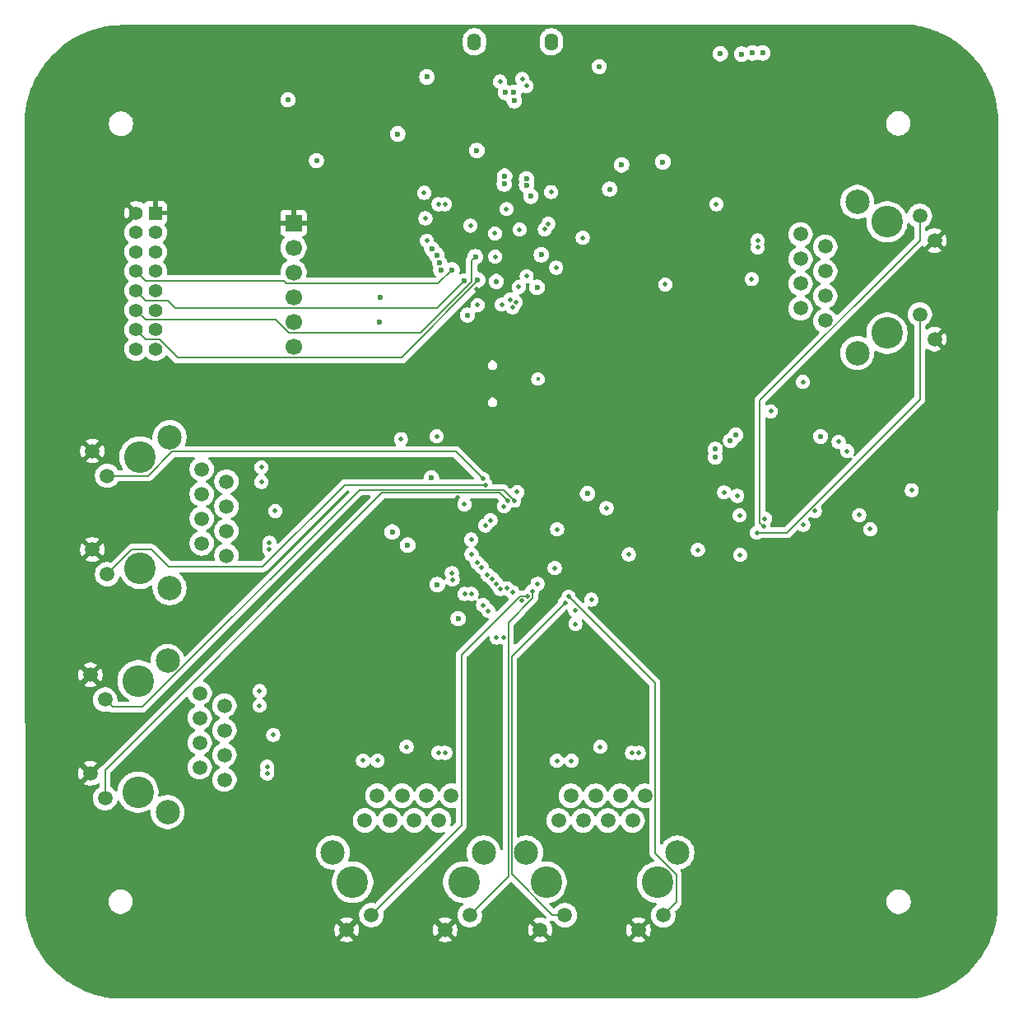
<source format=gbr>
%TF.GenerationSoftware,KiCad,Pcbnew,9.0.1*%
%TF.CreationDate,2025-05-27T14:35:14-07:00*%
%TF.ProjectId,peripheral_board,70657269-7068-4657-9261-6c5f626f6172,rev?*%
%TF.SameCoordinates,Original*%
%TF.FileFunction,Copper,L3,Inr*%
%TF.FilePolarity,Positive*%
%FSLAX46Y46*%
G04 Gerber Fmt 4.6, Leading zero omitted, Abs format (unit mm)*
G04 Created by KiCad (PCBNEW 9.0.1) date 2025-05-27 14:35:14*
%MOMM*%
%LPD*%
G01*
G04 APERTURE LIST*
%TA.AperFunction,ComponentPad*%
%ADD10C,3.250000*%
%TD*%
%TA.AperFunction,ComponentPad*%
%ADD11C,1.520000*%
%TD*%
%TA.AperFunction,ComponentPad*%
%ADD12C,2.500000*%
%TD*%
%TA.AperFunction,ComponentPad*%
%ADD13O,1.400000X1.800000*%
%TD*%
%TA.AperFunction,ComponentPad*%
%ADD14R,1.400000X1.400000*%
%TD*%
%TA.AperFunction,ComponentPad*%
%ADD15C,1.400000*%
%TD*%
%TA.AperFunction,ComponentPad*%
%ADD16R,1.700000X1.700000*%
%TD*%
%TA.AperFunction,ComponentPad*%
%ADD17C,1.700000*%
%TD*%
%TA.AperFunction,ViaPad*%
%ADD18C,0.460000*%
%TD*%
%TA.AperFunction,ViaPad*%
%ADD19C,0.600000*%
%TD*%
%TA.AperFunction,ViaPad*%
%ADD20C,0.560000*%
%TD*%
%TA.AperFunction,ViaPad*%
%ADD21C,0.400000*%
%TD*%
%TA.AperFunction,Conductor*%
%ADD22C,0.200000*%
%TD*%
%TA.AperFunction,Conductor*%
%ADD23C,0.127000*%
%TD*%
G04 APERTURE END LIST*
D10*
%TO.N,*%
%TO.C,RJ3*%
X108510192Y-109571069D03*
X108510192Y-121011069D03*
D11*
%TO.N,TX2+*%
X114860192Y-110841069D03*
%TO.N,TX2-*%
X117400192Y-112111069D03*
%TO.N,T2CT*%
X114860192Y-113391069D03*
%TO.N,GND*%
X117400192Y-114661069D03*
X114860192Y-115921069D03*
%TO.N,R2CT*%
X117400192Y-117191069D03*
%TO.N,Net-(C41-Pad2)*%
X114860192Y-118461069D03*
%TO.N,Net-(C40-Pad2)*%
X117400192Y-119731069D03*
%TO.N,LED2_1*%
X105130192Y-111501069D03*
%TO.N,+3V3*%
X103610192Y-108961069D03*
%TO.N,LED2_0*%
X105130192Y-121621069D03*
%TO.N,+3V3*%
X103610192Y-119081069D03*
D12*
%TO.N,GND*%
X111560192Y-107521069D03*
X111560192Y-123061069D03*
%TD*%
D10*
%TO.N,*%
%TO.C,RJ5*%
X150502692Y-130278569D03*
X161942692Y-130278569D03*
D11*
%TO.N,TX4+*%
X151772692Y-123928569D03*
%TO.N,TX4-*%
X153042692Y-121388569D03*
%TO.N,T4CT*%
X154322692Y-123928569D03*
%TO.N,GND*%
X155592692Y-121388569D03*
X156852692Y-123928569D03*
%TO.N,R4CT*%
X158122692Y-121388569D03*
%TO.N,Net-(C49-Pad2)*%
X159392692Y-123928569D03*
%TO.N,Net-(C48-Pad2)*%
X160662692Y-121388569D03*
%TO.N,LED4_1*%
X152432692Y-133658569D03*
%TO.N,+3V3*%
X149892692Y-135178569D03*
%TO.N,LED4_0*%
X162552692Y-133658569D03*
%TO.N,+3V3*%
X160012692Y-135178569D03*
D12*
%TO.N,GND*%
X148452692Y-127228569D03*
X163992692Y-127228569D03*
%TD*%
D13*
%TO.N,N/C*%
%TO.C,J3*%
X151025192Y-43903569D03*
X143125192Y-43903569D03*
%TD*%
D10*
%TO.N,*%
%TO.C,RJ1*%
X185560192Y-73836069D03*
X185560192Y-62396069D03*
D11*
%TO.N,TX +*%
X179210192Y-72566069D03*
%TO.N,TX -*%
X176670192Y-71296069D03*
%TO.N,TCT*%
X179210192Y-70016069D03*
%TO.N,GND*%
X176670192Y-68746069D03*
X179210192Y-67486069D03*
%TO.N,RCT*%
X176670192Y-66216069D03*
%TO.N,Net-(C32-Pad2)*%
X179210192Y-64946069D03*
%TO.N,Net-(C33-Pad2)*%
X176670192Y-63676069D03*
%TO.N,GREEN_LED*%
X188940192Y-71906069D03*
%TO.N,+3V3*%
X190460192Y-74446069D03*
%TO.N,YELLOW_LED*%
X188940192Y-61786069D03*
%TO.N,+3V3*%
X190460192Y-64326069D03*
D12*
%TO.N,GND*%
X182510192Y-75886069D03*
X182510192Y-60346069D03*
%TD*%
D10*
%TO.N,*%
%TO.C,RJ4*%
X130590192Y-130268569D03*
X142030192Y-130268569D03*
D11*
%TO.N,TX3+*%
X131860192Y-123918569D03*
%TO.N,TX3-*%
X133130192Y-121378569D03*
%TO.N,T3CT*%
X134410192Y-123918569D03*
%TO.N,GND*%
X135680192Y-121378569D03*
X136940192Y-123918569D03*
%TO.N,R3CT*%
X138210192Y-121378569D03*
%TO.N,Net-(C45-Pad2)*%
X139480192Y-123918569D03*
%TO.N,Net-(C44-Pad2)*%
X140750192Y-121378569D03*
%TO.N,LED3_1*%
X132520192Y-133648569D03*
%TO.N,+3V3*%
X129980192Y-135168569D03*
%TO.N,LED3_0*%
X142640192Y-133648569D03*
%TO.N,+3V3*%
X140100192Y-135168569D03*
D12*
%TO.N,GND*%
X128540192Y-127218569D03*
X144080192Y-127218569D03*
%TD*%
D14*
%TO.N,+3V3*%
%TO.C,CN1*%
X110310192Y-61478569D03*
D15*
X108310192Y-61478569D03*
%TO.N,UART1_TX*%
X110310192Y-63478569D03*
%TO.N,unconnected-(CN1-Pad4)*%
X108310192Y-63478569D03*
%TO.N,UART1_RX*%
X110310192Y-65478569D03*
%TO.N,unconnected-(CN1-Pad6)*%
X108310192Y-65478569D03*
%TO.N,UART1_CTS*%
X110310192Y-67478569D03*
%TO.N,SPI1_RX*%
X108310192Y-67478569D03*
%TO.N,UART1_RTS*%
X110310192Y-69478569D03*
%TO.N,SPI1_CS1*%
X108310192Y-69478569D03*
%TO.N,unconnected-(CN1-Pad11)*%
X110310192Y-71478569D03*
%TO.N,SPI1_SCK*%
X108310192Y-71478569D03*
%TO.N,unconnected-(CN1-Pad13)*%
X110310192Y-73478569D03*
%TO.N,SPI1_TX*%
X108310192Y-73478569D03*
%TO.N,GND*%
X110310192Y-75478569D03*
X108310192Y-75478569D03*
%TD*%
D10*
%TO.N,*%
%TO.C,RJ2*%
X108720192Y-86558569D03*
X108720192Y-97998569D03*
D11*
%TO.N,TX1+*%
X115070192Y-87828569D03*
%TO.N,TX1-*%
X117610192Y-89098569D03*
%TO.N,T1CT*%
X115070192Y-90378569D03*
%TO.N,GND*%
X117610192Y-91648569D03*
X115070192Y-92908569D03*
%TO.N,R1CT*%
X117610192Y-94178569D03*
%TO.N,Net-(C37-Pad2)*%
X115070192Y-95448569D03*
%TO.N,Net-(C36-Pad2)*%
X117610192Y-96718569D03*
%TO.N,LED1_1*%
X105340192Y-88488569D03*
%TO.N,+3V3*%
X103820192Y-85948569D03*
%TO.N,LED1_0*%
X105340192Y-98608569D03*
%TO.N,+3V3*%
X103820192Y-96068569D03*
D12*
%TO.N,GND*%
X111770192Y-84508569D03*
X111770192Y-100048569D03*
%TD*%
D16*
%TO.N,+3V3*%
%TO.C,J2*%
X124510192Y-62508569D03*
D17*
%TO.N,SDA1*%
X124510192Y-65048569D03*
%TO.N,SCL1*%
X124510192Y-67588569D03*
%TO.N,RX*%
X124510192Y-70128569D03*
%TO.N,TX*%
X124510192Y-72668569D03*
%TO.N,GND*%
X124510192Y-75208569D03*
%TD*%
D18*
%TO.N,GNDA*%
X122635192Y-92113569D03*
X168816959Y-90203833D03*
X173625285Y-81859973D03*
X156057692Y-116363569D03*
X170407948Y-92572641D03*
X166110192Y-96128569D03*
X136145192Y-116353569D03*
X122425192Y-115126069D03*
X170460192Y-96628569D03*
X170160461Y-90557386D03*
X171645192Y-68281069D03*
%TO.N,GND*%
X137960192Y-59403569D03*
X172988889Y-92890839D03*
D19*
X139310192Y-99678569D03*
X154760192Y-90328569D03*
D18*
X145925000Y-70900000D03*
D19*
X134660192Y-94278569D03*
D18*
X143450000Y-70950000D03*
X147527348Y-90171713D03*
X176913331Y-78854769D03*
X156710192Y-91828569D03*
D19*
X171708897Y-45023705D03*
D18*
X155160192Y-101228569D03*
D19*
X148475192Y-58003569D03*
X133360192Y-72728569D03*
D20*
X123925192Y-49853569D03*
D18*
X151628568Y-93990092D03*
D19*
X133460192Y-70178569D03*
D20*
X142400192Y-71978569D03*
D19*
X143375192Y-55053569D03*
D20*
X155972692Y-46428569D03*
D19*
X148925192Y-59753569D03*
D20*
X126875192Y-56103569D03*
D18*
X149613315Y-99611589D03*
D19*
X148475192Y-58603569D03*
D18*
X147050000Y-71175000D03*
X148022321Y-101344002D03*
D19*
X138691110Y-88732515D03*
X138225192Y-47503569D03*
D18*
X183842977Y-93986853D03*
X142789734Y-95050754D03*
X168010192Y-60578569D03*
X151010192Y-59328569D03*
X151535192Y-67103569D03*
X138235192Y-64328569D03*
X144769632Y-93070854D03*
X135560192Y-84728569D03*
X151381080Y-97985243D03*
X162760192Y-68828569D03*
X142825090Y-96571030D03*
X153510192Y-103728569D03*
X145225192Y-63573569D03*
X148046882Y-47712558D03*
D19*
X135225192Y-53353569D03*
X136260192Y-95628569D03*
D18*
X154260192Y-64028569D03*
X138085192Y-62028569D03*
X159010192Y-96578569D03*
X146148489Y-91621283D03*
D19*
X141460192Y-103178569D03*
D20*
X157022692Y-59028569D03*
D19*
%TO.N,D+*%
X147175192Y-49103569D03*
D18*
%TO.N,+1V1*%
X145260192Y-65978569D03*
X142710192Y-62778569D03*
D19*
X146225192Y-57703569D03*
D20*
X145368692Y-68518569D03*
D18*
X147760192Y-63178569D03*
X146410192Y-61078569D03*
X150360192Y-63153569D03*
D19*
X146182519Y-58496242D03*
%TO.N,D-*%
X146325192Y-49103569D03*
X147225192Y-49953569D03*
%TO.N,SPI1_RX*%
X140810192Y-67328569D03*
%TO.N,UART1_RTS*%
X139678573Y-67350522D03*
%TO.N,SPI1_TX*%
X143461692Y-68344544D03*
%TO.N,UART1_CTS*%
X139528988Y-66564629D03*
%TO.N,UART1_TX*%
X138760192Y-65178569D03*
%TO.N,UART1_RX*%
X139240194Y-65818571D03*
%TO.N,SPI1_CS1*%
X142060192Y-68478569D03*
%TO.N,SPI1_SCK*%
X143210192Y-65978569D03*
D18*
%TO.N,RX*%
X139425189Y-60578569D03*
%TO.N,TX*%
X140085192Y-60578569D03*
D20*
%TO.N,Net-(JP2-B)*%
X178725735Y-84445951D03*
D18*
%TO.N,Net-(JP3-B)*%
X180590286Y-85006598D03*
%TO.N,LED1_0*%
X144260192Y-89428569D03*
%TO.N,LED1_1*%
X144000204Y-88821931D03*
%TO.N,LED2_0*%
X146558805Y-91104327D03*
%TO.N,LED2_1*%
X147217042Y-91056076D03*
%TO.N,LED3_0*%
X149060192Y-100378569D03*
D20*
%TO.N,TX -*%
X170020614Y-84286924D03*
%TO.N,TX +*%
X169447858Y-84859680D03*
D19*
%TO.N,SPI0_CSO*%
X162510192Y-56228569D03*
X149560192Y-69128569D03*
D18*
%TO.N,YELLOW_LED*%
X172860192Y-93678569D03*
%TO.N,GREEN_LED*%
X172166802Y-94335179D03*
%TO.N,LED3_1*%
X148610192Y-100878569D03*
%TO.N,LED4_1*%
X152460192Y-101528569D03*
%TO.N,LED4_0*%
X152810192Y-100928569D03*
%TO.N,SPI0_MOSI*%
X178150768Y-92113021D03*
D19*
X168410192Y-45100000D03*
X150010192Y-65778569D03*
%TO.N,SPI0_SCK*%
X170610192Y-45150000D03*
D18*
X148485192Y-67978569D03*
X176948687Y-93527235D03*
D19*
%TO.N,SPI0_MISO*%
X172775000Y-45025000D03*
D18*
X188110192Y-89978569D03*
X147684692Y-69083098D03*
%TO.N,Net-(JP4-B)*%
X181474171Y-85961193D03*
%TO.N,SPI0_CS1*%
X182710192Y-92528569D03*
X150717093Y-62598389D03*
D20*
%TO.N,RX +*%
X167901687Y-86577528D03*
D18*
X172260192Y-65016069D03*
%TO.N,RX -*%
X172260192Y-64316069D03*
D20*
X167901687Y-85767526D03*
D18*
%TO.N,SWDIO*%
X147379391Y-70657168D03*
%TO.N,SWCLK*%
X146786249Y-70367710D03*
%TO.N,+3V3*%
X187560192Y-87678569D03*
D20*
X136025192Y-47503569D03*
D18*
X145360192Y-86728569D03*
X154860192Y-71128569D03*
X183760192Y-83678569D03*
X143368481Y-69336857D03*
D19*
X148010192Y-60943571D03*
D18*
X139908285Y-91560787D03*
X156210192Y-67378569D03*
D19*
X140760192Y-80878569D03*
D18*
X140560192Y-64228569D03*
X140360192Y-99928569D03*
X140810192Y-59528569D03*
X153410192Y-43428569D03*
X139759198Y-87978569D03*
X172560192Y-96228569D03*
X148860192Y-82578569D03*
D19*
X144960192Y-60978569D03*
D18*
X152372970Y-107041347D03*
X150110192Y-61078569D03*
X135360192Y-87978569D03*
X141397566Y-90750068D03*
X154510192Y-99228569D03*
X152423922Y-104692299D03*
%TO.N,1.2D*%
X153486234Y-102302527D03*
X142092281Y-91446480D03*
%TO.N,RST_N*%
X144239304Y-93601182D03*
X139254198Y-84444149D03*
%TO.N,RX1-*%
X122020192Y-96078569D03*
X140873743Y-99160958D03*
D19*
%TO.N,VBUS*%
X158260192Y-56528569D03*
D18*
X145760192Y-47978569D03*
X148485192Y-48428569D03*
D21*
%TO.N,~{RESET}*%
X149650000Y-78550000D03*
D18*
%TO.N,RX1+*%
X140806537Y-98504386D03*
X122020192Y-95378569D03*
%TO.N,RX2-*%
X142820910Y-100636480D03*
X121810192Y-119091069D03*
%TO.N,RX2+*%
X121810192Y-118391069D03*
X142110910Y-100636480D03*
%TO.N,RX3+*%
X145406232Y-99590581D03*
X139410192Y-116968569D03*
%TO.N,RX4-*%
X160022692Y-116978569D03*
X147048545Y-100460379D03*
%TO.N,RX4+*%
X159322692Y-116978569D03*
X146510192Y-100078569D03*
%TO.N,TX1+*%
X143410192Y-97428569D03*
X121210192Y-87628569D03*
%TO.N,TX1-*%
X121210192Y-89128569D03*
X143876884Y-97895261D03*
%TO.N,TX2+*%
X121005192Y-110628569D03*
X144460192Y-98678569D03*
%TO.N,TX2-*%
X121005192Y-112128569D03*
X144976630Y-99089537D03*
%TO.N,TX3+*%
X144010192Y-101778569D03*
X131660192Y-117778569D03*
%TO.N,TX3-*%
X144560192Y-102378569D03*
X133160192Y-117778569D03*
%TO.N,TX4+*%
X151610192Y-117783569D03*
X145405192Y-105128569D03*
%TO.N,TX4-*%
X146115192Y-105128569D03*
X153110192Y-117783569D03*
%TO.N,RX3-*%
X145776535Y-100136914D03*
X140110192Y-116968569D03*
%TD*%
D22*
%TO.N,SPI1_RX*%
X123534432Y-68478569D02*
X123795432Y-68739569D01*
X109310192Y-68478569D02*
X123534432Y-68478569D01*
X123795432Y-68739569D02*
X139399192Y-68739569D01*
X108310192Y-67478569D02*
X109310192Y-68478569D01*
X139399192Y-68739569D02*
X140810192Y-67328569D01*
%TO.N,SPI1_TX*%
X143461692Y-68344544D02*
X143461692Y-68494112D01*
X109310192Y-74478569D02*
X108310192Y-73478569D01*
X135596235Y-76359569D02*
X112606820Y-76359569D01*
X110725820Y-74478569D02*
X109310192Y-74478569D01*
X143461692Y-68494112D02*
X135596235Y-76359569D01*
X112606820Y-76359569D02*
X110725820Y-74478569D01*
%TO.N,SPI1_CS1*%
X142060192Y-68478569D02*
X139259192Y-71279569D01*
X111560192Y-70478569D02*
X109310192Y-70478569D01*
X139259192Y-71279569D02*
X112361192Y-71279569D01*
X109310192Y-70478569D02*
X108310192Y-69478569D01*
X112361192Y-71279569D02*
X111560192Y-70478569D01*
%TO.N,SPI1_SCK*%
X137569135Y-73819569D02*
X142860692Y-68528012D01*
X142860692Y-68528012D02*
X142860692Y-66328069D01*
X142860692Y-66328069D02*
X143210192Y-65978569D01*
X109310192Y-72478569D02*
X122692432Y-72478569D01*
X108310192Y-71478569D02*
X109310192Y-72478569D01*
X122692432Y-72478569D02*
X124033432Y-73819569D01*
X124033432Y-73819569D02*
X137569135Y-73819569D01*
D23*
%TO.N,LED1_0*%
X107893692Y-96055069D02*
X109918519Y-96055069D01*
X121360192Y-97828569D02*
X129760192Y-89428569D01*
X129760192Y-89428569D02*
X144260192Y-89428569D01*
X109918519Y-96055069D02*
X111692019Y-97828569D01*
X111692019Y-97828569D02*
X121360192Y-97828569D01*
X105340192Y-98608569D02*
X107893692Y-96055069D01*
%TO.N,LED1_1*%
X144000204Y-88821931D02*
X141201342Y-86023069D01*
X109525216Y-88502069D02*
X105353692Y-88502069D01*
X141201342Y-86023069D02*
X112004216Y-86023069D01*
X112004216Y-86023069D02*
X109525216Y-88502069D01*
X105353692Y-88502069D02*
X105340192Y-88488569D01*
%TO.N,LED2_0*%
X105130192Y-121621069D02*
X105130192Y-118758569D01*
X133632192Y-90256569D02*
X145711047Y-90256569D01*
X145711047Y-90256569D02*
X146558805Y-91104327D01*
X105130192Y-118758569D02*
X133632192Y-90256569D01*
%TO.N,LED2_1*%
X131294519Y-89928569D02*
X108962019Y-112261069D01*
X146089535Y-89928569D02*
X131294519Y-89928569D01*
X105890192Y-112261069D02*
X105130192Y-111501069D01*
X108962019Y-112261069D02*
X105890192Y-112261069D01*
X147217042Y-91056076D02*
X146089535Y-89928569D01*
%TO.N,LED3_0*%
X149104692Y-101083398D02*
X149104692Y-100423069D01*
X146610192Y-129678569D02*
X146610192Y-103577898D01*
X146610192Y-103577898D02*
X149104692Y-101083398D01*
X142640192Y-133648569D02*
X146610192Y-129678569D01*
X149104692Y-100423069D02*
X149060192Y-100378569D01*
%TO.N,YELLOW_LED*%
X188940192Y-61786069D02*
X188940192Y-64284931D01*
X172494389Y-80730734D02*
X172494389Y-93312766D01*
X172494389Y-93312766D02*
X172860192Y-93678569D01*
X188940192Y-64284931D02*
X172494389Y-80730734D01*
%TO.N,GREEN_LED*%
X188940192Y-80624268D02*
X175229281Y-94335179D01*
X188940192Y-71906069D02*
X188940192Y-80624268D01*
X175229281Y-94335179D02*
X172166802Y-94335179D01*
%TO.N,LED3_1*%
X148581125Y-100849502D02*
X147817492Y-100849502D01*
X147817492Y-100849502D02*
X141774692Y-106892302D01*
X148610192Y-100878569D02*
X148581125Y-100849502D01*
X141774692Y-106892302D02*
X141774692Y-124394069D01*
X141774692Y-124394069D02*
X132520192Y-133648569D01*
%TO.N,LED4_1*%
X151134168Y-133658569D02*
X152432692Y-133658569D01*
X146938192Y-107050569D02*
X146938192Y-129462593D01*
X152460192Y-101528569D02*
X146938192Y-107050569D01*
X146938192Y-129462593D02*
X151134168Y-133658569D01*
%TO.N,LED4_0*%
X163886192Y-132325069D02*
X162552692Y-133658569D01*
X163886192Y-129473545D02*
X163886192Y-132325069D01*
X161687192Y-109805569D02*
X161687192Y-127274545D01*
X152810192Y-100928569D02*
X161687192Y-109805569D01*
X161687192Y-127274545D02*
X163886192Y-129473545D01*
%TD*%
%TA.AperFunction,Conductor*%
%TO.N,+3V3*%
G36*
X188327896Y-42167706D02*
G01*
X188349038Y-42169524D01*
X188875336Y-42260639D01*
X188879272Y-42261386D01*
X189000400Y-42286432D01*
X189003502Y-42287118D01*
X189471772Y-42397345D01*
X189475948Y-42398406D01*
X189591294Y-42429865D01*
X189594187Y-42430692D01*
X190059642Y-42570065D01*
X190063982Y-42571455D01*
X190170437Y-42607753D01*
X190172972Y-42608649D01*
X190636616Y-42778259D01*
X190641195Y-42780040D01*
X190676650Y-42794654D01*
X190734830Y-42818637D01*
X190737053Y-42819579D01*
X191200387Y-43021209D01*
X191205181Y-43023418D01*
X191281540Y-43060617D01*
X191283204Y-43061445D01*
X191746954Y-43297140D01*
X191748841Y-43298099D01*
X191753806Y-43300766D01*
X191806368Y-43330560D01*
X191807862Y-43331421D01*
X192251841Y-43591538D01*
X192279859Y-43607953D01*
X192284892Y-43611066D01*
X192304543Y-43623886D01*
X192305653Y-43624620D01*
X192786688Y-43946510D01*
X192792675Y-43950781D01*
X193268571Y-44312174D01*
X193274316Y-44316813D01*
X193667741Y-44654457D01*
X193727756Y-44705963D01*
X193733228Y-44710951D01*
X193816474Y-44791510D01*
X194162616Y-45126484D01*
X194167784Y-45131793D01*
X194571590Y-45572229D01*
X194576431Y-45577837D01*
X194953203Y-46041592D01*
X194957701Y-46047479D01*
X195306116Y-46532925D01*
X195310253Y-46539070D01*
X195607400Y-47010130D01*
X195629040Y-47044434D01*
X195632799Y-47050807D01*
X195870754Y-47483284D01*
X195920855Y-47574341D01*
X195924228Y-47580931D01*
X195948730Y-47632540D01*
X196171768Y-48102341D01*
X196172380Y-48103649D01*
X196182952Y-48126604D01*
X196185316Y-48132080D01*
X196389289Y-48637633D01*
X196389927Y-48639247D01*
X196390857Y-48641650D01*
X196412430Y-48697401D01*
X196414344Y-48702704D01*
X196579894Y-49196095D01*
X196580543Y-49198085D01*
X196606720Y-49280700D01*
X196608217Y-49285801D01*
X196739581Y-49771824D01*
X196740165Y-49774071D01*
X196765175Y-49874321D01*
X196766279Y-49879162D01*
X196865985Y-50360598D01*
X196866511Y-50363285D01*
X196887245Y-50475863D01*
X196888004Y-50480472D01*
X196957632Y-50959101D01*
X196958036Y-50962136D01*
X196972592Y-51083090D01*
X196973035Y-51087415D01*
X197005075Y-51464769D01*
X197005520Y-51475322D01*
X196964586Y-133383740D01*
X196963629Y-133399053D01*
X196952098Y-133491331D01*
X196951682Y-133494354D01*
X196880335Y-133969893D01*
X196879558Y-133974484D01*
X196858153Y-134087939D01*
X196857618Y-134090616D01*
X196756449Y-134568807D01*
X196755321Y-134573656D01*
X196729626Y-134674859D01*
X196729010Y-134677187D01*
X196596485Y-135159671D01*
X196594974Y-135164748D01*
X196568070Y-135248510D01*
X196567414Y-135250493D01*
X196400969Y-135740209D01*
X196399040Y-135745489D01*
X196375773Y-135804953D01*
X196375118Y-135806592D01*
X196170571Y-136308197D01*
X196168196Y-136313645D01*
X196156737Y-136338296D01*
X196156121Y-136339601D01*
X195908223Y-136857053D01*
X195904835Y-136863615D01*
X195615968Y-137384506D01*
X195612196Y-137390856D01*
X195292821Y-137893640D01*
X195288677Y-137899753D01*
X194939944Y-138382622D01*
X194935443Y-138388478D01*
X194558589Y-138849720D01*
X194553748Y-138855298D01*
X194150083Y-139293306D01*
X194144919Y-139298585D01*
X193715922Y-139711758D01*
X193710452Y-139716721D01*
X193257585Y-140103649D01*
X193251829Y-140108277D01*
X192776747Y-140467544D01*
X192770726Y-140471821D01*
X192292695Y-140790439D01*
X192291488Y-140791234D01*
X192269454Y-140805552D01*
X192264397Y-140808668D01*
X191795778Y-141082191D01*
X191794247Y-141083071D01*
X191739465Y-141114009D01*
X191734509Y-141116661D01*
X191272207Y-141350776D01*
X191270337Y-141351703D01*
X191192137Y-141389664D01*
X191187322Y-141391876D01*
X190727253Y-141591395D01*
X190725035Y-141592331D01*
X190629547Y-141631557D01*
X190624905Y-141633356D01*
X190164676Y-141801157D01*
X190162100Y-141802064D01*
X190053878Y-141838843D01*
X190049443Y-141840258D01*
X189587537Y-141978125D01*
X189584604Y-141978962D01*
X189467399Y-142010827D01*
X189463195Y-142011891D01*
X188998570Y-142120918D01*
X188995276Y-142121644D01*
X188872415Y-142146970D01*
X188868473Y-142147716D01*
X188730757Y-142171487D01*
X188700193Y-142176762D01*
X188679104Y-142178569D01*
X105836530Y-142178569D01*
X105822451Y-142177767D01*
X105817591Y-142177211D01*
X105770952Y-142171881D01*
X105767851Y-142171487D01*
X105284111Y-142103806D01*
X105279477Y-142103068D01*
X105166264Y-142082834D01*
X105163496Y-142082307D01*
X104677566Y-141984018D01*
X104672680Y-141982926D01*
X104570897Y-141958023D01*
X104568472Y-141957404D01*
X104079009Y-141827120D01*
X104073900Y-141825642D01*
X103988093Y-141798813D01*
X103986007Y-141798140D01*
X103490782Y-141633636D01*
X103485480Y-141631740D01*
X103421732Y-141607298D01*
X103420015Y-141606625D01*
X102915188Y-141404242D01*
X102909726Y-141401899D01*
X102876856Y-141386855D01*
X102875437Y-141386195D01*
X102356557Y-141140747D01*
X102349869Y-141137332D01*
X101821715Y-140847145D01*
X101815246Y-140843331D01*
X101305635Y-140521712D01*
X101299409Y-140517514D01*
X100810193Y-140165634D01*
X100804233Y-140161067D01*
X100337212Y-139780219D01*
X100331539Y-139775299D01*
X99888435Y-139366890D01*
X99883070Y-139361636D01*
X99465485Y-138927138D01*
X99460466Y-138921589D01*
X99069946Y-138462610D01*
X99065257Y-138456749D01*
X99009555Y-138382622D01*
X98703241Y-137974982D01*
X98698915Y-137968847D01*
X98649227Y-137893640D01*
X98366719Y-137466045D01*
X98362777Y-137459664D01*
X98075271Y-136961330D01*
X98074497Y-136959970D01*
X98057649Y-136929897D01*
X98054884Y-136924671D01*
X97811239Y-136436246D01*
X97810554Y-136434847D01*
X97781751Y-136374851D01*
X97779441Y-136369743D01*
X97765198Y-136336257D01*
X97715498Y-136219407D01*
X97669705Y-136111741D01*
X97574426Y-135887731D01*
X97573606Y-135885755D01*
X97540629Y-135804256D01*
X97538773Y-135799372D01*
X97368388Y-135320118D01*
X97367655Y-135317989D01*
X97335156Y-135220375D01*
X97333671Y-135215596D01*
X97322983Y-135178569D01*
X97291472Y-135069405D01*
X128720192Y-135069405D01*
X128720192Y-135267732D01*
X128751218Y-135463621D01*
X128812502Y-135652238D01*
X128812503Y-135652241D01*
X128902542Y-135828949D01*
X128929353Y-135865852D01*
X129532174Y-135263031D01*
X129554150Y-135345042D01*
X129614341Y-135449296D01*
X129699465Y-135534420D01*
X129803719Y-135594611D01*
X129885728Y-135616585D01*
X129282906Y-136219406D01*
X129282907Y-136219407D01*
X129319804Y-136246214D01*
X129496519Y-136336257D01*
X129496522Y-136336258D01*
X129685139Y-136397542D01*
X129881029Y-136428569D01*
X130079355Y-136428569D01*
X130275244Y-136397542D01*
X130463861Y-136336258D01*
X130463864Y-136336257D01*
X130640574Y-136246217D01*
X130677475Y-136219406D01*
X130677476Y-136219405D01*
X130074656Y-135616585D01*
X130156665Y-135594611D01*
X130260919Y-135534420D01*
X130346043Y-135449296D01*
X130406234Y-135345042D01*
X130428208Y-135263032D01*
X131031028Y-135865853D01*
X131031029Y-135865852D01*
X131057840Y-135828951D01*
X131147880Y-135652241D01*
X131147881Y-135652238D01*
X131209165Y-135463621D01*
X131240192Y-135267732D01*
X131240192Y-135069405D01*
X138840192Y-135069405D01*
X138840192Y-135267732D01*
X138871218Y-135463621D01*
X138932502Y-135652238D01*
X138932503Y-135652241D01*
X139022542Y-135828949D01*
X139049353Y-135865852D01*
X139652174Y-135263031D01*
X139674150Y-135345042D01*
X139734341Y-135449296D01*
X139819465Y-135534420D01*
X139923719Y-135594611D01*
X140005728Y-135616585D01*
X139402906Y-136219406D01*
X139402907Y-136219407D01*
X139439804Y-136246214D01*
X139616519Y-136336257D01*
X139616522Y-136336258D01*
X139805139Y-136397542D01*
X140001029Y-136428569D01*
X140199355Y-136428569D01*
X140395244Y-136397542D01*
X140583861Y-136336258D01*
X140583864Y-136336257D01*
X140760574Y-136246217D01*
X140797475Y-136219406D01*
X140797476Y-136219405D01*
X140194656Y-135616585D01*
X140276665Y-135594611D01*
X140380919Y-135534420D01*
X140466043Y-135449296D01*
X140526234Y-135345042D01*
X140548208Y-135263032D01*
X141151028Y-135865853D01*
X141151029Y-135865852D01*
X141177840Y-135828951D01*
X141267880Y-135652241D01*
X141267881Y-135652238D01*
X141329165Y-135463621D01*
X141360192Y-135267732D01*
X141360192Y-135069405D01*
X141329165Y-134873516D01*
X141267881Y-134684899D01*
X141267880Y-134684896D01*
X141177837Y-134508181D01*
X141151030Y-134471284D01*
X141151029Y-134471283D01*
X140548208Y-135074104D01*
X140526234Y-134992096D01*
X140466043Y-134887842D01*
X140380919Y-134802718D01*
X140276665Y-134742527D01*
X140194655Y-134720552D01*
X140797475Y-134117730D01*
X140760572Y-134090919D01*
X140583864Y-134000880D01*
X140583861Y-134000879D01*
X140395244Y-133939595D01*
X140199355Y-133908569D01*
X140001029Y-133908569D01*
X139805139Y-133939595D01*
X139616522Y-134000879D01*
X139616514Y-134000882D01*
X139439807Y-134090921D01*
X139402907Y-134117729D01*
X139402907Y-134117730D01*
X140005729Y-134720552D01*
X139923719Y-134742527D01*
X139819465Y-134802718D01*
X139734341Y-134887842D01*
X139674150Y-134992096D01*
X139652175Y-135074106D01*
X139049353Y-134471284D01*
X139049352Y-134471284D01*
X139022544Y-134508184D01*
X138932505Y-134684891D01*
X138932502Y-134684899D01*
X138871218Y-134873516D01*
X138840192Y-135069405D01*
X131240192Y-135069405D01*
X131209165Y-134873516D01*
X131147881Y-134684899D01*
X131147880Y-134684896D01*
X131057837Y-134508181D01*
X131031030Y-134471284D01*
X131031029Y-134471283D01*
X130428208Y-135074104D01*
X130406234Y-134992096D01*
X130346043Y-134887842D01*
X130260919Y-134802718D01*
X130156665Y-134742527D01*
X130074655Y-134720552D01*
X130677475Y-134117730D01*
X130640572Y-134090919D01*
X130463864Y-134000880D01*
X130463861Y-134000879D01*
X130275244Y-133939595D01*
X130079355Y-133908569D01*
X129881029Y-133908569D01*
X129685139Y-133939595D01*
X129496522Y-134000879D01*
X129496514Y-134000882D01*
X129319807Y-134090921D01*
X129282907Y-134117729D01*
X129282907Y-134117730D01*
X129885729Y-134720552D01*
X129803719Y-134742527D01*
X129699465Y-134802718D01*
X129614341Y-134887842D01*
X129554150Y-134992096D01*
X129532175Y-135074106D01*
X128929353Y-134471284D01*
X128929352Y-134471284D01*
X128902544Y-134508184D01*
X128812505Y-134684891D01*
X128812502Y-134684899D01*
X128751218Y-134873516D01*
X128720192Y-135069405D01*
X97291472Y-135069405D01*
X97195593Y-134737250D01*
X97194904Y-134734759D01*
X97166029Y-134625471D01*
X97164931Y-134620972D01*
X97057659Y-134142281D01*
X97057021Y-134139256D01*
X97054532Y-134126670D01*
X97033824Y-134021944D01*
X97033056Y-134017656D01*
X97032754Y-134015784D01*
X96955679Y-133537837D01*
X96955181Y-133534448D01*
X96950374Y-133498278D01*
X96938943Y-133412269D01*
X96938489Y-133408365D01*
X96906249Y-133084830D01*
X96905641Y-133072642D01*
X96905195Y-132180146D01*
X105484692Y-132180146D01*
X105484692Y-132376991D01*
X105515482Y-132571395D01*
X105576309Y-132758598D01*
X105663039Y-132928815D01*
X105665668Y-132933974D01*
X105781364Y-133093215D01*
X105920546Y-133232397D01*
X106079787Y-133348093D01*
X106109831Y-133363401D01*
X106255162Y-133437451D01*
X106255164Y-133437451D01*
X106255167Y-133437453D01*
X106349873Y-133468225D01*
X106442365Y-133498278D01*
X106636770Y-133529069D01*
X106636775Y-133529069D01*
X106833614Y-133529069D01*
X107028018Y-133498278D01*
X107040095Y-133494354D01*
X107215217Y-133437453D01*
X107390597Y-133348093D01*
X107549838Y-133232397D01*
X107689020Y-133093215D01*
X107804716Y-132933974D01*
X107894076Y-132758594D01*
X107954901Y-132571395D01*
X107959435Y-132542768D01*
X107985692Y-132376991D01*
X107985692Y-132180146D01*
X107954901Y-131985742D01*
X107894074Y-131798539D01*
X107830117Y-131673016D01*
X107804716Y-131623164D01*
X107689020Y-131463923D01*
X107549838Y-131324741D01*
X107390597Y-131209045D01*
X107215221Y-131119686D01*
X107028018Y-131058859D01*
X106833614Y-131028069D01*
X106833609Y-131028069D01*
X106636775Y-131028069D01*
X106636770Y-131028069D01*
X106442365Y-131058859D01*
X106255162Y-131119686D01*
X106079786Y-131209045D01*
X105994046Y-131271340D01*
X105920546Y-131324741D01*
X105920544Y-131324743D01*
X105920543Y-131324743D01*
X105781366Y-131463920D01*
X105781366Y-131463921D01*
X105781364Y-131463923D01*
X105731677Y-131532310D01*
X105665668Y-131623163D01*
X105576309Y-131798539D01*
X105515482Y-131985742D01*
X105484692Y-132180146D01*
X96905195Y-132180146D01*
X96902658Y-127103827D01*
X126789692Y-127103827D01*
X126789692Y-127333310D01*
X126807050Y-127465150D01*
X126819644Y-127560807D01*
X126822324Y-127570809D01*
X126879034Y-127782456D01*
X126966842Y-127994445D01*
X126966849Y-127994459D01*
X126974787Y-128008208D01*
X127079419Y-128189437D01*
X127081584Y-128193186D01*
X127221273Y-128375230D01*
X127221281Y-128375239D01*
X127383522Y-128537480D01*
X127383530Y-128537487D01*
X127565574Y-128677176D01*
X127565577Y-128677177D01*
X127565580Y-128677180D01*
X127764304Y-128791913D01*
X127764309Y-128791915D01*
X127764315Y-128791918D01*
X127855672Y-128829759D01*
X127976305Y-128879727D01*
X128197954Y-128939117D01*
X128414504Y-128967626D01*
X128424827Y-128968986D01*
X128425458Y-128969069D01*
X128425465Y-128969069D01*
X128654919Y-128969069D01*
X128654926Y-128969069D01*
X128655856Y-128968946D01*
X128656132Y-128968989D01*
X128658978Y-128968803D01*
X128659019Y-128969439D01*
X128724890Y-128979706D01*
X128777151Y-129026081D01*
X128796042Y-129093348D01*
X128779438Y-129153884D01*
X128679801Y-129326459D01*
X128679796Y-129326470D01*
X128573176Y-129583873D01*
X128573173Y-129583883D01*
X128501061Y-129853012D01*
X128501058Y-129853025D01*
X128464693Y-130129246D01*
X128464692Y-130129262D01*
X128464692Y-130407875D01*
X128464693Y-130407891D01*
X128501058Y-130684112D01*
X128501059Y-130684117D01*
X128501060Y-130684123D01*
X128503740Y-130694125D01*
X128573173Y-130953254D01*
X128573176Y-130953264D01*
X128679796Y-131210667D01*
X128679801Y-131210678D01*
X128819106Y-131451959D01*
X128819117Y-131451975D01*
X128988725Y-131673014D01*
X128988731Y-131673021D01*
X129185739Y-131870029D01*
X129185746Y-131870035D01*
X129223724Y-131899176D01*
X129406794Y-132039650D01*
X129406801Y-132039654D01*
X129648082Y-132178959D01*
X129648087Y-132178961D01*
X129648090Y-132178963D01*
X129905506Y-132285588D01*
X130174638Y-132357701D01*
X130450879Y-132394069D01*
X130450886Y-132394069D01*
X130729498Y-132394069D01*
X130729505Y-132394069D01*
X131005746Y-132357701D01*
X131274878Y-132285588D01*
X131532294Y-132178963D01*
X131773590Y-132039650D01*
X131994639Y-131870034D01*
X132191657Y-131673016D01*
X132361273Y-131451967D01*
X132500586Y-131210671D01*
X132607211Y-130953255D01*
X132679324Y-130684123D01*
X132715692Y-130407882D01*
X132715692Y-130129256D01*
X132679324Y-129853015D01*
X132607211Y-129583883D01*
X132500586Y-129326467D01*
X132500584Y-129326464D01*
X132500582Y-129326459D01*
X132361277Y-129085178D01*
X132361273Y-129085171D01*
X132280142Y-128979439D01*
X132191658Y-128864123D01*
X132191652Y-128864116D01*
X131994644Y-128667108D01*
X131994637Y-128667102D01*
X131773598Y-128497494D01*
X131773596Y-128497492D01*
X131773590Y-128497488D01*
X131773585Y-128497485D01*
X131773582Y-128497483D01*
X131532301Y-128358178D01*
X131532290Y-128358173D01*
X131274887Y-128251553D01*
X131274880Y-128251551D01*
X131274878Y-128251550D01*
X131005746Y-128179437D01*
X131005740Y-128179436D01*
X131005735Y-128179435D01*
X130729514Y-128143070D01*
X130729511Y-128143069D01*
X130729505Y-128143069D01*
X130450879Y-128143069D01*
X130450873Y-128143069D01*
X130450868Y-128143070D01*
X130241740Y-128170602D01*
X130172705Y-128159836D01*
X130120449Y-128113456D01*
X130101564Y-128046187D01*
X130112967Y-127998615D01*
X130111983Y-127998208D01*
X130149409Y-127907851D01*
X130201350Y-127782456D01*
X130260740Y-127560807D01*
X130290692Y-127333303D01*
X130290692Y-127103835D01*
X130260740Y-126876331D01*
X130201350Y-126654682D01*
X130117683Y-126452692D01*
X130113541Y-126442692D01*
X130113538Y-126442686D01*
X130113536Y-126442681D01*
X129998803Y-126243957D01*
X129998800Y-126243954D01*
X129998799Y-126243951D01*
X129866784Y-126071908D01*
X129859111Y-126061908D01*
X129859110Y-126061907D01*
X129859103Y-126061899D01*
X129696862Y-125899658D01*
X129696853Y-125899650D01*
X129514809Y-125759961D01*
X129316082Y-125645226D01*
X129316068Y-125645219D01*
X129104079Y-125557411D01*
X129046459Y-125541972D01*
X128882430Y-125498021D01*
X128844407Y-125493015D01*
X128654933Y-125468069D01*
X128654926Y-125468069D01*
X128425458Y-125468069D01*
X128425450Y-125468069D01*
X128208907Y-125496578D01*
X128197954Y-125498021D01*
X128104268Y-125523123D01*
X127976304Y-125557411D01*
X127764315Y-125645219D01*
X127764301Y-125645226D01*
X127565574Y-125759961D01*
X127383530Y-125899650D01*
X127221273Y-126061907D01*
X127081584Y-126243951D01*
X126966849Y-126442678D01*
X126966842Y-126442692D01*
X126879034Y-126654681D01*
X126819645Y-126876328D01*
X126819643Y-126876339D01*
X126789692Y-127103827D01*
X96902658Y-127103827D01*
X96898599Y-118981905D01*
X102350192Y-118981905D01*
X102350192Y-119180232D01*
X102381218Y-119376121D01*
X102442502Y-119564738D01*
X102442503Y-119564741D01*
X102532542Y-119741449D01*
X102559353Y-119778352D01*
X103162174Y-119175531D01*
X103184150Y-119257542D01*
X103244341Y-119361796D01*
X103329465Y-119446920D01*
X103433719Y-119507111D01*
X103515728Y-119529085D01*
X102912906Y-120131906D01*
X102912907Y-120131907D01*
X102949804Y-120158714D01*
X103126519Y-120248757D01*
X103126522Y-120248758D01*
X103315139Y-120310042D01*
X103511029Y-120341069D01*
X103709355Y-120341069D01*
X103905244Y-120310042D01*
X104093861Y-120248758D01*
X104093864Y-120248757D01*
X104270576Y-120158716D01*
X104369306Y-120086985D01*
X104381166Y-120082753D01*
X104390681Y-120074509D01*
X104413446Y-120071235D01*
X104435113Y-120063505D01*
X104447377Y-120066356D01*
X104459839Y-120064565D01*
X104480761Y-120074119D01*
X104503167Y-120079330D01*
X104511942Y-120088359D01*
X104523395Y-120093590D01*
X104535830Y-120112939D01*
X104551862Y-120129436D01*
X104555266Y-120143183D01*
X104561169Y-120152368D01*
X104566192Y-120187303D01*
X104566192Y-120417760D01*
X104546507Y-120484799D01*
X104498489Y-120528244D01*
X104469546Y-120542992D01*
X104309031Y-120659613D01*
X104309029Y-120659615D01*
X104309028Y-120659615D01*
X104168738Y-120799905D01*
X104168738Y-120799906D01*
X104168736Y-120799908D01*
X104136523Y-120844246D01*
X104052118Y-120960418D01*
X104052116Y-120960421D01*
X103962042Y-121137200D01*
X103957759Y-121150382D01*
X103900729Y-121325901D01*
X103900728Y-121325904D01*
X103900728Y-121325906D01*
X103869692Y-121521859D01*
X103869692Y-121720278D01*
X103899106Y-121905987D01*
X103900729Y-121916237D01*
X103940688Y-122039215D01*
X103962042Y-122104937D01*
X104007656Y-122194459D01*
X104052115Y-122281715D01*
X104168736Y-122442230D01*
X104309031Y-122582525D01*
X104469546Y-122699146D01*
X104570174Y-122750418D01*
X104646323Y-122789218D01*
X104646325Y-122789218D01*
X104646328Y-122789220D01*
X104835024Y-122850532D01*
X104933006Y-122866050D01*
X105030983Y-122881569D01*
X105030988Y-122881569D01*
X105229401Y-122881569D01*
X105318470Y-122867461D01*
X105425360Y-122850532D01*
X105614056Y-122789220D01*
X105790838Y-122699146D01*
X105951353Y-122582525D01*
X106091648Y-122442230D01*
X106208269Y-122281715D01*
X106298343Y-122104933D01*
X106354630Y-121931699D01*
X106394067Y-121874026D01*
X106458425Y-121846828D01*
X106527272Y-121858743D01*
X106578747Y-121905987D01*
X106587121Y-121922567D01*
X106599796Y-121953166D01*
X106599801Y-121953178D01*
X106739106Y-122194459D01*
X106739117Y-122194475D01*
X106908725Y-122415514D01*
X106908731Y-122415521D01*
X107105739Y-122612529D01*
X107105746Y-122612535D01*
X107224729Y-122703833D01*
X107326794Y-122782150D01*
X107326801Y-122782154D01*
X107568082Y-122921459D01*
X107568087Y-122921461D01*
X107568090Y-122921463D01*
X107825506Y-123028088D01*
X108094638Y-123100201D01*
X108370879Y-123136569D01*
X108370886Y-123136569D01*
X108649498Y-123136569D01*
X108649505Y-123136569D01*
X108925746Y-123100201D01*
X109194878Y-123028088D01*
X109452294Y-122921463D01*
X109624877Y-122821821D01*
X109692775Y-122805349D01*
X109758802Y-122828201D01*
X109801993Y-122883122D01*
X109809423Y-122942247D01*
X109809958Y-122942283D01*
X109809776Y-122945054D01*
X109809817Y-122945378D01*
X109809693Y-122946315D01*
X109809692Y-122946341D01*
X109809692Y-123175810D01*
X109821820Y-123267923D01*
X109839644Y-123403307D01*
X109866935Y-123505159D01*
X109899034Y-123624956D01*
X109986842Y-123836945D01*
X109986849Y-123836959D01*
X110101584Y-124035686D01*
X110241273Y-124217730D01*
X110241281Y-124217739D01*
X110403522Y-124379980D01*
X110403530Y-124379987D01*
X110403531Y-124379988D01*
X110445814Y-124412433D01*
X110585574Y-124519676D01*
X110585577Y-124519677D01*
X110585580Y-124519680D01*
X110784304Y-124634413D01*
X110784309Y-124634415D01*
X110784315Y-124634418D01*
X110875672Y-124672259D01*
X110996305Y-124722227D01*
X111217954Y-124781617D01*
X111445458Y-124811569D01*
X111445465Y-124811569D01*
X111674919Y-124811569D01*
X111674926Y-124811569D01*
X111902430Y-124781617D01*
X112124079Y-124722227D01*
X112336080Y-124634413D01*
X112534804Y-124519680D01*
X112716853Y-124379988D01*
X112716857Y-124379983D01*
X112716862Y-124379980D01*
X112879103Y-124217739D01*
X112879106Y-124217734D01*
X112879111Y-124217730D01*
X113018803Y-124035681D01*
X113133536Y-123836957D01*
X113140823Y-123819365D01*
X113140825Y-123819359D01*
X130599692Y-123819359D01*
X130599692Y-124017778D01*
X130628042Y-124196771D01*
X130630729Y-124213737D01*
X130665197Y-124319817D01*
X130692042Y-124402437D01*
X130740942Y-124498408D01*
X130782115Y-124579215D01*
X130898736Y-124739730D01*
X131039031Y-124880025D01*
X131199546Y-124996646D01*
X131312992Y-125054449D01*
X131376323Y-125086718D01*
X131376325Y-125086718D01*
X131376328Y-125086720D01*
X131565024Y-125148032D01*
X131663006Y-125163550D01*
X131760983Y-125179069D01*
X131760988Y-125179069D01*
X131959401Y-125179069D01*
X132048470Y-125164961D01*
X132155360Y-125148032D01*
X132344056Y-125086720D01*
X132520838Y-124996646D01*
X132681353Y-124880025D01*
X132821648Y-124739730D01*
X132938269Y-124579215D01*
X133024707Y-124409568D01*
X133072681Y-124358773D01*
X133140502Y-124341978D01*
X133206637Y-124364515D01*
X133245676Y-124409568D01*
X133332115Y-124579215D01*
X133448736Y-124739730D01*
X133589031Y-124880025D01*
X133749546Y-124996646D01*
X133862992Y-125054449D01*
X133926323Y-125086718D01*
X133926325Y-125086718D01*
X133926328Y-125086720D01*
X134115024Y-125148032D01*
X134213006Y-125163550D01*
X134310983Y-125179069D01*
X134310988Y-125179069D01*
X134509401Y-125179069D01*
X134598470Y-125164961D01*
X134705360Y-125148032D01*
X134894056Y-125086720D01*
X135070838Y-124996646D01*
X135231353Y-124880025D01*
X135371648Y-124739730D01*
X135488269Y-124579215D01*
X135564707Y-124429194D01*
X135612681Y-124378399D01*
X135680502Y-124361604D01*
X135746637Y-124384141D01*
X135785676Y-124429194D01*
X135862115Y-124579215D01*
X135978736Y-124739730D01*
X136119031Y-124880025D01*
X136279546Y-124996646D01*
X136392992Y-125054449D01*
X136456323Y-125086718D01*
X136456325Y-125086718D01*
X136456328Y-125086720D01*
X136645024Y-125148032D01*
X136743006Y-125163550D01*
X136840983Y-125179069D01*
X136840988Y-125179069D01*
X137039401Y-125179069D01*
X137128470Y-125164961D01*
X137235360Y-125148032D01*
X137424056Y-125086720D01*
X137600838Y-124996646D01*
X137761353Y-124880025D01*
X137901648Y-124739730D01*
X138018269Y-124579215D01*
X138099707Y-124419381D01*
X138147681Y-124368586D01*
X138215502Y-124351791D01*
X138281637Y-124374328D01*
X138320676Y-124419381D01*
X138402115Y-124579215D01*
X138518736Y-124739730D01*
X138659031Y-124880025D01*
X138819546Y-124996646D01*
X138932992Y-125054449D01*
X138996323Y-125086718D01*
X138996325Y-125086718D01*
X138996328Y-125086720D01*
X139185024Y-125148032D01*
X139283006Y-125163550D01*
X139380983Y-125179069D01*
X139380988Y-125179069D01*
X139579401Y-125179069D01*
X139668470Y-125164961D01*
X139775360Y-125148032D01*
X139947406Y-125092129D01*
X140017243Y-125090135D01*
X140077076Y-125126215D01*
X140107905Y-125188915D01*
X140099941Y-125258330D01*
X140073402Y-125297742D01*
X132972250Y-132398893D01*
X132910927Y-132432378D01*
X132846252Y-132429143D01*
X132815361Y-132419106D01*
X132815356Y-132419105D01*
X132619401Y-132388069D01*
X132619396Y-132388069D01*
X132420988Y-132388069D01*
X132420983Y-132388069D01*
X132225029Y-132419105D01*
X132225027Y-132419105D01*
X132225024Y-132419106D01*
X132139986Y-132446737D01*
X132036323Y-132480419D01*
X131859544Y-132570493D01*
X131859541Y-132570495D01*
X131810500Y-132606126D01*
X131699031Y-132687113D01*
X131699029Y-132687115D01*
X131699028Y-132687115D01*
X131558738Y-132827405D01*
X131558738Y-132827406D01*
X131558736Y-132827408D01*
X131534041Y-132861398D01*
X131442118Y-132987918D01*
X131442116Y-132987921D01*
X131352042Y-133164700D01*
X131330047Y-133232394D01*
X131290729Y-133353401D01*
X131290729Y-133353403D01*
X131290728Y-133353406D01*
X131259692Y-133549359D01*
X131259692Y-133747778D01*
X131285159Y-133908569D01*
X131290729Y-133943737D01*
X131331941Y-134070573D01*
X131352042Y-134132437D01*
X131397967Y-134222569D01*
X131442115Y-134309215D01*
X131558736Y-134469730D01*
X131699031Y-134610025D01*
X131859546Y-134726646D01*
X131972992Y-134784449D01*
X132036323Y-134816718D01*
X132036325Y-134816718D01*
X132036328Y-134816720D01*
X132225024Y-134878032D01*
X132323006Y-134893550D01*
X132420983Y-134909069D01*
X132420988Y-134909069D01*
X132619401Y-134909069D01*
X132708470Y-134894961D01*
X132815360Y-134878032D01*
X133004056Y-134816720D01*
X133180838Y-134726646D01*
X133341353Y-134610025D01*
X133481648Y-134469730D01*
X133598269Y-134309215D01*
X133688343Y-134132433D01*
X133749655Y-133943737D01*
X133773043Y-133796070D01*
X133780692Y-133747778D01*
X133780692Y-133549359D01*
X133760114Y-133419437D01*
X133749655Y-133353401D01*
X133739616Y-133322508D01*
X133737620Y-133252671D01*
X133769864Y-133196511D01*
X142110786Y-124855590D01*
X142110791Y-124855586D01*
X142120994Y-124845382D01*
X142120996Y-124845382D01*
X142226005Y-124740373D01*
X142287181Y-124634413D01*
X142300257Y-124611766D01*
X142338692Y-124468322D01*
X142338692Y-124319817D01*
X142338692Y-107177280D01*
X142358377Y-107110241D01*
X142375011Y-107089599D01*
X144463011Y-105001599D01*
X144524334Y-104968114D01*
X144594026Y-104973098D01*
X144649959Y-105014970D01*
X144674376Y-105080434D01*
X144674692Y-105089280D01*
X144674692Y-105200521D01*
X144702762Y-105341640D01*
X144702765Y-105341650D01*
X144757829Y-105474588D01*
X144757834Y-105474597D01*
X144837774Y-105594235D01*
X144837777Y-105594239D01*
X144939521Y-105695983D01*
X144939525Y-105695986D01*
X145059163Y-105775926D01*
X145059169Y-105775929D01*
X145059170Y-105775930D01*
X145192113Y-105830997D01*
X145333239Y-105859068D01*
X145333243Y-105859069D01*
X145333244Y-105859069D01*
X145477141Y-105859069D01*
X145477142Y-105859068D01*
X145618271Y-105830997D01*
X145712739Y-105791867D01*
X145739369Y-105789003D01*
X145765355Y-105782536D01*
X145776550Y-105785006D01*
X145782209Y-105784398D01*
X145800050Y-105789009D01*
X145803902Y-105790316D01*
X145902113Y-105830997D01*
X145954357Y-105841388D01*
X145962050Y-105844000D01*
X145984247Y-105859607D01*
X146008292Y-105872185D01*
X146012404Y-105879406D01*
X146019205Y-105884188D01*
X146029441Y-105909322D01*
X146042868Y-105932900D01*
X146044401Y-105946057D01*
X146045558Y-105948897D01*
X146045049Y-105951620D01*
X146046192Y-105961419D01*
X146046192Y-126851310D01*
X146026507Y-126918349D01*
X145973703Y-126964104D01*
X145904545Y-126974048D01*
X145840989Y-126945023D01*
X145803215Y-126886245D01*
X145801205Y-126878069D01*
X145800740Y-126876336D01*
X145800740Y-126876331D01*
X145741350Y-126654682D01*
X145657683Y-126452692D01*
X145653541Y-126442692D01*
X145653538Y-126442686D01*
X145653536Y-126442681D01*
X145538803Y-126243957D01*
X145538800Y-126243954D01*
X145538799Y-126243951D01*
X145406784Y-126071908D01*
X145399111Y-126061908D01*
X145399110Y-126061907D01*
X145399103Y-126061899D01*
X145236862Y-125899658D01*
X145236853Y-125899650D01*
X145054809Y-125759961D01*
X144856082Y-125645226D01*
X144856068Y-125645219D01*
X144644079Y-125557411D01*
X144586459Y-125541972D01*
X144422430Y-125498021D01*
X144384407Y-125493015D01*
X144194933Y-125468069D01*
X144194926Y-125468069D01*
X143965458Y-125468069D01*
X143965450Y-125468069D01*
X143748907Y-125496578D01*
X143737954Y-125498021D01*
X143644268Y-125523123D01*
X143516304Y-125557411D01*
X143304315Y-125645219D01*
X143304301Y-125645226D01*
X143105574Y-125759961D01*
X142923530Y-125899650D01*
X142761273Y-126061907D01*
X142621584Y-126243951D01*
X142506849Y-126442678D01*
X142506842Y-126442692D01*
X142419034Y-126654681D01*
X142359645Y-126876328D01*
X142359643Y-126876339D01*
X142329692Y-127103827D01*
X142329692Y-127333310D01*
X142347050Y-127465150D01*
X142359644Y-127560807D01*
X142362324Y-127570809D01*
X142419034Y-127782456D01*
X142508401Y-127998208D01*
X142507072Y-127998758D01*
X142518038Y-128061640D01*
X142490922Y-128126033D01*
X142433297Y-128165545D01*
X142378643Y-128170602D01*
X142169515Y-128143070D01*
X142169510Y-128143069D01*
X142169505Y-128143069D01*
X141890879Y-128143069D01*
X141890873Y-128143069D01*
X141890869Y-128143070D01*
X141614648Y-128179435D01*
X141614641Y-128179436D01*
X141614638Y-128179437D01*
X141369250Y-128245188D01*
X141345506Y-128251550D01*
X141345496Y-128251553D01*
X141088093Y-128358173D01*
X141088082Y-128358178D01*
X140846801Y-128497483D01*
X140846785Y-128497494D01*
X140625746Y-128667102D01*
X140625739Y-128667108D01*
X140428731Y-128864116D01*
X140428725Y-128864123D01*
X140259117Y-129085162D01*
X140259106Y-129085178D01*
X140119801Y-129326459D01*
X140119796Y-129326470D01*
X140013176Y-129583873D01*
X140013173Y-129583883D01*
X139941061Y-129853012D01*
X139941058Y-129853025D01*
X139904693Y-130129246D01*
X139904692Y-130129262D01*
X139904692Y-130407875D01*
X139904693Y-130407891D01*
X139941058Y-130684112D01*
X139941059Y-130684117D01*
X139941060Y-130684123D01*
X139943740Y-130694125D01*
X140013173Y-130953254D01*
X140013176Y-130953264D01*
X140119796Y-131210667D01*
X140119801Y-131210678D01*
X140259106Y-131451959D01*
X140259117Y-131451975D01*
X140428725Y-131673014D01*
X140428731Y-131673021D01*
X140625739Y-131870029D01*
X140625746Y-131870035D01*
X140663724Y-131899176D01*
X140846794Y-132039650D01*
X140846801Y-132039654D01*
X141088082Y-132178959D01*
X141088087Y-132178961D01*
X141088090Y-132178963D01*
X141345506Y-132285588D01*
X141614638Y-132357701D01*
X141863368Y-132390447D01*
X141927265Y-132418713D01*
X141965736Y-132477038D01*
X141966567Y-132546903D01*
X141929495Y-132606126D01*
X141920069Y-132613704D01*
X141819029Y-132687114D01*
X141678738Y-132827405D01*
X141678738Y-132827406D01*
X141678736Y-132827408D01*
X141654041Y-132861398D01*
X141562118Y-132987918D01*
X141562116Y-132987921D01*
X141472042Y-133164700D01*
X141450047Y-133232394D01*
X141410729Y-133353401D01*
X141410729Y-133353403D01*
X141410728Y-133353406D01*
X141379692Y-133549359D01*
X141379692Y-133747778D01*
X141405159Y-133908569D01*
X141410729Y-133943737D01*
X141451941Y-134070573D01*
X141472042Y-134132437D01*
X141517967Y-134222569D01*
X141562115Y-134309215D01*
X141678736Y-134469730D01*
X141819031Y-134610025D01*
X141979546Y-134726646D01*
X142092992Y-134784449D01*
X142156323Y-134816718D01*
X142156325Y-134816718D01*
X142156328Y-134816720D01*
X142345024Y-134878032D01*
X142443006Y-134893550D01*
X142540983Y-134909069D01*
X142540988Y-134909069D01*
X142739401Y-134909069D01*
X142828470Y-134894961D01*
X142935360Y-134878032D01*
X143124056Y-134816720D01*
X143300838Y-134726646D01*
X143461353Y-134610025D01*
X143601648Y-134469730D01*
X143718269Y-134309215D01*
X143808343Y-134132433D01*
X143869655Y-133943737D01*
X143893043Y-133796070D01*
X143900692Y-133747778D01*
X143900692Y-133549359D01*
X143880114Y-133419437D01*
X143869655Y-133353401D01*
X143859616Y-133322508D01*
X143857620Y-133252671D01*
X143889864Y-133196511D01*
X146794502Y-130291874D01*
X146855821Y-130258392D01*
X146925513Y-130263376D01*
X146969860Y-130291877D01*
X150474053Y-133796070D01*
X150507538Y-133857393D01*
X150502554Y-133927085D01*
X150460682Y-133983018D01*
X150395218Y-134007435D01*
X150348054Y-134001682D01*
X150187744Y-133949595D01*
X149991855Y-133918569D01*
X149793529Y-133918569D01*
X149597639Y-133949595D01*
X149409022Y-134010879D01*
X149409014Y-134010882D01*
X149232307Y-134100921D01*
X149195407Y-134127729D01*
X149195407Y-134127730D01*
X149798229Y-134730552D01*
X149716219Y-134752527D01*
X149611965Y-134812718D01*
X149526841Y-134897842D01*
X149466650Y-135002096D01*
X149444675Y-135084106D01*
X148841853Y-134481284D01*
X148841852Y-134481284D01*
X148815044Y-134518184D01*
X148725005Y-134694891D01*
X148725002Y-134694899D01*
X148663718Y-134883516D01*
X148632692Y-135079405D01*
X148632692Y-135277732D01*
X148663718Y-135473621D01*
X148725002Y-135662238D01*
X148725003Y-135662241D01*
X148815042Y-135838949D01*
X148841853Y-135875852D01*
X149444674Y-135273031D01*
X149466650Y-135355042D01*
X149526841Y-135459296D01*
X149611965Y-135544420D01*
X149716219Y-135604611D01*
X149798228Y-135626585D01*
X149195406Y-136229406D01*
X149195407Y-136229407D01*
X149232304Y-136256214D01*
X149409019Y-136346257D01*
X149409022Y-136346258D01*
X149597639Y-136407542D01*
X149793529Y-136438569D01*
X149991855Y-136438569D01*
X150187744Y-136407542D01*
X150376361Y-136346258D01*
X150376364Y-136346257D01*
X150553074Y-136256217D01*
X150589975Y-136229406D01*
X150589976Y-136229405D01*
X149987156Y-135626585D01*
X150069165Y-135604611D01*
X150173419Y-135544420D01*
X150258543Y-135459296D01*
X150318734Y-135355042D01*
X150340708Y-135273031D01*
X150943529Y-135875852D01*
X150970339Y-135838953D01*
X151060380Y-135662241D01*
X151060381Y-135662238D01*
X151121665Y-135473621D01*
X151152692Y-135277732D01*
X151152692Y-135079405D01*
X158752692Y-135079405D01*
X158752692Y-135277732D01*
X158783718Y-135473621D01*
X158845002Y-135662238D01*
X158845003Y-135662241D01*
X158935042Y-135838949D01*
X158961853Y-135875852D01*
X159564674Y-135273031D01*
X159586650Y-135355042D01*
X159646841Y-135459296D01*
X159731965Y-135544420D01*
X159836219Y-135604611D01*
X159918228Y-135626585D01*
X159315406Y-136229406D01*
X159315407Y-136229407D01*
X159352304Y-136256214D01*
X159529019Y-136346257D01*
X159529022Y-136346258D01*
X159717639Y-136407542D01*
X159913529Y-136438569D01*
X160111855Y-136438569D01*
X160307744Y-136407542D01*
X160496361Y-136346258D01*
X160496364Y-136346257D01*
X160673074Y-136256217D01*
X160709975Y-136229406D01*
X160709976Y-136229405D01*
X160107156Y-135626585D01*
X160189165Y-135604611D01*
X160293419Y-135544420D01*
X160378543Y-135459296D01*
X160438734Y-135355042D01*
X160460708Y-135273032D01*
X161063528Y-135875853D01*
X161063529Y-135875852D01*
X161090340Y-135838951D01*
X161180380Y-135662241D01*
X161180381Y-135662238D01*
X161241665Y-135473621D01*
X161272692Y-135277732D01*
X161272692Y-135079405D01*
X161241665Y-134883516D01*
X161180381Y-134694899D01*
X161180380Y-134694896D01*
X161090337Y-134518181D01*
X161063530Y-134481284D01*
X161063529Y-134481283D01*
X160460708Y-135084104D01*
X160438734Y-135002096D01*
X160378543Y-134897842D01*
X160293419Y-134812718D01*
X160189165Y-134752527D01*
X160107155Y-134730552D01*
X160709975Y-134127730D01*
X160673072Y-134100919D01*
X160496364Y-134010880D01*
X160496361Y-134010879D01*
X160307744Y-133949595D01*
X160111855Y-133918569D01*
X159913529Y-133918569D01*
X159717639Y-133949595D01*
X159529022Y-134010879D01*
X159529014Y-134010882D01*
X159352307Y-134100921D01*
X159315407Y-134127729D01*
X159315407Y-134127730D01*
X159918229Y-134730552D01*
X159836219Y-134752527D01*
X159731965Y-134812718D01*
X159646841Y-134897842D01*
X159586650Y-135002096D01*
X159564675Y-135084106D01*
X158961853Y-134481284D01*
X158961852Y-134481284D01*
X158935044Y-134518184D01*
X158845005Y-134694891D01*
X158845002Y-134694899D01*
X158783718Y-134883516D01*
X158752692Y-135079405D01*
X151152692Y-135079405D01*
X151121665Y-134883516D01*
X151060381Y-134694899D01*
X151060380Y-134694896D01*
X150970337Y-134518181D01*
X150887812Y-134404593D01*
X150864332Y-134338787D01*
X150880158Y-134270733D01*
X150930264Y-134222038D01*
X150995754Y-134207943D01*
X151008187Y-134208708D01*
X151059915Y-134222569D01*
X151059916Y-134222569D01*
X151233194Y-134222569D01*
X151237009Y-134222804D01*
X151266416Y-134233442D01*
X151296424Y-134242254D01*
X151299173Y-134245293D01*
X151302711Y-134246573D01*
X151315642Y-134263496D01*
X151339868Y-134290273D01*
X151354615Y-134319215D01*
X151471236Y-134479730D01*
X151611531Y-134620025D01*
X151772046Y-134736646D01*
X151885492Y-134794449D01*
X151948823Y-134826718D01*
X151948825Y-134826718D01*
X151948828Y-134826720D01*
X152137524Y-134888032D01*
X152235506Y-134903550D01*
X152333483Y-134919069D01*
X152333488Y-134919069D01*
X152531901Y-134919069D01*
X152620970Y-134904961D01*
X152727860Y-134888032D01*
X152916556Y-134826720D01*
X153093338Y-134736646D01*
X153253853Y-134620025D01*
X153394148Y-134479730D01*
X153510769Y-134319215D01*
X153600843Y-134142433D01*
X153662155Y-133953737D01*
X153679084Y-133846847D01*
X153693192Y-133757778D01*
X153693192Y-133559359D01*
X153671030Y-133419437D01*
X153662155Y-133363401D01*
X153600843Y-133174705D01*
X153600841Y-133174702D01*
X153600841Y-133174700D01*
X153538945Y-133053223D01*
X153510769Y-132997923D01*
X153394148Y-132837408D01*
X153253853Y-132697113D01*
X153093338Y-132580492D01*
X153019290Y-132542763D01*
X152916560Y-132490419D01*
X152871288Y-132475709D01*
X152727860Y-132429106D01*
X152725379Y-132428713D01*
X152531901Y-132398069D01*
X152531896Y-132398069D01*
X152333488Y-132398069D01*
X152333483Y-132398069D01*
X152137529Y-132429105D01*
X152137527Y-132429105D01*
X152137524Y-132429106D01*
X152043176Y-132459762D01*
X151948823Y-132490419D01*
X151772044Y-132580493D01*
X151772041Y-132580495D01*
X151723000Y-132616126D01*
X151611531Y-132697113D01*
X151611529Y-132697115D01*
X151611528Y-132697115D01*
X151471238Y-132837405D01*
X151471231Y-132837414D01*
X151404823Y-132928815D01*
X151349493Y-132971481D01*
X151279879Y-132977459D01*
X151218085Y-132944852D01*
X151216825Y-132943610D01*
X150850967Y-132577752D01*
X150817482Y-132516429D01*
X150822466Y-132446737D01*
X150864338Y-132390804D01*
X150914480Y-132368449D01*
X150918233Y-132367702D01*
X150918246Y-132367701D01*
X151187378Y-132295588D01*
X151444794Y-132188963D01*
X151686090Y-132049650D01*
X151907139Y-131880034D01*
X152104157Y-131683016D01*
X152273773Y-131461967D01*
X152413086Y-131220671D01*
X152519711Y-130963255D01*
X152591824Y-130694123D01*
X152628192Y-130417882D01*
X152628192Y-130139256D01*
X152591824Y-129863015D01*
X152519711Y-129593883D01*
X152413086Y-129336467D01*
X152413084Y-129336464D01*
X152413082Y-129336459D01*
X152273777Y-129095178D01*
X152273773Y-129095171D01*
X152184685Y-128979069D01*
X152104158Y-128874123D01*
X152104152Y-128874116D01*
X151907144Y-128677108D01*
X151907137Y-128677102D01*
X151686098Y-128507494D01*
X151686096Y-128507492D01*
X151686090Y-128507488D01*
X151686085Y-128507485D01*
X151686082Y-128507483D01*
X151444801Y-128368178D01*
X151444790Y-128368173D01*
X151187387Y-128261553D01*
X151187380Y-128261551D01*
X151187378Y-128261550D01*
X150918246Y-128189437D01*
X150918240Y-128189436D01*
X150918235Y-128189435D01*
X150642014Y-128153070D01*
X150642011Y-128153069D01*
X150642005Y-128153069D01*
X150363379Y-128153069D01*
X150363373Y-128153069D01*
X150363368Y-128153070D01*
X150154240Y-128180602D01*
X150085205Y-128169836D01*
X150032949Y-128123456D01*
X150014064Y-128056187D01*
X150025467Y-128008615D01*
X150024483Y-128008208D01*
X150061909Y-127917851D01*
X150113850Y-127792456D01*
X150173240Y-127570807D01*
X150203192Y-127343303D01*
X150203192Y-127113835D01*
X150173240Y-126886331D01*
X150113850Y-126664682D01*
X150026036Y-126452681D01*
X149911303Y-126253957D01*
X149911300Y-126253954D01*
X149911299Y-126253951D01*
X149771610Y-126071907D01*
X149771603Y-126071899D01*
X149609362Y-125909658D01*
X149609353Y-125909650D01*
X149427309Y-125769961D01*
X149409988Y-125759961D01*
X149228580Y-125655225D01*
X149228568Y-125655219D01*
X149016579Y-125567411D01*
X148921638Y-125541972D01*
X148794930Y-125508021D01*
X148756907Y-125503015D01*
X148567433Y-125478069D01*
X148567426Y-125478069D01*
X148337958Y-125478069D01*
X148337950Y-125478069D01*
X148121407Y-125506578D01*
X148110454Y-125508021D01*
X148016768Y-125533123D01*
X147888804Y-125567411D01*
X147673644Y-125656533D01*
X147604175Y-125664002D01*
X147541696Y-125632727D01*
X147506044Y-125572638D01*
X147502192Y-125541972D01*
X147502192Y-123829359D01*
X150512192Y-123829359D01*
X150512192Y-124027778D01*
X150513444Y-124035681D01*
X150543229Y-124223737D01*
X150584837Y-124351791D01*
X150604542Y-124412437D01*
X150665713Y-124532491D01*
X150694615Y-124589215D01*
X150811236Y-124749730D01*
X150951531Y-124890025D01*
X151112046Y-125006646D01*
X151225492Y-125064449D01*
X151288823Y-125096718D01*
X151288825Y-125096718D01*
X151288828Y-125096720D01*
X151477524Y-125158032D01*
X151575506Y-125173550D01*
X151673483Y-125189069D01*
X151673488Y-125189069D01*
X151871901Y-125189069D01*
X151960970Y-125174961D01*
X152067860Y-125158032D01*
X152256556Y-125096720D01*
X152433338Y-125006646D01*
X152593853Y-124890025D01*
X152734148Y-124749730D01*
X152850769Y-124589215D01*
X152937207Y-124419568D01*
X152985181Y-124368773D01*
X153053002Y-124351978D01*
X153119137Y-124374515D01*
X153158176Y-124419568D01*
X153244615Y-124589215D01*
X153361236Y-124749730D01*
X153501531Y-124890025D01*
X153662046Y-125006646D01*
X153775492Y-125064449D01*
X153838823Y-125096718D01*
X153838825Y-125096718D01*
X153838828Y-125096720D01*
X154027524Y-125158032D01*
X154125506Y-125173550D01*
X154223483Y-125189069D01*
X154223488Y-125189069D01*
X154421901Y-125189069D01*
X154510970Y-125174961D01*
X154617860Y-125158032D01*
X154806556Y-125096720D01*
X154983338Y-125006646D01*
X155143853Y-124890025D01*
X155284148Y-124749730D01*
X155400769Y-124589215D01*
X155477207Y-124439194D01*
X155525181Y-124388399D01*
X155593002Y-124371604D01*
X155659137Y-124394141D01*
X155698176Y-124439194D01*
X155774615Y-124589215D01*
X155891236Y-124749730D01*
X156031531Y-124890025D01*
X156192046Y-125006646D01*
X156305492Y-125064449D01*
X156368823Y-125096718D01*
X156368825Y-125096718D01*
X156368828Y-125096720D01*
X156557524Y-125158032D01*
X156655506Y-125173550D01*
X156753483Y-125189069D01*
X156753488Y-125189069D01*
X156951901Y-125189069D01*
X157040970Y-125174961D01*
X157147860Y-125158032D01*
X157336556Y-125096720D01*
X157513338Y-125006646D01*
X157673853Y-124890025D01*
X157814148Y-124749730D01*
X157930769Y-124589215D01*
X158012207Y-124429381D01*
X158060181Y-124378586D01*
X158128002Y-124361791D01*
X158194137Y-124384328D01*
X158233176Y-124429381D01*
X158314615Y-124589215D01*
X158431236Y-124749730D01*
X158571531Y-124890025D01*
X158732046Y-125006646D01*
X158845492Y-125064449D01*
X158908823Y-125096718D01*
X158908825Y-125096718D01*
X158908828Y-125096720D01*
X159097524Y-125158032D01*
X159195506Y-125173550D01*
X159293483Y-125189069D01*
X159293488Y-125189069D01*
X159491901Y-125189069D01*
X159580970Y-125174961D01*
X159687860Y-125158032D01*
X159876556Y-125096720D01*
X160053338Y-125006646D01*
X160213853Y-124890025D01*
X160354148Y-124749730D01*
X160470769Y-124589215D01*
X160560843Y-124412433D01*
X160622155Y-124223737D01*
X160651940Y-124035681D01*
X160653192Y-124027778D01*
X160653192Y-123829359D01*
X160636262Y-123722475D01*
X160622155Y-123633401D01*
X160560843Y-123444705D01*
X160560841Y-123444702D01*
X160560841Y-123444700D01*
X160528572Y-123381369D01*
X160470769Y-123267923D01*
X160354148Y-123107408D01*
X160213853Y-122967113D01*
X160053338Y-122850492D01*
X159996614Y-122821590D01*
X159876560Y-122760419D01*
X159798276Y-122734983D01*
X159687860Y-122699106D01*
X159687854Y-122699105D01*
X159491901Y-122668069D01*
X159491896Y-122668069D01*
X159293488Y-122668069D01*
X159293483Y-122668069D01*
X159097529Y-122699105D01*
X159097527Y-122699105D01*
X159097524Y-122699106D01*
X159017884Y-122724983D01*
X158908823Y-122760419D01*
X158732044Y-122850493D01*
X158732041Y-122850495D01*
X158645947Y-122913046D01*
X158571531Y-122967113D01*
X158571529Y-122967115D01*
X158571528Y-122967115D01*
X158431238Y-123107405D01*
X158431238Y-123107406D01*
X158431236Y-123107408D01*
X158381549Y-123175796D01*
X158314618Y-123267918D01*
X158314616Y-123267921D01*
X158233177Y-123427755D01*
X158185202Y-123478551D01*
X158117381Y-123495346D01*
X158051246Y-123472809D01*
X158012207Y-123427755D01*
X157990016Y-123384204D01*
X157930769Y-123267923D01*
X157814148Y-123107408D01*
X157673853Y-122967113D01*
X157513338Y-122850492D01*
X157456614Y-122821590D01*
X157336560Y-122760419D01*
X157258276Y-122734983D01*
X157147860Y-122699106D01*
X157147854Y-122699105D01*
X156951901Y-122668069D01*
X156951896Y-122668069D01*
X156753488Y-122668069D01*
X156753483Y-122668069D01*
X156557529Y-122699105D01*
X156557527Y-122699105D01*
X156557524Y-122699106D01*
X156477884Y-122724983D01*
X156368823Y-122760419D01*
X156192044Y-122850493D01*
X156192041Y-122850495D01*
X156105947Y-122913046D01*
X156031531Y-122967113D01*
X156031529Y-122967115D01*
X156031528Y-122967115D01*
X155891238Y-123107405D01*
X155891238Y-123107406D01*
X155891236Y-123107408D01*
X155841549Y-123175796D01*
X155774618Y-123267918D01*
X155774616Y-123267921D01*
X155698177Y-123417942D01*
X155650202Y-123468738D01*
X155582381Y-123485533D01*
X155516246Y-123462996D01*
X155477207Y-123417942D01*
X155459806Y-123383791D01*
X155400769Y-123267923D01*
X155284148Y-123107408D01*
X155143853Y-122967113D01*
X154983338Y-122850492D01*
X154926614Y-122821590D01*
X154806560Y-122760419D01*
X154728276Y-122734983D01*
X154617860Y-122699106D01*
X154617854Y-122699105D01*
X154421901Y-122668069D01*
X154421896Y-122668069D01*
X154223488Y-122668069D01*
X154223483Y-122668069D01*
X154027529Y-122699105D01*
X154027527Y-122699105D01*
X154027524Y-122699106D01*
X153947884Y-122724983D01*
X153838823Y-122760419D01*
X153662044Y-122850493D01*
X153662041Y-122850495D01*
X153575947Y-122913046D01*
X153501531Y-122967113D01*
X153501529Y-122967115D01*
X153501528Y-122967115D01*
X153361238Y-123107405D01*
X153361238Y-123107406D01*
X153361236Y-123107408D01*
X153311549Y-123175796D01*
X153244618Y-123267918D01*
X153244616Y-123267921D01*
X153158177Y-123437568D01*
X153110202Y-123488364D01*
X153042381Y-123505159D01*
X152976246Y-123482622D01*
X152937207Y-123437568D01*
X152910203Y-123384571D01*
X152850769Y-123267923D01*
X152734148Y-123107408D01*
X152593853Y-122967113D01*
X152433338Y-122850492D01*
X152376614Y-122821590D01*
X152256560Y-122760419D01*
X152178276Y-122734983D01*
X152067860Y-122699106D01*
X152067854Y-122699105D01*
X151871901Y-122668069D01*
X151871896Y-122668069D01*
X151673488Y-122668069D01*
X151673483Y-122668069D01*
X151477529Y-122699105D01*
X151477527Y-122699105D01*
X151477524Y-122699106D01*
X151397884Y-122724983D01*
X151288823Y-122760419D01*
X151112044Y-122850493D01*
X151112041Y-122850495D01*
X151025947Y-122913046D01*
X150951531Y-122967113D01*
X150951529Y-122967115D01*
X150951528Y-122967115D01*
X150811238Y-123107405D01*
X150811238Y-123107406D01*
X150811236Y-123107408D01*
X150761549Y-123175796D01*
X150694618Y-123267918D01*
X150694616Y-123267921D01*
X150604542Y-123444700D01*
X150591275Y-123485533D01*
X150543229Y-123633401D01*
X150543228Y-123633404D01*
X150543228Y-123633406D01*
X150512192Y-123829359D01*
X147502192Y-123829359D01*
X147502192Y-117711616D01*
X150879692Y-117711616D01*
X150879692Y-117855521D01*
X150907762Y-117996640D01*
X150907764Y-117996648D01*
X150914218Y-118012230D01*
X150962829Y-118129588D01*
X150962834Y-118129597D01*
X151042774Y-118249235D01*
X151042777Y-118249239D01*
X151144521Y-118350983D01*
X151144525Y-118350986D01*
X151264163Y-118430926D01*
X151264169Y-118430929D01*
X151264170Y-118430930D01*
X151397113Y-118485997D01*
X151513102Y-118509068D01*
X151538239Y-118514068D01*
X151538243Y-118514069D01*
X151538244Y-118514069D01*
X151682141Y-118514069D01*
X151682142Y-118514068D01*
X151823271Y-118485997D01*
X151956214Y-118430930D01*
X152075859Y-118350986D01*
X152177609Y-118249236D01*
X152203280Y-118210816D01*
X152257090Y-118130285D01*
X152310702Y-118085479D01*
X152380027Y-118076772D01*
X152443054Y-118106926D01*
X152463294Y-118130285D01*
X152542771Y-118249231D01*
X152542777Y-118249239D01*
X152644521Y-118350983D01*
X152644525Y-118350986D01*
X152764163Y-118430926D01*
X152764169Y-118430929D01*
X152764170Y-118430930D01*
X152897113Y-118485997D01*
X153013102Y-118509068D01*
X153038239Y-118514068D01*
X153038243Y-118514069D01*
X153038244Y-118514069D01*
X153182141Y-118514069D01*
X153182142Y-118514068D01*
X153323271Y-118485997D01*
X153456214Y-118430930D01*
X153575859Y-118350986D01*
X153677609Y-118249236D01*
X153757553Y-118129591D01*
X153812620Y-117996648D01*
X153840692Y-117855517D01*
X153840692Y-117711621D01*
X153812620Y-117570490D01*
X153757553Y-117437547D01*
X153757552Y-117437546D01*
X153757549Y-117437540D01*
X153677609Y-117317902D01*
X153677606Y-117317898D01*
X153575862Y-117216154D01*
X153575858Y-117216151D01*
X153456220Y-117136211D01*
X153456211Y-117136206D01*
X153342775Y-117089220D01*
X153323271Y-117081141D01*
X153323267Y-117081140D01*
X153323263Y-117081139D01*
X153182144Y-117053069D01*
X153182140Y-117053069D01*
X153038244Y-117053069D01*
X153038239Y-117053069D01*
X152897120Y-117081139D01*
X152897110Y-117081142D01*
X152764172Y-117136206D01*
X152764163Y-117136211D01*
X152644525Y-117216151D01*
X152644521Y-117216154D01*
X152542777Y-117317898D01*
X152542774Y-117317902D01*
X152463294Y-117436853D01*
X152409682Y-117481658D01*
X152340357Y-117490365D01*
X152277329Y-117460211D01*
X152257090Y-117436853D01*
X152177609Y-117317902D01*
X152177606Y-117317898D01*
X152075862Y-117216154D01*
X152075858Y-117216151D01*
X151956220Y-117136211D01*
X151956211Y-117136206D01*
X151842775Y-117089220D01*
X151823271Y-117081141D01*
X151823267Y-117081140D01*
X151823263Y-117081139D01*
X151682144Y-117053069D01*
X151682140Y-117053069D01*
X151538244Y-117053069D01*
X151538239Y-117053069D01*
X151397120Y-117081139D01*
X151397110Y-117081142D01*
X151264172Y-117136206D01*
X151264163Y-117136211D01*
X151144525Y-117216151D01*
X151144521Y-117216154D01*
X151042777Y-117317898D01*
X151042774Y-117317902D01*
X150962834Y-117437540D01*
X150962829Y-117437549D01*
X150907765Y-117570487D01*
X150907762Y-117570497D01*
X150879692Y-117711616D01*
X147502192Y-117711616D01*
X147502192Y-116291616D01*
X155327192Y-116291616D01*
X155327192Y-116435521D01*
X155353275Y-116566650D01*
X155355264Y-116576648D01*
X155365435Y-116601203D01*
X155410329Y-116709588D01*
X155410334Y-116709597D01*
X155490274Y-116829235D01*
X155490277Y-116829239D01*
X155592021Y-116930983D01*
X155592025Y-116930986D01*
X155711663Y-117010926D01*
X155711669Y-117010929D01*
X155711670Y-117010930D01*
X155844613Y-117065997D01*
X155985739Y-117094068D01*
X155985743Y-117094069D01*
X155985744Y-117094069D01*
X156129641Y-117094069D01*
X156129642Y-117094068D01*
X156270771Y-117065997D01*
X156403714Y-117010930D01*
X156523359Y-116930986D01*
X156547729Y-116906616D01*
X158592192Y-116906616D01*
X158592192Y-117050521D01*
X158620262Y-117191640D01*
X158620265Y-117191650D01*
X158675329Y-117324588D01*
X158675334Y-117324597D01*
X158755274Y-117444235D01*
X158755277Y-117444239D01*
X158857021Y-117545983D01*
X158857025Y-117545986D01*
X158976663Y-117625926D01*
X158976669Y-117625929D01*
X158976670Y-117625930D01*
X159109613Y-117680997D01*
X159238412Y-117706616D01*
X159250739Y-117709068D01*
X159250743Y-117709069D01*
X159250744Y-117709069D01*
X159394641Y-117709069D01*
X159394642Y-117709068D01*
X159535771Y-117680997D01*
X159625239Y-117643937D01*
X159694709Y-117636469D01*
X159720144Y-117643937D01*
X159809613Y-117680997D01*
X159938412Y-117706616D01*
X159950739Y-117709068D01*
X159950743Y-117709069D01*
X159950744Y-117709069D01*
X160094641Y-117709069D01*
X160094642Y-117709068D01*
X160235771Y-117680997D01*
X160368714Y-117625930D01*
X160488359Y-117545986D01*
X160590109Y-117444236D01*
X160670053Y-117324591D01*
X160725120Y-117191648D01*
X160753192Y-117050517D01*
X160753192Y-116906621D01*
X160725120Y-116765490D01*
X160670053Y-116632547D01*
X160670052Y-116632546D01*
X160670049Y-116632540D01*
X160590109Y-116512902D01*
X160590106Y-116512898D01*
X160488362Y-116411154D01*
X160488358Y-116411151D01*
X160368720Y-116331211D01*
X160368711Y-116331206D01*
X160235773Y-116276142D01*
X160235774Y-116276142D01*
X160235771Y-116276141D01*
X160235767Y-116276140D01*
X160235763Y-116276139D01*
X160094644Y-116248069D01*
X160094640Y-116248069D01*
X159950744Y-116248069D01*
X159950739Y-116248069D01*
X159809620Y-116276139D01*
X159809614Y-116276140D01*
X159720144Y-116313200D01*
X159650674Y-116320668D01*
X159625240Y-116313200D01*
X159535769Y-116276140D01*
X159535763Y-116276139D01*
X159394644Y-116248069D01*
X159394640Y-116248069D01*
X159250744Y-116248069D01*
X159250739Y-116248069D01*
X159109620Y-116276139D01*
X159109610Y-116276142D01*
X158976672Y-116331206D01*
X158976663Y-116331211D01*
X158857025Y-116411151D01*
X158857021Y-116411154D01*
X158755277Y-116512898D01*
X158755274Y-116512902D01*
X158675334Y-116632540D01*
X158675329Y-116632549D01*
X158620265Y-116765487D01*
X158620262Y-116765497D01*
X158592192Y-116906616D01*
X156547729Y-116906616D01*
X156625109Y-116829236D01*
X156705053Y-116709591D01*
X156760120Y-116576648D01*
X156788192Y-116435517D01*
X156788192Y-116291621D01*
X156760120Y-116150490D01*
X156705053Y-116017547D01*
X156705052Y-116017546D01*
X156705049Y-116017540D01*
X156625109Y-115897902D01*
X156625106Y-115897898D01*
X156523362Y-115796154D01*
X156523358Y-115796151D01*
X156403720Y-115716211D01*
X156403711Y-115716206D01*
X156270773Y-115661142D01*
X156270774Y-115661142D01*
X156270771Y-115661141D01*
X156270767Y-115661140D01*
X156270763Y-115661139D01*
X156129644Y-115633069D01*
X156129640Y-115633069D01*
X155985744Y-115633069D01*
X155985739Y-115633069D01*
X155844620Y-115661139D01*
X155844610Y-115661142D01*
X155711672Y-115716206D01*
X155711663Y-115716211D01*
X155592025Y-115796151D01*
X155592021Y-115796154D01*
X155490277Y-115897898D01*
X155490274Y-115897902D01*
X155410334Y-116017540D01*
X155410329Y-116017549D01*
X155355265Y-116150487D01*
X155355262Y-116150497D01*
X155327192Y-116291616D01*
X147502192Y-116291616D01*
X147502192Y-107335547D01*
X147521877Y-107268508D01*
X147538511Y-107247866D01*
X150003830Y-104782547D01*
X152499511Y-102286865D01*
X152516105Y-102277804D01*
X152529716Y-102264672D01*
X152559213Y-102254265D01*
X152560832Y-102253382D01*
X152562925Y-102252945D01*
X152607546Y-102244070D01*
X152677135Y-102250299D01*
X152732312Y-102293162D01*
X152755556Y-102359052D01*
X152755734Y-102365688D01*
X152755734Y-102374479D01*
X152783804Y-102515598D01*
X152783807Y-102515608D01*
X152838871Y-102648546D01*
X152838876Y-102648555D01*
X152918816Y-102768193D01*
X152918819Y-102768197D01*
X153020563Y-102869941D01*
X153020567Y-102869944D01*
X153096154Y-102920450D01*
X153140959Y-102974062D01*
X153149666Y-103043387D01*
X153119512Y-103106415D01*
X153096154Y-103126654D01*
X153044525Y-103161151D01*
X153044521Y-103161154D01*
X152942777Y-103262898D01*
X152942774Y-103262902D01*
X152862834Y-103382540D01*
X152862829Y-103382549D01*
X152807765Y-103515487D01*
X152807762Y-103515497D01*
X152779692Y-103656616D01*
X152779692Y-103800521D01*
X152807762Y-103941640D01*
X152807765Y-103941650D01*
X152862829Y-104074588D01*
X152862834Y-104074597D01*
X152942774Y-104194235D01*
X152942777Y-104194239D01*
X153044521Y-104295983D01*
X153044525Y-104295986D01*
X153164163Y-104375926D01*
X153164169Y-104375929D01*
X153164170Y-104375930D01*
X153297113Y-104430997D01*
X153438239Y-104459068D01*
X153438243Y-104459069D01*
X153438244Y-104459069D01*
X153582141Y-104459069D01*
X153582142Y-104459068D01*
X153723271Y-104430997D01*
X153856214Y-104375930D01*
X153975859Y-104295986D01*
X154077609Y-104194236D01*
X154157553Y-104074591D01*
X154212620Y-103941648D01*
X154240692Y-103800517D01*
X154240692Y-103656621D01*
X154212620Y-103515490D01*
X154177616Y-103430985D01*
X154170148Y-103361517D01*
X154201423Y-103299037D01*
X154261512Y-103263385D01*
X154331337Y-103265879D01*
X154379859Y-103295852D01*
X161086873Y-110002866D01*
X161120358Y-110064189D01*
X161123192Y-110090547D01*
X161123192Y-120042153D01*
X161103507Y-120109192D01*
X161050703Y-120154947D01*
X160981545Y-120164891D01*
X160960883Y-120160087D01*
X160957868Y-120159107D01*
X160957861Y-120159106D01*
X160761901Y-120128069D01*
X160761896Y-120128069D01*
X160563488Y-120128069D01*
X160563483Y-120128069D01*
X160367529Y-120159105D01*
X160367527Y-120159105D01*
X160367524Y-120159106D01*
X160280744Y-120187303D01*
X160178823Y-120220419D01*
X160002044Y-120310493D01*
X160002041Y-120310495D01*
X159959960Y-120341069D01*
X159841531Y-120427113D01*
X159841529Y-120427115D01*
X159841528Y-120427115D01*
X159701238Y-120567405D01*
X159701238Y-120567406D01*
X159701236Y-120567408D01*
X159680808Y-120595525D01*
X159584618Y-120727918D01*
X159584616Y-120727921D01*
X159503177Y-120887755D01*
X159455202Y-120938551D01*
X159387381Y-120955346D01*
X159321246Y-120932809D01*
X159282207Y-120887755D01*
X159260016Y-120844204D01*
X159200769Y-120727923D01*
X159084148Y-120567408D01*
X158943853Y-120427113D01*
X158783338Y-120310492D01*
X158726614Y-120281590D01*
X158606560Y-120220419D01*
X158552414Y-120202826D01*
X158417860Y-120159106D01*
X158415385Y-120158714D01*
X158221901Y-120128069D01*
X158221896Y-120128069D01*
X158023488Y-120128069D01*
X158023483Y-120128069D01*
X157827529Y-120159105D01*
X157827527Y-120159105D01*
X157827524Y-120159106D01*
X157740744Y-120187303D01*
X157638823Y-120220419D01*
X157462044Y-120310493D01*
X157462041Y-120310495D01*
X157419960Y-120341069D01*
X157301531Y-120427113D01*
X157301529Y-120427115D01*
X157301528Y-120427115D01*
X157161238Y-120567405D01*
X157161238Y-120567406D01*
X157161236Y-120567408D01*
X157140808Y-120595525D01*
X157044618Y-120727918D01*
X157044616Y-120727921D01*
X156968177Y-120877942D01*
X156920202Y-120928738D01*
X156852381Y-120945533D01*
X156786246Y-120922996D01*
X156747207Y-120877942D01*
X156729806Y-120843791D01*
X156670769Y-120727923D01*
X156554148Y-120567408D01*
X156413853Y-120427113D01*
X156253338Y-120310492D01*
X156196614Y-120281590D01*
X156076560Y-120220419D01*
X156022414Y-120202826D01*
X155887860Y-120159106D01*
X155885385Y-120158714D01*
X155691901Y-120128069D01*
X155691896Y-120128069D01*
X155493488Y-120128069D01*
X155493483Y-120128069D01*
X155297529Y-120159105D01*
X155297527Y-120159105D01*
X155297524Y-120159106D01*
X155210744Y-120187303D01*
X155108823Y-120220419D01*
X154932044Y-120310493D01*
X154932041Y-120310495D01*
X154889960Y-120341069D01*
X154771531Y-120427113D01*
X154771529Y-120427115D01*
X154771528Y-120427115D01*
X154631238Y-120567405D01*
X154631238Y-120567406D01*
X154631236Y-120567408D01*
X154610808Y-120595525D01*
X154514618Y-120727918D01*
X154514616Y-120727921D01*
X154428177Y-120897568D01*
X154380202Y-120948364D01*
X154312381Y-120965159D01*
X154246246Y-120942622D01*
X154207207Y-120897568D01*
X154180038Y-120844246D01*
X154120769Y-120727923D01*
X154004148Y-120567408D01*
X153863853Y-120427113D01*
X153703338Y-120310492D01*
X153646614Y-120281590D01*
X153526560Y-120220419D01*
X153472414Y-120202826D01*
X153337860Y-120159106D01*
X153335385Y-120158714D01*
X153141901Y-120128069D01*
X153141896Y-120128069D01*
X152943488Y-120128069D01*
X152943483Y-120128069D01*
X152747529Y-120159105D01*
X152747527Y-120159105D01*
X152747524Y-120159106D01*
X152660744Y-120187303D01*
X152558823Y-120220419D01*
X152382044Y-120310493D01*
X152382041Y-120310495D01*
X152339960Y-120341069D01*
X152221531Y-120427113D01*
X152221529Y-120427115D01*
X152221528Y-120427115D01*
X152081238Y-120567405D01*
X152081238Y-120567406D01*
X152081236Y-120567408D01*
X152060808Y-120595525D01*
X151964618Y-120727918D01*
X151964616Y-120727921D01*
X151874542Y-120904700D01*
X151861275Y-120945533D01*
X151813229Y-121093401D01*
X151813228Y-121093404D01*
X151813228Y-121093406D01*
X151782192Y-121289359D01*
X151782192Y-121487778D01*
X151800356Y-121602458D01*
X151813229Y-121683737D01*
X151854837Y-121811791D01*
X151874542Y-121872437D01*
X151915682Y-121953178D01*
X151964615Y-122049215D01*
X152081236Y-122209730D01*
X152221531Y-122350025D01*
X152382046Y-122466646D01*
X152495492Y-122524449D01*
X152558823Y-122556718D01*
X152558825Y-122556718D01*
X152558828Y-122556720D01*
X152747524Y-122618032D01*
X152845506Y-122633550D01*
X152943483Y-122649069D01*
X152943488Y-122649069D01*
X153141901Y-122649069D01*
X153230970Y-122634961D01*
X153337860Y-122618032D01*
X153526556Y-122556720D01*
X153703338Y-122466646D01*
X153863853Y-122350025D01*
X154004148Y-122209730D01*
X154120769Y-122049215D01*
X154207207Y-121879568D01*
X154255181Y-121828773D01*
X154323002Y-121811978D01*
X154389137Y-121834515D01*
X154428176Y-121879568D01*
X154514615Y-122049215D01*
X154631236Y-122209730D01*
X154771531Y-122350025D01*
X154932046Y-122466646D01*
X155045492Y-122524449D01*
X155108823Y-122556718D01*
X155108825Y-122556718D01*
X155108828Y-122556720D01*
X155297524Y-122618032D01*
X155395506Y-122633550D01*
X155493483Y-122649069D01*
X155493488Y-122649069D01*
X155691901Y-122649069D01*
X155780970Y-122634961D01*
X155887860Y-122618032D01*
X156076556Y-122556720D01*
X156253338Y-122466646D01*
X156413853Y-122350025D01*
X156554148Y-122209730D01*
X156670769Y-122049215D01*
X156747207Y-121899194D01*
X156795181Y-121848399D01*
X156863002Y-121831604D01*
X156929137Y-121854141D01*
X156968176Y-121899194D01*
X157044615Y-122049215D01*
X157161236Y-122209730D01*
X157301531Y-122350025D01*
X157462046Y-122466646D01*
X157575492Y-122524449D01*
X157638823Y-122556718D01*
X157638825Y-122556718D01*
X157638828Y-122556720D01*
X157827524Y-122618032D01*
X157925506Y-122633550D01*
X158023483Y-122649069D01*
X158023488Y-122649069D01*
X158221901Y-122649069D01*
X158310970Y-122634961D01*
X158417860Y-122618032D01*
X158606556Y-122556720D01*
X158783338Y-122466646D01*
X158943853Y-122350025D01*
X159084148Y-122209730D01*
X159200769Y-122049215D01*
X159282207Y-121889381D01*
X159330181Y-121838586D01*
X159398002Y-121821791D01*
X159464137Y-121844328D01*
X159503176Y-121889381D01*
X159584615Y-122049215D01*
X159701236Y-122209730D01*
X159841531Y-122350025D01*
X160002046Y-122466646D01*
X160115492Y-122524449D01*
X160178823Y-122556718D01*
X160178825Y-122556718D01*
X160178828Y-122556720D01*
X160367524Y-122618032D01*
X160465506Y-122633550D01*
X160563483Y-122649069D01*
X160563488Y-122649069D01*
X160761901Y-122649069D01*
X160870764Y-122631826D01*
X160957860Y-122618032D01*
X160960869Y-122617053D01*
X160962076Y-122617019D01*
X160962595Y-122616895D01*
X160962621Y-122617003D01*
X161030710Y-122615056D01*
X161090545Y-122651134D01*
X161121375Y-122713833D01*
X161123192Y-122734983D01*
X161123192Y-127348797D01*
X161161627Y-127492241D01*
X161235879Y-127620849D01*
X161235881Y-127620851D01*
X161347953Y-127732923D01*
X161347959Y-127732928D01*
X161594416Y-127979385D01*
X161627901Y-128040708D01*
X161622917Y-128110400D01*
X161581045Y-128166333D01*
X161530936Y-128188681D01*
X161527150Y-128189434D01*
X161527139Y-128189436D01*
X161527138Y-128189437D01*
X161295327Y-128251550D01*
X161258006Y-128261550D01*
X161257996Y-128261553D01*
X161000593Y-128368173D01*
X161000582Y-128368178D01*
X160759301Y-128507483D01*
X160759285Y-128507494D01*
X160538246Y-128677102D01*
X160538239Y-128677108D01*
X160341231Y-128874116D01*
X160341225Y-128874123D01*
X160171617Y-129095162D01*
X160171606Y-129095178D01*
X160032301Y-129336459D01*
X160032296Y-129336470D01*
X159925676Y-129593873D01*
X159925673Y-129593883D01*
X159856240Y-129853015D01*
X159853561Y-129863012D01*
X159853558Y-129863025D01*
X159817193Y-130139246D01*
X159817192Y-130139262D01*
X159817192Y-130417875D01*
X159817193Y-130417891D01*
X159853558Y-130694112D01*
X159853559Y-130694117D01*
X159853560Y-130694123D01*
X159922994Y-130953255D01*
X159925673Y-130963254D01*
X159925676Y-130963264D01*
X160032296Y-131220667D01*
X160032301Y-131220678D01*
X160171606Y-131461959D01*
X160171617Y-131461975D01*
X160341225Y-131683014D01*
X160341231Y-131683021D01*
X160538239Y-131880029D01*
X160538245Y-131880034D01*
X160759294Y-132049650D01*
X160759301Y-132049654D01*
X161000582Y-132188959D01*
X161000587Y-132188961D01*
X161000590Y-132188963D01*
X161258006Y-132295588D01*
X161527138Y-132367701D01*
X161775868Y-132400447D01*
X161839765Y-132428713D01*
X161878236Y-132487038D01*
X161879067Y-132556903D01*
X161841995Y-132616126D01*
X161832569Y-132623704D01*
X161731529Y-132697114D01*
X161591238Y-132837405D01*
X161591238Y-132837406D01*
X161591236Y-132837408D01*
X161537169Y-132911824D01*
X161474618Y-132997918D01*
X161474616Y-132997921D01*
X161384542Y-133174700D01*
X161377456Y-133196509D01*
X161323229Y-133363401D01*
X161323229Y-133363403D01*
X161323228Y-133363406D01*
X161292192Y-133559359D01*
X161292192Y-133757778D01*
X161307970Y-133857393D01*
X161323229Y-133953737D01*
X161369832Y-134097165D01*
X161384542Y-134142437D01*
X161430912Y-134233442D01*
X161474615Y-134319215D01*
X161591236Y-134479730D01*
X161731531Y-134620025D01*
X161892046Y-134736646D01*
X162005492Y-134794449D01*
X162068823Y-134826718D01*
X162068825Y-134826718D01*
X162068828Y-134826720D01*
X162257524Y-134888032D01*
X162355506Y-134903550D01*
X162453483Y-134919069D01*
X162453488Y-134919069D01*
X162651901Y-134919069D01*
X162740970Y-134904961D01*
X162847860Y-134888032D01*
X163036556Y-134826720D01*
X163213338Y-134736646D01*
X163373853Y-134620025D01*
X163514148Y-134479730D01*
X163630769Y-134319215D01*
X163720843Y-134142433D01*
X163782155Y-133953737D01*
X163799084Y-133846847D01*
X163813192Y-133757778D01*
X163813192Y-133559359D01*
X163789265Y-133408295D01*
X163782155Y-133363401D01*
X163772116Y-133332508D01*
X163770120Y-133262671D01*
X163802364Y-133206511D01*
X164222286Y-132786590D01*
X164222291Y-132786586D01*
X164232494Y-132776382D01*
X164232496Y-132776382D01*
X164337505Y-132671373D01*
X164411757Y-132542765D01*
X164418818Y-132516412D01*
X164428464Y-132480417D01*
X164442317Y-132428713D01*
X164450193Y-132399321D01*
X164450193Y-132250816D01*
X164450193Y-132243221D01*
X164450192Y-132243203D01*
X164450192Y-132180146D01*
X185509692Y-132180146D01*
X185509692Y-132376991D01*
X185540482Y-132571395D01*
X185601309Y-132758598D01*
X185688039Y-132928815D01*
X185690668Y-132933974D01*
X185806364Y-133093215D01*
X185945546Y-133232397D01*
X186104787Y-133348093D01*
X186134831Y-133363401D01*
X186280162Y-133437451D01*
X186280164Y-133437451D01*
X186280167Y-133437453D01*
X186374873Y-133468225D01*
X186467365Y-133498278D01*
X186661770Y-133529069D01*
X186661775Y-133529069D01*
X186858614Y-133529069D01*
X187053018Y-133498278D01*
X187065095Y-133494354D01*
X187240217Y-133437453D01*
X187415597Y-133348093D01*
X187574838Y-133232397D01*
X187714020Y-133093215D01*
X187829716Y-132933974D01*
X187919076Y-132758594D01*
X187979901Y-132571395D01*
X187984435Y-132542768D01*
X188010692Y-132376991D01*
X188010692Y-132180146D01*
X187979901Y-131985742D01*
X187919074Y-131798539D01*
X187855117Y-131673016D01*
X187829716Y-131623164D01*
X187714020Y-131463923D01*
X187574838Y-131324741D01*
X187415597Y-131209045D01*
X187240221Y-131119686D01*
X187053018Y-131058859D01*
X186858614Y-131028069D01*
X186858609Y-131028069D01*
X186661775Y-131028069D01*
X186661770Y-131028069D01*
X186467365Y-131058859D01*
X186280162Y-131119686D01*
X186104786Y-131209045D01*
X186019046Y-131271340D01*
X185945546Y-131324741D01*
X185945544Y-131324743D01*
X185945543Y-131324743D01*
X185806366Y-131463920D01*
X185806366Y-131463921D01*
X185806364Y-131463923D01*
X185756677Y-131532310D01*
X185690668Y-131623163D01*
X185601309Y-131798539D01*
X185540482Y-131985742D01*
X185509692Y-132180146D01*
X164450192Y-132180146D01*
X164450192Y-129557800D01*
X164450193Y-129557787D01*
X164450193Y-129399295D01*
X164450193Y-129399293D01*
X164411757Y-129255849D01*
X164396242Y-129228977D01*
X164337508Y-129127246D01*
X164337507Y-129127245D01*
X164337505Y-129127241D01*
X164337501Y-129127237D01*
X164336672Y-129126157D01*
X164336252Y-129125070D01*
X164333441Y-129120202D01*
X164334200Y-129119763D01*
X164311475Y-129060989D01*
X164325509Y-128992543D01*
X164374320Y-128942551D01*
X164402943Y-128930893D01*
X164556579Y-128889727D01*
X164768580Y-128801913D01*
X164967304Y-128687180D01*
X165149353Y-128547488D01*
X165149357Y-128547483D01*
X165149362Y-128547480D01*
X165311603Y-128385239D01*
X165311606Y-128385234D01*
X165311611Y-128385230D01*
X165451303Y-128203181D01*
X165566036Y-128004457D01*
X165653850Y-127792456D01*
X165713240Y-127570807D01*
X165743192Y-127343303D01*
X165743192Y-127113835D01*
X165713240Y-126886331D01*
X165653850Y-126664682D01*
X165566036Y-126452681D01*
X165451303Y-126253957D01*
X165451300Y-126253954D01*
X165451299Y-126253951D01*
X165311610Y-126071907D01*
X165311603Y-126071899D01*
X165149362Y-125909658D01*
X165149353Y-125909650D01*
X164967309Y-125769961D01*
X164949988Y-125759961D01*
X164768580Y-125655225D01*
X164768568Y-125655219D01*
X164556579Y-125567411D01*
X164461638Y-125541972D01*
X164334930Y-125508021D01*
X164296907Y-125503015D01*
X164107433Y-125478069D01*
X164107426Y-125478069D01*
X163877958Y-125478069D01*
X163877950Y-125478069D01*
X163661407Y-125506578D01*
X163650454Y-125508021D01*
X163556768Y-125533123D01*
X163428804Y-125567411D01*
X163216815Y-125655219D01*
X163216801Y-125655226D01*
X163018074Y-125769961D01*
X162836030Y-125909650D01*
X162673773Y-126071907D01*
X162534086Y-126253948D01*
X162482579Y-126343162D01*
X162432011Y-126391377D01*
X162363404Y-126404599D01*
X162298540Y-126378631D01*
X162258012Y-126321717D01*
X162251192Y-126281161D01*
X162251192Y-109889824D01*
X162251193Y-109889811D01*
X162251193Y-109731319D01*
X162251193Y-109731317D01*
X162212757Y-109587873D01*
X162208540Y-109580569D01*
X162138505Y-109459265D01*
X162033496Y-109354256D01*
X162033495Y-109354255D01*
X162029165Y-109349925D01*
X162029154Y-109349915D01*
X154812830Y-102133591D01*
X154779345Y-102072268D01*
X154784329Y-102002576D01*
X154826201Y-101946643D01*
X154891665Y-101922226D01*
X154940982Y-101930218D01*
X154941283Y-101929228D01*
X154947102Y-101930992D01*
X154947113Y-101930997D01*
X155088239Y-101959068D01*
X155088243Y-101959069D01*
X155088244Y-101959069D01*
X155232141Y-101959069D01*
X155232142Y-101959068D01*
X155373271Y-101930997D01*
X155506214Y-101875930D01*
X155625859Y-101795986D01*
X155727609Y-101694236D01*
X155807553Y-101574591D01*
X155862620Y-101441648D01*
X155890692Y-101300517D01*
X155890692Y-101156621D01*
X155862620Y-101015490D01*
X155807553Y-100882547D01*
X155807552Y-100882546D01*
X155807549Y-100882540D01*
X155727609Y-100762902D01*
X155727606Y-100762898D01*
X155625862Y-100661154D01*
X155625858Y-100661151D01*
X155506220Y-100581211D01*
X155506211Y-100581206D01*
X155373273Y-100526142D01*
X155373274Y-100526142D01*
X155373271Y-100526141D01*
X155373267Y-100526140D01*
X155373263Y-100526139D01*
X155232144Y-100498069D01*
X155232140Y-100498069D01*
X155088244Y-100498069D01*
X155088239Y-100498069D01*
X154947120Y-100526139D01*
X154947110Y-100526142D01*
X154814172Y-100581206D01*
X154814163Y-100581211D01*
X154694525Y-100661151D01*
X154694521Y-100661154D01*
X154592777Y-100762898D01*
X154592774Y-100762902D01*
X154512834Y-100882540D01*
X154512829Y-100882549D01*
X154457765Y-101015487D01*
X154457762Y-101015497D01*
X154429692Y-101156616D01*
X154429692Y-101300521D01*
X154457762Y-101441640D01*
X154459533Y-101447478D01*
X154458174Y-101447890D01*
X154464879Y-101510272D01*
X154433601Y-101572749D01*
X154373510Y-101608399D01*
X154303685Y-101605901D01*
X154255169Y-101575930D01*
X153568490Y-100889251D01*
X153535005Y-100827928D01*
X153534554Y-100825761D01*
X153522185Y-100763576D01*
X153512620Y-100715490D01*
X153461323Y-100591648D01*
X153457554Y-100582549D01*
X153457549Y-100582540D01*
X153377609Y-100462902D01*
X153377606Y-100462898D01*
X153275862Y-100361154D01*
X153275858Y-100361151D01*
X153156220Y-100281211D01*
X153156211Y-100281206D01*
X153023273Y-100226142D01*
X153023274Y-100226142D01*
X153023271Y-100226141D01*
X153023267Y-100226140D01*
X153023263Y-100226139D01*
X152882144Y-100198069D01*
X152882140Y-100198069D01*
X152738244Y-100198069D01*
X152738239Y-100198069D01*
X152597120Y-100226139D01*
X152597110Y-100226142D01*
X152464172Y-100281206D01*
X152464163Y-100281211D01*
X152344525Y-100361151D01*
X152344521Y-100361154D01*
X152242777Y-100462898D01*
X152242774Y-100462902D01*
X152162834Y-100582540D01*
X152162829Y-100582549D01*
X152107765Y-100715487D01*
X152107762Y-100715497D01*
X152078786Y-100861169D01*
X152046401Y-100923080D01*
X152026061Y-100940079D01*
X151994527Y-100961149D01*
X151994521Y-100961154D01*
X151892777Y-101062898D01*
X151892774Y-101062902D01*
X151812834Y-101182540D01*
X151812829Y-101182549D01*
X151757765Y-101315487D01*
X151757762Y-101315495D01*
X151735829Y-101425762D01*
X151703444Y-101487673D01*
X151701893Y-101489251D01*
X147385873Y-105805272D01*
X147324550Y-105838757D01*
X147254858Y-105833773D01*
X147198925Y-105791901D01*
X147174508Y-105726437D01*
X147174192Y-105717591D01*
X147174192Y-103862876D01*
X147193877Y-103795837D01*
X147210511Y-103775195D01*
X148337160Y-102648546D01*
X149556005Y-101429702D01*
X149630257Y-101301094D01*
X149668693Y-101157650D01*
X149668693Y-101009145D01*
X149668693Y-101001550D01*
X149668692Y-101001532D01*
X149668692Y-100820364D01*
X149688377Y-100753325D01*
X149689565Y-100751510D01*
X149707553Y-100724591D01*
X149762620Y-100591648D01*
X149790692Y-100450517D01*
X149790692Y-100411659D01*
X149810377Y-100344620D01*
X149863181Y-100298865D01*
X149867240Y-100297098D01*
X149959330Y-100258953D01*
X149959330Y-100258952D01*
X149959337Y-100258950D01*
X150078982Y-100179006D01*
X150180732Y-100077256D01*
X150260676Y-99957611D01*
X150315743Y-99824668D01*
X150343815Y-99683537D01*
X150343815Y-99539641D01*
X150315743Y-99398510D01*
X150263623Y-99272681D01*
X150260677Y-99265569D01*
X150260672Y-99265560D01*
X150180732Y-99145922D01*
X150180729Y-99145918D01*
X150078985Y-99044174D01*
X150078981Y-99044171D01*
X149959343Y-98964231D01*
X149959334Y-98964226D01*
X149826396Y-98909162D01*
X149826397Y-98909162D01*
X149826394Y-98909161D01*
X149826390Y-98909160D01*
X149826386Y-98909159D01*
X149685267Y-98881089D01*
X149685263Y-98881089D01*
X149541367Y-98881089D01*
X149541362Y-98881089D01*
X149400243Y-98909159D01*
X149400233Y-98909162D01*
X149267295Y-98964226D01*
X149267286Y-98964231D01*
X149147648Y-99044171D01*
X149147644Y-99044174D01*
X149045900Y-99145918D01*
X149045897Y-99145922D01*
X148965957Y-99265560D01*
X148965952Y-99265569D01*
X148910888Y-99398507D01*
X148910885Y-99398517D01*
X148882815Y-99539636D01*
X148882815Y-99578498D01*
X148863130Y-99645537D01*
X148810326Y-99691292D01*
X148806268Y-99693059D01*
X148714173Y-99731206D01*
X148714163Y-99731211D01*
X148594525Y-99811151D01*
X148594521Y-99811154D01*
X148492777Y-99912898D01*
X148492774Y-99912902D01*
X148412834Y-100032540D01*
X148412829Y-100032550D01*
X148363944Y-100150568D01*
X148349133Y-100168946D01*
X148338059Y-100189790D01*
X148325477Y-100198301D01*
X148320102Y-100204972D01*
X148310048Y-100211262D01*
X148303626Y-100214864D01*
X148264170Y-100231208D01*
X148210174Y-100267286D01*
X148205963Y-100269649D01*
X148176427Y-100276427D01*
X148147512Y-100285482D01*
X148145298Y-100285502D01*
X147899357Y-100285502D01*
X147899341Y-100285501D01*
X147891745Y-100285501D01*
X147849650Y-100285501D01*
X147782611Y-100265816D01*
X147736856Y-100213012D01*
X147735089Y-100208953D01*
X147695909Y-100114363D01*
X147695902Y-100114350D01*
X147615962Y-99994712D01*
X147615959Y-99994708D01*
X147514215Y-99892964D01*
X147514211Y-99892961D01*
X147394573Y-99813021D01*
X147394564Y-99813016D01*
X147261624Y-99757951D01*
X147261618Y-99757949D01*
X147211551Y-99747990D01*
X147149640Y-99715604D01*
X147132643Y-99695267D01*
X147077609Y-99612902D01*
X147077607Y-99612899D01*
X146975862Y-99511154D01*
X146975858Y-99511151D01*
X146856220Y-99431211D01*
X146856211Y-99431206D01*
X146734994Y-99380997D01*
X146723271Y-99376141D01*
X146723267Y-99376140D01*
X146723263Y-99376139D01*
X146582144Y-99348069D01*
X146582140Y-99348069D01*
X146438244Y-99348069D01*
X146438239Y-99348069D01*
X146297120Y-99376139D01*
X146297110Y-99376142D01*
X146250336Y-99395516D01*
X146180866Y-99402983D01*
X146118388Y-99371707D01*
X146088324Y-99328407D01*
X146053594Y-99244561D01*
X146053589Y-99244552D01*
X145973649Y-99124914D01*
X145973646Y-99124910D01*
X145871902Y-99023166D01*
X145871898Y-99023163D01*
X145752260Y-98943223D01*
X145752249Y-98943217D01*
X145744726Y-98940101D01*
X145690325Y-98896258D01*
X145677623Y-98872994D01*
X145623994Y-98743521D01*
X145623987Y-98743508D01*
X145544047Y-98623870D01*
X145544044Y-98623866D01*
X145442300Y-98522122D01*
X145442296Y-98522119D01*
X145322658Y-98442179D01*
X145322649Y-98442174D01*
X145189709Y-98387109D01*
X145189700Y-98387106D01*
X145187375Y-98386644D01*
X145186270Y-98386066D01*
X145183877Y-98385340D01*
X145184014Y-98384886D01*
X145125465Y-98354256D01*
X145108470Y-98333919D01*
X145027609Y-98212901D01*
X144925862Y-98111154D01*
X144925858Y-98111151D01*
X144806220Y-98031211D01*
X144806210Y-98031206D01*
X144783415Y-98021764D01*
X144683931Y-97980556D01*
X144629528Y-97936715D01*
X144621731Y-97913290D01*
X150650580Y-97913290D01*
X150650580Y-98057195D01*
X150678650Y-98198314D01*
X150678653Y-98198324D01*
X150733717Y-98331262D01*
X150733722Y-98331271D01*
X150813662Y-98450909D01*
X150813665Y-98450913D01*
X150915409Y-98552657D01*
X150915413Y-98552660D01*
X151035051Y-98632600D01*
X151035057Y-98632603D01*
X151035058Y-98632604D01*
X151168001Y-98687671D01*
X151269370Y-98707834D01*
X151309127Y-98715742D01*
X151309131Y-98715743D01*
X151309132Y-98715743D01*
X151453029Y-98715743D01*
X151453030Y-98715742D01*
X151594159Y-98687671D01*
X151727102Y-98632604D01*
X151846747Y-98552660D01*
X151948497Y-98450910D01*
X152028441Y-98331265D01*
X152083508Y-98198322D01*
X152111580Y-98057191D01*
X152111580Y-97913295D01*
X152083508Y-97772164D01*
X152028441Y-97639221D01*
X152028440Y-97639220D01*
X152028437Y-97639214D01*
X151948497Y-97519576D01*
X151948494Y-97519572D01*
X151846750Y-97417828D01*
X151846746Y-97417825D01*
X151727108Y-97337885D01*
X151727099Y-97337880D01*
X151594161Y-97282816D01*
X151594162Y-97282816D01*
X151594159Y-97282815D01*
X151594155Y-97282814D01*
X151594151Y-97282813D01*
X151453032Y-97254743D01*
X151453028Y-97254743D01*
X151309132Y-97254743D01*
X151309127Y-97254743D01*
X151168008Y-97282813D01*
X151167998Y-97282816D01*
X151035060Y-97337880D01*
X151035051Y-97337885D01*
X150915413Y-97417825D01*
X150915409Y-97417828D01*
X150813665Y-97519572D01*
X150813662Y-97519576D01*
X150733722Y-97639214D01*
X150733717Y-97639223D01*
X150678653Y-97772161D01*
X150678650Y-97772171D01*
X150650580Y-97913290D01*
X144621731Y-97913290D01*
X144607463Y-97870420D01*
X144607384Y-97865995D01*
X144607384Y-97823312D01*
X144607383Y-97823308D01*
X144579312Y-97682182D01*
X144524245Y-97549239D01*
X144524244Y-97549238D01*
X144524241Y-97549232D01*
X144444301Y-97429594D01*
X144444298Y-97429590D01*
X144342554Y-97327846D01*
X144342546Y-97327840D01*
X144222907Y-97247900D01*
X144153435Y-97219124D01*
X144099032Y-97175283D01*
X144086327Y-97152015D01*
X144083925Y-97146217D01*
X144062395Y-97094236D01*
X144057556Y-97082553D01*
X144057554Y-97082550D01*
X144057553Y-97082547D01*
X144031956Y-97044239D01*
X143977612Y-96962906D01*
X143977606Y-96962898D01*
X143875862Y-96861154D01*
X143875858Y-96861151D01*
X143756220Y-96781211D01*
X143756210Y-96781206D01*
X143632137Y-96729813D01*
X143616571Y-96717269D01*
X143598387Y-96708965D01*
X143589922Y-96695794D01*
X143577734Y-96685972D01*
X143571421Y-96667005D01*
X143560613Y-96650187D01*
X143556650Y-96622624D01*
X143555669Y-96619677D01*
X143555590Y-96615252D01*
X143555590Y-96506616D01*
X158279692Y-96506616D01*
X158279692Y-96650521D01*
X158307762Y-96791640D01*
X158307765Y-96791650D01*
X158362829Y-96924588D01*
X158362834Y-96924597D01*
X158442774Y-97044235D01*
X158442777Y-97044239D01*
X158544521Y-97145983D01*
X158544525Y-97145986D01*
X158664163Y-97225926D01*
X158664169Y-97225929D01*
X158664170Y-97225930D01*
X158797113Y-97280997D01*
X158938239Y-97309068D01*
X158938243Y-97309069D01*
X158938244Y-97309069D01*
X159082141Y-97309069D01*
X159082142Y-97309068D01*
X159223271Y-97280997D01*
X159356214Y-97225930D01*
X159475859Y-97145986D01*
X159577609Y-97044236D01*
X159657553Y-96924591D01*
X159712620Y-96791648D01*
X159740692Y-96650517D01*
X159740692Y-96506621D01*
X159712620Y-96365490D01*
X159657553Y-96232547D01*
X159657552Y-96232545D01*
X159657546Y-96232535D01*
X159581968Y-96119424D01*
X159581967Y-96119423D01*
X159577610Y-96112903D01*
X159577606Y-96112898D01*
X159521324Y-96056616D01*
X165379692Y-96056616D01*
X165379692Y-96200521D01*
X165407762Y-96341640D01*
X165407765Y-96341650D01*
X165462829Y-96474588D01*
X165462834Y-96474597D01*
X165542774Y-96594235D01*
X165542777Y-96594239D01*
X165644521Y-96695983D01*
X165644525Y-96695986D01*
X165764163Y-96775926D01*
X165764169Y-96775929D01*
X165764170Y-96775930D01*
X165897113Y-96830997D01*
X166038239Y-96859068D01*
X166038243Y-96859069D01*
X166038244Y-96859069D01*
X166182141Y-96859069D01*
X166182142Y-96859068D01*
X166323271Y-96830997D01*
X166456214Y-96775930D01*
X166575859Y-96695986D01*
X166677609Y-96594236D01*
X166702746Y-96556616D01*
X169729692Y-96556616D01*
X169729692Y-96700521D01*
X169757762Y-96841640D01*
X169757765Y-96841650D01*
X169812829Y-96974588D01*
X169812834Y-96974597D01*
X169892774Y-97094235D01*
X169892777Y-97094239D01*
X169994521Y-97195983D01*
X169994525Y-97195986D01*
X170114163Y-97275926D01*
X170114169Y-97275929D01*
X170114170Y-97275930D01*
X170247113Y-97330997D01*
X170375937Y-97356621D01*
X170388239Y-97359068D01*
X170388243Y-97359069D01*
X170388244Y-97359069D01*
X170532141Y-97359069D01*
X170532142Y-97359068D01*
X170673271Y-97330997D01*
X170806214Y-97275930D01*
X170925859Y-97195986D01*
X171027609Y-97094236D01*
X171107553Y-96974591D01*
X171162620Y-96841648D01*
X171190692Y-96700517D01*
X171190692Y-96556621D01*
X171162620Y-96415490D01*
X171111323Y-96291648D01*
X171107554Y-96282549D01*
X171107549Y-96282540D01*
X171027609Y-96162902D01*
X171027606Y-96162898D01*
X170925862Y-96061154D01*
X170925858Y-96061151D01*
X170806220Y-95981211D01*
X170806211Y-95981206D01*
X170673273Y-95926142D01*
X170673274Y-95926142D01*
X170673271Y-95926141D01*
X170673267Y-95926140D01*
X170673263Y-95926139D01*
X170532144Y-95898069D01*
X170532140Y-95898069D01*
X170388244Y-95898069D01*
X170388239Y-95898069D01*
X170247120Y-95926139D01*
X170247110Y-95926142D01*
X170114172Y-95981206D01*
X170114163Y-95981211D01*
X169994525Y-96061151D01*
X169994521Y-96061154D01*
X169892777Y-96162898D01*
X169892774Y-96162902D01*
X169812834Y-96282540D01*
X169812829Y-96282549D01*
X169757765Y-96415487D01*
X169757762Y-96415497D01*
X169729692Y-96556616D01*
X166702746Y-96556616D01*
X166722771Y-96526646D01*
X166752845Y-96481638D01*
X166757549Y-96474597D01*
X166757549Y-96474596D01*
X166757553Y-96474591D01*
X166812620Y-96341648D01*
X166840692Y-96200517D01*
X166840692Y-96056621D01*
X166812620Y-95915490D01*
X166757553Y-95782547D01*
X166757552Y-95782546D01*
X166757549Y-95782540D01*
X166677609Y-95662902D01*
X166677606Y-95662898D01*
X166575862Y-95561154D01*
X166575858Y-95561151D01*
X166456220Y-95481211D01*
X166456211Y-95481206D01*
X166323273Y-95426142D01*
X166323274Y-95426142D01*
X166323271Y-95426141D01*
X166323267Y-95426140D01*
X166323263Y-95426139D01*
X166182144Y-95398069D01*
X166182140Y-95398069D01*
X166038244Y-95398069D01*
X166038239Y-95398069D01*
X165897120Y-95426139D01*
X165897110Y-95426142D01*
X165764172Y-95481206D01*
X165764163Y-95481211D01*
X165644525Y-95561151D01*
X165644521Y-95561154D01*
X165542777Y-95662898D01*
X165542774Y-95662902D01*
X165462834Y-95782540D01*
X165462829Y-95782549D01*
X165407765Y-95915487D01*
X165407762Y-95915497D01*
X165379692Y-96056616D01*
X159521324Y-96056616D01*
X159475862Y-96011154D01*
X159475858Y-96011151D01*
X159356220Y-95931211D01*
X159356211Y-95931206D01*
X159223273Y-95876142D01*
X159223274Y-95876142D01*
X159223271Y-95876141D01*
X159223267Y-95876140D01*
X159223263Y-95876139D01*
X159082144Y-95848069D01*
X159082140Y-95848069D01*
X158938244Y-95848069D01*
X158938239Y-95848069D01*
X158797120Y-95876139D01*
X158797110Y-95876142D01*
X158664172Y-95931206D01*
X158664163Y-95931211D01*
X158544525Y-96011151D01*
X158544521Y-96011154D01*
X158442777Y-96112898D01*
X158442774Y-96112902D01*
X158362834Y-96232540D01*
X158362829Y-96232549D01*
X158307765Y-96365487D01*
X158307762Y-96365497D01*
X158279692Y-96506616D01*
X143555590Y-96506616D01*
X143555590Y-96499081D01*
X143555589Y-96499077D01*
X143550720Y-96474597D01*
X143527518Y-96357951D01*
X143472451Y-96225008D01*
X143472450Y-96225007D01*
X143472447Y-96225001D01*
X143392507Y-96105363D01*
X143392504Y-96105359D01*
X143290760Y-96003615D01*
X143290756Y-96003612D01*
X143171118Y-95923672D01*
X143171113Y-95923670D01*
X143171112Y-95923669D01*
X143155229Y-95917090D01*
X143100826Y-95873248D01*
X143078762Y-95806954D01*
X143096042Y-95739254D01*
X143133793Y-95699426D01*
X143135753Y-95698116D01*
X143135756Y-95698115D01*
X143255401Y-95618171D01*
X143357151Y-95516421D01*
X143437095Y-95396776D01*
X143492162Y-95263833D01*
X143520234Y-95122702D01*
X143520234Y-94978806D01*
X143492162Y-94837675D01*
X143447266Y-94729287D01*
X143437096Y-94704734D01*
X143437091Y-94704725D01*
X143357151Y-94585087D01*
X143357148Y-94585083D01*
X143255404Y-94483339D01*
X143255400Y-94483336D01*
X143135762Y-94403396D01*
X143135753Y-94403391D01*
X143002815Y-94348327D01*
X143002816Y-94348327D01*
X143002813Y-94348326D01*
X143002809Y-94348325D01*
X143002805Y-94348324D01*
X142861686Y-94320254D01*
X142861682Y-94320254D01*
X142717786Y-94320254D01*
X142717781Y-94320254D01*
X142576662Y-94348324D01*
X142576652Y-94348327D01*
X142443714Y-94403391D01*
X142443705Y-94403396D01*
X142324067Y-94483336D01*
X142324063Y-94483339D01*
X142222319Y-94585083D01*
X142222316Y-94585087D01*
X142142376Y-94704725D01*
X142142371Y-94704734D01*
X142087307Y-94837672D01*
X142087304Y-94837682D01*
X142059234Y-94978801D01*
X142059234Y-95122706D01*
X142087304Y-95263825D01*
X142087307Y-95263835D01*
X142142371Y-95396773D01*
X142142376Y-95396782D01*
X142222316Y-95516420D01*
X142222319Y-95516424D01*
X142324063Y-95618168D01*
X142324067Y-95618171D01*
X142443705Y-95698111D01*
X142443712Y-95698115D01*
X142459591Y-95704692D01*
X142513995Y-95748533D01*
X142536061Y-95814827D01*
X142518783Y-95882526D01*
X142481031Y-95922356D01*
X142359423Y-96003612D01*
X142359419Y-96003615D01*
X142257675Y-96105359D01*
X142257672Y-96105363D01*
X142177732Y-96225001D01*
X142177727Y-96225010D01*
X142122663Y-96357948D01*
X142122660Y-96357958D01*
X142094590Y-96499077D01*
X142094590Y-96642982D01*
X142122660Y-96784101D01*
X142122662Y-96784109D01*
X142125785Y-96791648D01*
X142177727Y-96917049D01*
X142177732Y-96917058D01*
X142257672Y-97036696D01*
X142257675Y-97036700D01*
X142359419Y-97138444D01*
X142359423Y-97138447D01*
X142479061Y-97218387D01*
X142479074Y-97218394D01*
X142603144Y-97269785D01*
X142657548Y-97313626D01*
X142679613Y-97379920D01*
X142679692Y-97384346D01*
X142679692Y-97500521D01*
X142707762Y-97641640D01*
X142707765Y-97641650D01*
X142762829Y-97774588D01*
X142762834Y-97774597D01*
X142842774Y-97894235D01*
X142842777Y-97894239D01*
X142944521Y-97995983D01*
X142944529Y-97995989D01*
X143064159Y-98075923D01*
X143064163Y-98075925D01*
X143064170Y-98075930D01*
X143064173Y-98075931D01*
X143064176Y-98075933D01*
X143133638Y-98104704D01*
X143188042Y-98148544D01*
X143200747Y-98171812D01*
X143229523Y-98241284D01*
X143309463Y-98360923D01*
X143309469Y-98360931D01*
X143411213Y-98462675D01*
X143411217Y-98462678D01*
X143530855Y-98542618D01*
X143530868Y-98542625D01*
X143653144Y-98593273D01*
X143707548Y-98637114D01*
X143729613Y-98703408D01*
X143729692Y-98707834D01*
X143729692Y-98750521D01*
X143757762Y-98891640D01*
X143757764Y-98891648D01*
X143764881Y-98908830D01*
X143812829Y-99024588D01*
X143812834Y-99024597D01*
X143892774Y-99144235D01*
X143892777Y-99144239D01*
X143994521Y-99245983D01*
X143994525Y-99245986D01*
X144114163Y-99325926D01*
X144114176Y-99325933D01*
X144167618Y-99348069D01*
X144247113Y-99380997D01*
X144247117Y-99380997D01*
X144247118Y-99380998D01*
X144249436Y-99381459D01*
X144250538Y-99382035D01*
X144252946Y-99382766D01*
X144252807Y-99383222D01*
X144311348Y-99413841D01*
X144328353Y-99434187D01*
X144329267Y-99435556D01*
X144329269Y-99435559D01*
X144379780Y-99511154D01*
X144409214Y-99555206D01*
X144510959Y-99656951D01*
X144510967Y-99656957D01*
X144630597Y-99736891D01*
X144630600Y-99736892D01*
X144630608Y-99736898D01*
X144630614Y-99736900D01*
X144630615Y-99736901D01*
X144638128Y-99740013D01*
X144692532Y-99783853D01*
X144705237Y-99807121D01*
X144758869Y-99936599D01*
X144758874Y-99936609D01*
X144838814Y-100056247D01*
X144838817Y-100056251D01*
X144940561Y-100157995D01*
X144940566Y-100157999D01*
X144956950Y-100168946D01*
X145007826Y-100202940D01*
X145052631Y-100256551D01*
X145060551Y-100281844D01*
X145068364Y-100321118D01*
X145074107Y-100349993D01*
X145129172Y-100482933D01*
X145129177Y-100482942D01*
X145209117Y-100602580D01*
X145209120Y-100602584D01*
X145310864Y-100704328D01*
X145310868Y-100704331D01*
X145430506Y-100784271D01*
X145430512Y-100784274D01*
X145430513Y-100784275D01*
X145563456Y-100839342D01*
X145704582Y-100867413D01*
X145704586Y-100867414D01*
X145704587Y-100867414D01*
X145848484Y-100867414D01*
X145848485Y-100867413D01*
X145989614Y-100839342D01*
X146122557Y-100784275D01*
X146137274Y-100774440D01*
X146138722Y-100773987D01*
X146139725Y-100772844D01*
X146171970Y-100763576D01*
X146203951Y-100753562D01*
X146205886Y-100753828D01*
X146206876Y-100753544D01*
X146213414Y-100754864D01*
X146241781Y-100758767D01*
X146247809Y-100760574D01*
X146297113Y-100780997D01*
X146352966Y-100792106D01*
X146358607Y-100793798D01*
X146383143Y-100809765D01*
X146409093Y-100823339D01*
X146415164Y-100830604D01*
X146417168Y-100831908D01*
X146418232Y-100834275D01*
X146426094Y-100843682D01*
X146481127Y-100926046D01*
X146582874Y-101027793D01*
X146582882Y-101027799D01*
X146612327Y-101047474D01*
X146657133Y-101101086D01*
X146665840Y-101170411D01*
X146635686Y-101233438D01*
X146631118Y-101238257D01*
X145499870Y-102369506D01*
X145438547Y-102402991D01*
X145368855Y-102398007D01*
X145312922Y-102356135D01*
X145290572Y-102306016D01*
X145262621Y-102165497D01*
X145262620Y-102165490D01*
X145207553Y-102032547D01*
X145207552Y-102032546D01*
X145207549Y-102032540D01*
X145127609Y-101912902D01*
X145127606Y-101912898D01*
X145025862Y-101811154D01*
X145025858Y-101811151D01*
X144906220Y-101731211D01*
X144906207Y-101731204D01*
X144792394Y-101684062D01*
X144737990Y-101640221D01*
X144718229Y-101593692D01*
X144712620Y-101565490D01*
X144661323Y-101441648D01*
X144657554Y-101432549D01*
X144657549Y-101432540D01*
X144577609Y-101312902D01*
X144577606Y-101312898D01*
X144475862Y-101211154D01*
X144475858Y-101211151D01*
X144356220Y-101131211D01*
X144356211Y-101131206D01*
X144223273Y-101076142D01*
X144223274Y-101076142D01*
X144223271Y-101076141D01*
X144223267Y-101076140D01*
X144223263Y-101076139D01*
X144082144Y-101048069D01*
X144082140Y-101048069D01*
X143938244Y-101048069D01*
X143938239Y-101048069D01*
X143797120Y-101076139D01*
X143797110Y-101076142D01*
X143664172Y-101131206D01*
X143664165Y-101131210D01*
X143647398Y-101142414D01*
X143580720Y-101163291D01*
X143513340Y-101144806D01*
X143466650Y-101092826D01*
X143455475Y-101023856D01*
X143466733Y-100988458D01*
X143465940Y-100988130D01*
X143500686Y-100904245D01*
X143523338Y-100849559D01*
X143551410Y-100708428D01*
X143551410Y-100564532D01*
X143523338Y-100423401D01*
X143478442Y-100315013D01*
X143468272Y-100290460D01*
X143468267Y-100290451D01*
X143388327Y-100170813D01*
X143388324Y-100170809D01*
X143286580Y-100069065D01*
X143286576Y-100069062D01*
X143166938Y-99989122D01*
X143166929Y-99989117D01*
X143040162Y-99936609D01*
X143033989Y-99934052D01*
X143033985Y-99934051D01*
X143033981Y-99934050D01*
X142892862Y-99905980D01*
X142892858Y-99905980D01*
X142748962Y-99905980D01*
X142748957Y-99905980D01*
X142607838Y-99934050D01*
X142607832Y-99934051D01*
X142513362Y-99973182D01*
X142443892Y-99980650D01*
X142418458Y-99973182D01*
X142323987Y-99934051D01*
X142323981Y-99934050D01*
X142182862Y-99905980D01*
X142182858Y-99905980D01*
X142038962Y-99905980D01*
X142038957Y-99905980D01*
X141897838Y-99934050D01*
X141897828Y-99934053D01*
X141764890Y-99989117D01*
X141764881Y-99989122D01*
X141645243Y-100069062D01*
X141645239Y-100069065D01*
X141543495Y-100170809D01*
X141543492Y-100170813D01*
X141463552Y-100290451D01*
X141463547Y-100290460D01*
X141408483Y-100423398D01*
X141408480Y-100423408D01*
X141380410Y-100564527D01*
X141380410Y-100708432D01*
X141408480Y-100849551D01*
X141408483Y-100849561D01*
X141463547Y-100982499D01*
X141463552Y-100982508D01*
X141543492Y-101102146D01*
X141543495Y-101102150D01*
X141645239Y-101203894D01*
X141645243Y-101203897D01*
X141764881Y-101283837D01*
X141764887Y-101283840D01*
X141764888Y-101283841D01*
X141897831Y-101338908D01*
X142038957Y-101366979D01*
X142038961Y-101366980D01*
X142038962Y-101366980D01*
X142182859Y-101366980D01*
X142182860Y-101366979D01*
X142323989Y-101338908D01*
X142412883Y-101302086D01*
X142418457Y-101299778D01*
X142487927Y-101292309D01*
X142513363Y-101299778D01*
X142521715Y-101303237D01*
X142607831Y-101338908D01*
X142748957Y-101366979D01*
X142748961Y-101366980D01*
X142748962Y-101366980D01*
X142892859Y-101366980D01*
X142892860Y-101366979D01*
X143033989Y-101338908D01*
X143166932Y-101283841D01*
X143183698Y-101272637D01*
X143250375Y-101251757D01*
X143317755Y-101270239D01*
X143364448Y-101322216D01*
X143375627Y-101391185D01*
X143364372Y-101426591D01*
X143365162Y-101426919D01*
X143307765Y-101565487D01*
X143307762Y-101565497D01*
X143279692Y-101706616D01*
X143279692Y-101850521D01*
X143307762Y-101991640D01*
X143307765Y-101991650D01*
X143362829Y-102124588D01*
X143362834Y-102124597D01*
X143442774Y-102244235D01*
X143442777Y-102244239D01*
X143544521Y-102345983D01*
X143544525Y-102345986D01*
X143664163Y-102425926D01*
X143664176Y-102425933D01*
X143777988Y-102473075D01*
X143832392Y-102516916D01*
X143852153Y-102563443D01*
X143857762Y-102591643D01*
X143857764Y-102591648D01*
X143912829Y-102724588D01*
X143912834Y-102724597D01*
X143992774Y-102844235D01*
X143992777Y-102844239D01*
X144094521Y-102945983D01*
X144094525Y-102945986D01*
X144214163Y-103025926D01*
X144214169Y-103025929D01*
X144214170Y-103025930D01*
X144347113Y-103080997D01*
X144406387Y-103092787D01*
X144487638Y-103108949D01*
X144549549Y-103141333D01*
X144584123Y-103202049D01*
X144580384Y-103271819D01*
X144551128Y-103318247D01*
X141428390Y-106440987D01*
X141323381Y-106545995D01*
X141323377Y-106546001D01*
X141249128Y-106674603D01*
X141249127Y-106674606D01*
X141210692Y-106818050D01*
X141210692Y-120032153D01*
X141191007Y-120099192D01*
X141138203Y-120144947D01*
X141069045Y-120154891D01*
X141048383Y-120150087D01*
X141045368Y-120149107D01*
X141045361Y-120149106D01*
X140849401Y-120118069D01*
X140849396Y-120118069D01*
X140650988Y-120118069D01*
X140650983Y-120118069D01*
X140455029Y-120149105D01*
X140455027Y-120149105D01*
X140455024Y-120149106D01*
X140406444Y-120164891D01*
X140266323Y-120210419D01*
X140089544Y-120300493D01*
X140089541Y-120300495D01*
X140003447Y-120363046D01*
X139929031Y-120417113D01*
X139929029Y-120417115D01*
X139929028Y-120417115D01*
X139788738Y-120557405D01*
X139788738Y-120557406D01*
X139788736Y-120557408D01*
X139734669Y-120631824D01*
X139672118Y-120717918D01*
X139672116Y-120717921D01*
X139590677Y-120877755D01*
X139542702Y-120928551D01*
X139474881Y-120945346D01*
X139408746Y-120922809D01*
X139369707Y-120877755D01*
X139330040Y-120799905D01*
X139288269Y-120717923D01*
X139171648Y-120557408D01*
X139031353Y-120417113D01*
X138870838Y-120300492D01*
X138814114Y-120271590D01*
X138694060Y-120210419D01*
X138622916Y-120187303D01*
X138505360Y-120149106D01*
X138505354Y-120149105D01*
X138309401Y-120118069D01*
X138309396Y-120118069D01*
X138110988Y-120118069D01*
X138110983Y-120118069D01*
X137915029Y-120149105D01*
X137915027Y-120149105D01*
X137915024Y-120149106D01*
X137866444Y-120164891D01*
X137726323Y-120210419D01*
X137549544Y-120300493D01*
X137549541Y-120300495D01*
X137463447Y-120363046D01*
X137389031Y-120417113D01*
X137389029Y-120417115D01*
X137389028Y-120417115D01*
X137248738Y-120557405D01*
X137248738Y-120557406D01*
X137248736Y-120557408D01*
X137194669Y-120631824D01*
X137132118Y-120717918D01*
X137132116Y-120717921D01*
X137055677Y-120867942D01*
X137007702Y-120918738D01*
X136939881Y-120935533D01*
X136873746Y-120912996D01*
X136834707Y-120867942D01*
X136800040Y-120799905D01*
X136758269Y-120717923D01*
X136641648Y-120557408D01*
X136501353Y-120417113D01*
X136340838Y-120300492D01*
X136284114Y-120271590D01*
X136164060Y-120210419D01*
X136092916Y-120187303D01*
X135975360Y-120149106D01*
X135975354Y-120149105D01*
X135779401Y-120118069D01*
X135779396Y-120118069D01*
X135580988Y-120118069D01*
X135580983Y-120118069D01*
X135385029Y-120149105D01*
X135385027Y-120149105D01*
X135385024Y-120149106D01*
X135336444Y-120164891D01*
X135196323Y-120210419D01*
X135019544Y-120300493D01*
X135019541Y-120300495D01*
X134933447Y-120363046D01*
X134859031Y-120417113D01*
X134859029Y-120417115D01*
X134859028Y-120417115D01*
X134718738Y-120557405D01*
X134718738Y-120557406D01*
X134718736Y-120557408D01*
X134664669Y-120631824D01*
X134602118Y-120717918D01*
X134602116Y-120717921D01*
X134515677Y-120887568D01*
X134467702Y-120938364D01*
X134399881Y-120955159D01*
X134333746Y-120932622D01*
X134294707Y-120887568D01*
X134250040Y-120799905D01*
X134208269Y-120717923D01*
X134091648Y-120557408D01*
X133951353Y-120417113D01*
X133790838Y-120300492D01*
X133734114Y-120271590D01*
X133614060Y-120210419D01*
X133542916Y-120187303D01*
X133425360Y-120149106D01*
X133425354Y-120149105D01*
X133229401Y-120118069D01*
X133229396Y-120118069D01*
X133030988Y-120118069D01*
X133030983Y-120118069D01*
X132835029Y-120149105D01*
X132835027Y-120149105D01*
X132835024Y-120149106D01*
X132786444Y-120164891D01*
X132646323Y-120210419D01*
X132469544Y-120300493D01*
X132469541Y-120300495D01*
X132383447Y-120363046D01*
X132309031Y-120417113D01*
X132309029Y-120417115D01*
X132309028Y-120417115D01*
X132168738Y-120557405D01*
X132168738Y-120557406D01*
X132168736Y-120557408D01*
X132114669Y-120631824D01*
X132052118Y-120717918D01*
X132052116Y-120717921D01*
X131962042Y-120894700D01*
X131940652Y-120960532D01*
X131900729Y-121083401D01*
X131900728Y-121083404D01*
X131900728Y-121083406D01*
X131869692Y-121279359D01*
X131869692Y-121477778D01*
X131889440Y-121602461D01*
X131900729Y-121673737D01*
X131922961Y-121742158D01*
X131962042Y-121862437D01*
X131989452Y-121916231D01*
X132052115Y-122039215D01*
X132168736Y-122199730D01*
X132309031Y-122340025D01*
X132469546Y-122456646D01*
X132582992Y-122514449D01*
X132646323Y-122546718D01*
X132646325Y-122546718D01*
X132646328Y-122546720D01*
X132835024Y-122608032D01*
X132933006Y-122623550D01*
X133030983Y-122639069D01*
X133030988Y-122639069D01*
X133229401Y-122639069D01*
X133318470Y-122624961D01*
X133425360Y-122608032D01*
X133614056Y-122546720D01*
X133790838Y-122456646D01*
X133951353Y-122340025D01*
X134091648Y-122199730D01*
X134208269Y-122039215D01*
X134294707Y-121869568D01*
X134342681Y-121818773D01*
X134410502Y-121801978D01*
X134476637Y-121824515D01*
X134515676Y-121869568D01*
X134602115Y-122039215D01*
X134718736Y-122199730D01*
X134859031Y-122340025D01*
X135019546Y-122456646D01*
X135132992Y-122514449D01*
X135196323Y-122546718D01*
X135196325Y-122546718D01*
X135196328Y-122546720D01*
X135385024Y-122608032D01*
X135483006Y-122623550D01*
X135580983Y-122639069D01*
X135580988Y-122639069D01*
X135779401Y-122639069D01*
X135868470Y-122624961D01*
X135975360Y-122608032D01*
X136164056Y-122546720D01*
X136340838Y-122456646D01*
X136501353Y-122340025D01*
X136641648Y-122199730D01*
X136758269Y-122039215D01*
X136834707Y-121889194D01*
X136882681Y-121838399D01*
X136950502Y-121821604D01*
X137016637Y-121844141D01*
X137055676Y-121889194D01*
X137132115Y-122039215D01*
X137248736Y-122199730D01*
X137389031Y-122340025D01*
X137549546Y-122456646D01*
X137662992Y-122514449D01*
X137726323Y-122546718D01*
X137726325Y-122546718D01*
X137726328Y-122546720D01*
X137915024Y-122608032D01*
X138013006Y-122623550D01*
X138110983Y-122639069D01*
X138110988Y-122639069D01*
X138309401Y-122639069D01*
X138398470Y-122624961D01*
X138505360Y-122608032D01*
X138694056Y-122546720D01*
X138870838Y-122456646D01*
X139031353Y-122340025D01*
X139171648Y-122199730D01*
X139288269Y-122039215D01*
X139369707Y-121879381D01*
X139417681Y-121828586D01*
X139485502Y-121811791D01*
X139551637Y-121834328D01*
X139590676Y-121879381D01*
X139672115Y-122039215D01*
X139788736Y-122199730D01*
X139929031Y-122340025D01*
X140089546Y-122456646D01*
X140202992Y-122514449D01*
X140266323Y-122546718D01*
X140266325Y-122546718D01*
X140266328Y-122546720D01*
X140455024Y-122608032D01*
X140553006Y-122623550D01*
X140650983Y-122639069D01*
X140650988Y-122639069D01*
X140849401Y-122639069D01*
X140958264Y-122621826D01*
X141045360Y-122608032D01*
X141048369Y-122607053D01*
X141049576Y-122607019D01*
X141050095Y-122606895D01*
X141050121Y-122607003D01*
X141118210Y-122605056D01*
X141178045Y-122641134D01*
X141208875Y-122703833D01*
X141210692Y-122724983D01*
X141210692Y-124109090D01*
X141191007Y-124176129D01*
X141174373Y-124196771D01*
X140859365Y-124511779D01*
X140798042Y-124545264D01*
X140728350Y-124540280D01*
X140672417Y-124498408D01*
X140648000Y-124432944D01*
X140653752Y-124385785D01*
X140709655Y-124213737D01*
X140726584Y-124106847D01*
X140740692Y-124017778D01*
X140740692Y-123819359D01*
X140723762Y-123712475D01*
X140709655Y-123623401D01*
X140648343Y-123434705D01*
X140648341Y-123434702D01*
X140648341Y-123434700D01*
X140616072Y-123371369D01*
X140558269Y-123257923D01*
X140441648Y-123097408D01*
X140301353Y-122957113D01*
X140140838Y-122840492D01*
X140071865Y-122805349D01*
X139964060Y-122750419D01*
X139885776Y-122724983D01*
X139775360Y-122689106D01*
X139775354Y-122689105D01*
X139579401Y-122658069D01*
X139579396Y-122658069D01*
X139380988Y-122658069D01*
X139380983Y-122658069D01*
X139185029Y-122689105D01*
X139185027Y-122689105D01*
X139185024Y-122689106D01*
X139093551Y-122718828D01*
X138996323Y-122750419D01*
X138819544Y-122840493D01*
X138819541Y-122840495D01*
X138763008Y-122881569D01*
X138659031Y-122957113D01*
X138659029Y-122957115D01*
X138659028Y-122957115D01*
X138518738Y-123097405D01*
X138518738Y-123097406D01*
X138518736Y-123097408D01*
X138490284Y-123136569D01*
X138402118Y-123257918D01*
X138402116Y-123257921D01*
X138320677Y-123417755D01*
X138272702Y-123468551D01*
X138204881Y-123485346D01*
X138138746Y-123462809D01*
X138099707Y-123417755D01*
X138077516Y-123374204D01*
X138018269Y-123257923D01*
X137901648Y-123097408D01*
X137761353Y-122957113D01*
X137600838Y-122840492D01*
X137531865Y-122805349D01*
X137424060Y-122750419D01*
X137345776Y-122724983D01*
X137235360Y-122689106D01*
X137235354Y-122689105D01*
X137039401Y-122658069D01*
X137039396Y-122658069D01*
X136840988Y-122658069D01*
X136840983Y-122658069D01*
X136645029Y-122689105D01*
X136645027Y-122689105D01*
X136645024Y-122689106D01*
X136553551Y-122718828D01*
X136456323Y-122750419D01*
X136279544Y-122840493D01*
X136279541Y-122840495D01*
X136223008Y-122881569D01*
X136119031Y-122957113D01*
X136119029Y-122957115D01*
X136119028Y-122957115D01*
X135978738Y-123097405D01*
X135978738Y-123097406D01*
X135978736Y-123097408D01*
X135950284Y-123136569D01*
X135862118Y-123257918D01*
X135862116Y-123257921D01*
X135785677Y-123407942D01*
X135737702Y-123458738D01*
X135669881Y-123475533D01*
X135603746Y-123452996D01*
X135564707Y-123407942D01*
X135547306Y-123373791D01*
X135488269Y-123257923D01*
X135371648Y-123097408D01*
X135231353Y-122957113D01*
X135070838Y-122840492D01*
X135001865Y-122805349D01*
X134894060Y-122750419D01*
X134815776Y-122724983D01*
X134705360Y-122689106D01*
X134705354Y-122689105D01*
X134509401Y-122658069D01*
X134509396Y-122658069D01*
X134310988Y-122658069D01*
X134310983Y-122658069D01*
X134115029Y-122689105D01*
X134115027Y-122689105D01*
X134115024Y-122689106D01*
X134023551Y-122718828D01*
X133926323Y-122750419D01*
X133749544Y-122840493D01*
X133749541Y-122840495D01*
X133693008Y-122881569D01*
X133589031Y-122957113D01*
X133589029Y-122957115D01*
X133589028Y-122957115D01*
X133448738Y-123097405D01*
X133448738Y-123097406D01*
X133448736Y-123097408D01*
X133420284Y-123136569D01*
X133332118Y-123257918D01*
X133332116Y-123257921D01*
X133245677Y-123427568D01*
X133197702Y-123478364D01*
X133129881Y-123495159D01*
X133063746Y-123472622D01*
X133024707Y-123427568D01*
X132997703Y-123374571D01*
X132938269Y-123257923D01*
X132821648Y-123097408D01*
X132681353Y-122957113D01*
X132520838Y-122840492D01*
X132451865Y-122805349D01*
X132344060Y-122750419D01*
X132265776Y-122724983D01*
X132155360Y-122689106D01*
X132155354Y-122689105D01*
X131959401Y-122658069D01*
X131959396Y-122658069D01*
X131760988Y-122658069D01*
X131760983Y-122658069D01*
X131565029Y-122689105D01*
X131565027Y-122689105D01*
X131565024Y-122689106D01*
X131473551Y-122718828D01*
X131376323Y-122750419D01*
X131199544Y-122840493D01*
X131199541Y-122840495D01*
X131143008Y-122881569D01*
X131039031Y-122957113D01*
X131039029Y-122957115D01*
X131039028Y-122957115D01*
X130898738Y-123097405D01*
X130898738Y-123097406D01*
X130898736Y-123097408D01*
X130870284Y-123136569D01*
X130782118Y-123257918D01*
X130782116Y-123257921D01*
X130692042Y-123434700D01*
X130674606Y-123488364D01*
X130630729Y-123623401D01*
X130630728Y-123623404D01*
X130630728Y-123623406D01*
X130599692Y-123819359D01*
X113140825Y-123819359D01*
X113162497Y-123767040D01*
X113162497Y-123767039D01*
X113221350Y-123624956D01*
X113280740Y-123403307D01*
X113310692Y-123175803D01*
X113310692Y-122946335D01*
X113280740Y-122718831D01*
X113221350Y-122497182D01*
X113133536Y-122285181D01*
X113018803Y-122086457D01*
X113018800Y-122086454D01*
X113018799Y-122086451D01*
X112916525Y-121953166D01*
X112879111Y-121904408D01*
X112879110Y-121904407D01*
X112879103Y-121904399D01*
X112716862Y-121742158D01*
X112716853Y-121742150D01*
X112534809Y-121602461D01*
X112336082Y-121487726D01*
X112336068Y-121487719D01*
X112124079Y-121399911D01*
X111902430Y-121340521D01*
X111864407Y-121335515D01*
X111674933Y-121310569D01*
X111674926Y-121310569D01*
X111445458Y-121310569D01*
X111445450Y-121310569D01*
X111228907Y-121339078D01*
X111217954Y-121340521D01*
X111147052Y-121359519D01*
X110996304Y-121399911D01*
X110780553Y-121489278D01*
X110780004Y-121487954D01*
X110717096Y-121498912D01*
X110652708Y-121471784D01*
X110613208Y-121414151D01*
X110608158Y-121359519D01*
X110610660Y-121340521D01*
X110635692Y-121150382D01*
X110635692Y-120871756D01*
X110599324Y-120595515D01*
X110527211Y-120326383D01*
X110420586Y-120068967D01*
X110420584Y-120068964D01*
X110420582Y-120068959D01*
X110281277Y-119827678D01*
X110281273Y-119827671D01*
X110212793Y-119738426D01*
X110111658Y-119606623D01*
X110111652Y-119606616D01*
X109914644Y-119409608D01*
X109914637Y-119409602D01*
X109693598Y-119239994D01*
X109693596Y-119239992D01*
X109693590Y-119239988D01*
X109693585Y-119239985D01*
X109693582Y-119239983D01*
X109452301Y-119100678D01*
X109452290Y-119100673D01*
X109194887Y-118994053D01*
X109194880Y-118994051D01*
X109194878Y-118994050D01*
X108925746Y-118921937D01*
X108925740Y-118921936D01*
X108925735Y-118921935D01*
X108649514Y-118885570D01*
X108649511Y-118885569D01*
X108649505Y-118885569D01*
X108370879Y-118885569D01*
X108370873Y-118885569D01*
X108370869Y-118885570D01*
X108094648Y-118921935D01*
X108094641Y-118921936D01*
X108094638Y-118921937D01*
X108008815Y-118944933D01*
X107825506Y-118994050D01*
X107825496Y-118994053D01*
X107568093Y-119100673D01*
X107568082Y-119100678D01*
X107326801Y-119239983D01*
X107326785Y-119239994D01*
X107105746Y-119409602D01*
X107105739Y-119409608D01*
X106908731Y-119606616D01*
X106908725Y-119606623D01*
X106739117Y-119827662D01*
X106739106Y-119827678D01*
X106599801Y-120068959D01*
X106599796Y-120068970D01*
X106493176Y-120326373D01*
X106493173Y-120326383D01*
X106431272Y-120557405D01*
X106421061Y-120595512D01*
X106421059Y-120595523D01*
X106388313Y-120844246D01*
X106360046Y-120908142D01*
X106301722Y-120946613D01*
X106231857Y-120947444D01*
X106172634Y-120910372D01*
X106165056Y-120900946D01*
X106160518Y-120894700D01*
X106091648Y-120799908D01*
X105951353Y-120659613D01*
X105790838Y-120542992D01*
X105778482Y-120536696D01*
X105761895Y-120528244D01*
X105711100Y-120480268D01*
X105694192Y-120417760D01*
X105694192Y-119043546D01*
X105713877Y-118976507D01*
X105730506Y-118955870D01*
X113467885Y-111218490D01*
X113529206Y-111185007D01*
X113598898Y-111189991D01*
X113654831Y-111231863D01*
X113673493Y-111267852D01*
X113676119Y-111275930D01*
X113692042Y-111324937D01*
X113744586Y-111428059D01*
X113782115Y-111501715D01*
X113898736Y-111662230D01*
X114039031Y-111802525D01*
X114199546Y-111919146D01*
X114316194Y-111978580D01*
X114369191Y-112005584D01*
X114419987Y-112053559D01*
X114436782Y-112121380D01*
X114414245Y-112187515D01*
X114369191Y-112226554D01*
X114199544Y-112312993D01*
X114199541Y-112312995D01*
X114113447Y-112375546D01*
X114039031Y-112429613D01*
X114039029Y-112429615D01*
X114039028Y-112429615D01*
X113898738Y-112569905D01*
X113898738Y-112569906D01*
X113898736Y-112569908D01*
X113871516Y-112607373D01*
X113782118Y-112730418D01*
X113782116Y-112730421D01*
X113692042Y-112907200D01*
X113683909Y-112932231D01*
X113630729Y-113095901D01*
X113630728Y-113095904D01*
X113630728Y-113095906D01*
X113599692Y-113291859D01*
X113599692Y-113490278D01*
X113614377Y-113582993D01*
X113630729Y-113686237D01*
X113677332Y-113829665D01*
X113692042Y-113874937D01*
X113753213Y-113994991D01*
X113782115Y-114051715D01*
X113898736Y-114212230D01*
X114039031Y-114352525D01*
X114199546Y-114469146D01*
X114315414Y-114528183D01*
X114349565Y-114545584D01*
X114400361Y-114593559D01*
X114417156Y-114661380D01*
X114394619Y-114727515D01*
X114349565Y-114766554D01*
X114199544Y-114842993D01*
X114199541Y-114842995D01*
X114113447Y-114905546D01*
X114039031Y-114959613D01*
X114039029Y-114959615D01*
X114039028Y-114959615D01*
X113898738Y-115099905D01*
X113898738Y-115099906D01*
X113898736Y-115099908D01*
X113866021Y-115144937D01*
X113782118Y-115260418D01*
X113782116Y-115260421D01*
X113692042Y-115437200D01*
X113661385Y-115531553D01*
X113630729Y-115625901D01*
X113630728Y-115625904D01*
X113630728Y-115625906D01*
X113599692Y-115821859D01*
X113599692Y-116020278D01*
X113618732Y-116140490D01*
X113630729Y-116216237D01*
X113668085Y-116331206D01*
X113692042Y-116404937D01*
X113741956Y-116502898D01*
X113782115Y-116581715D01*
X113898736Y-116742230D01*
X114039031Y-116882525D01*
X114199546Y-116999146D01*
X114315827Y-117058393D01*
X114359378Y-117080584D01*
X114410174Y-117128559D01*
X114426969Y-117196380D01*
X114404432Y-117262515D01*
X114359378Y-117301554D01*
X114199544Y-117382993D01*
X114199541Y-117382995D01*
X114124455Y-117437549D01*
X114039031Y-117499613D01*
X114039029Y-117499615D01*
X114039028Y-117499615D01*
X113898738Y-117639905D01*
X113898738Y-117639906D01*
X113898736Y-117639908D01*
X113863329Y-117688642D01*
X113782118Y-117800418D01*
X113782116Y-117800421D01*
X113692042Y-117977200D01*
X113674812Y-118030229D01*
X113630729Y-118165901D01*
X113630728Y-118165904D01*
X113630728Y-118165906D01*
X113599692Y-118361859D01*
X113599692Y-118560278D01*
X113626180Y-118727515D01*
X113630729Y-118756237D01*
X113677332Y-118899665D01*
X113692042Y-118944937D01*
X113729841Y-119019121D01*
X113782115Y-119121715D01*
X113898736Y-119282230D01*
X114039031Y-119422525D01*
X114199546Y-119539146D01*
X114312992Y-119596949D01*
X114376323Y-119629218D01*
X114376325Y-119629218D01*
X114376328Y-119629220D01*
X114565024Y-119690532D01*
X114663006Y-119706050D01*
X114760983Y-119721569D01*
X114760988Y-119721569D01*
X114959401Y-119721569D01*
X115048470Y-119707461D01*
X115155360Y-119690532D01*
X115344056Y-119629220D01*
X115520838Y-119539146D01*
X115681353Y-119422525D01*
X115821648Y-119282230D01*
X115938269Y-119121715D01*
X116028343Y-118944933D01*
X116089655Y-118756237D01*
X116113743Y-118604148D01*
X116120692Y-118560278D01*
X116120692Y-118361859D01*
X116102854Y-118249236D01*
X116089655Y-118165901D01*
X116028343Y-117977205D01*
X116028341Y-117977202D01*
X116028341Y-117977200D01*
X115995822Y-117913379D01*
X115938269Y-117800423D01*
X115821648Y-117639908D01*
X115681353Y-117499613D01*
X115520838Y-117382992D01*
X115361004Y-117301553D01*
X115310209Y-117253580D01*
X115293414Y-117185759D01*
X115315951Y-117119624D01*
X115361005Y-117080584D01*
X115369729Y-117076139D01*
X115520838Y-116999146D01*
X115681353Y-116882525D01*
X115821648Y-116742230D01*
X115938269Y-116581715D01*
X116028343Y-116404933D01*
X116089655Y-116216237D01*
X116106584Y-116109347D01*
X116120692Y-116020278D01*
X116120692Y-115821859D01*
X116100359Y-115693483D01*
X116089655Y-115625901D01*
X116028343Y-115437205D01*
X116028341Y-115437202D01*
X116028341Y-115437200D01*
X115978377Y-115339140D01*
X115938269Y-115260423D01*
X115821648Y-115099908D01*
X115681353Y-114959613D01*
X115520838Y-114842992D01*
X115370817Y-114766553D01*
X115320022Y-114718580D01*
X115303227Y-114650759D01*
X115325764Y-114584624D01*
X115370818Y-114545584D01*
X115520838Y-114469146D01*
X115681353Y-114352525D01*
X115821648Y-114212230D01*
X115938269Y-114051715D01*
X116028343Y-113874933D01*
X116089655Y-113686237D01*
X116106584Y-113579347D01*
X116120692Y-113490278D01*
X116120692Y-113291859D01*
X116103762Y-113184975D01*
X116089655Y-113095901D01*
X116028343Y-112907205D01*
X116028341Y-112907202D01*
X116028341Y-112907200D01*
X115986493Y-112825069D01*
X115938269Y-112730423D01*
X115821648Y-112569908D01*
X115681353Y-112429613D01*
X115520838Y-112312992D01*
X115351191Y-112226553D01*
X115342979Y-112218797D01*
X115332428Y-112214771D01*
X115318038Y-112195241D01*
X115300396Y-112178580D01*
X115297680Y-112167613D01*
X115290981Y-112158522D01*
X115289433Y-112134311D01*
X115283601Y-112110759D01*
X115287244Y-112100067D01*
X115286524Y-112088795D01*
X115298311Y-112067590D01*
X115306138Y-112044624D01*
X115315864Y-112036015D01*
X115320472Y-112027727D01*
X115342485Y-112011859D01*
X116139692Y-112011859D01*
X116139692Y-112210278D01*
X116170728Y-112406231D01*
X116170729Y-112406237D01*
X116192938Y-112474588D01*
X116232042Y-112594937D01*
X116284053Y-112697013D01*
X116322115Y-112771715D01*
X116438736Y-112932230D01*
X116579031Y-113072525D01*
X116739546Y-113189146D01*
X116856194Y-113248580D01*
X116909191Y-113275584D01*
X116959987Y-113323559D01*
X116976782Y-113391380D01*
X116954245Y-113457515D01*
X116909191Y-113496554D01*
X116739544Y-113582993D01*
X116739541Y-113582995D01*
X116653447Y-113645546D01*
X116579031Y-113699613D01*
X116579029Y-113699615D01*
X116579028Y-113699615D01*
X116438738Y-113839905D01*
X116438738Y-113839906D01*
X116438736Y-113839908D01*
X116413289Y-113874933D01*
X116322118Y-114000418D01*
X116322116Y-114000421D01*
X116232042Y-114177200D01*
X116201385Y-114271553D01*
X116170729Y-114365901D01*
X116170728Y-114365904D01*
X116170728Y-114365906D01*
X116139692Y-114561859D01*
X116139692Y-114760278D01*
X116170728Y-114956231D01*
X116170729Y-114956237D01*
X116202534Y-115054120D01*
X116232042Y-115144937D01*
X116259090Y-115198021D01*
X116322115Y-115321715D01*
X116438736Y-115482230D01*
X116579031Y-115622525D01*
X116739546Y-115739146D01*
X116851426Y-115796151D01*
X116889565Y-115815584D01*
X116940361Y-115863559D01*
X116957156Y-115931380D01*
X116934619Y-115997515D01*
X116889565Y-116036554D01*
X116739544Y-116112993D01*
X116739541Y-116112995D01*
X116653447Y-116175546D01*
X116579031Y-116229613D01*
X116579029Y-116229615D01*
X116579028Y-116229615D01*
X116438738Y-116369905D01*
X116438738Y-116369906D01*
X116438736Y-116369908D01*
X116408769Y-116411154D01*
X116322118Y-116530418D01*
X116322116Y-116530421D01*
X116232042Y-116707200D01*
X116213103Y-116765490D01*
X116170729Y-116895901D01*
X116170728Y-116895904D01*
X116170728Y-116895906D01*
X116139692Y-117091859D01*
X116139692Y-117290278D01*
X116164077Y-117444236D01*
X116170729Y-117486237D01*
X116212870Y-117615931D01*
X116232042Y-117674937D01*
X116293213Y-117794991D01*
X116322115Y-117851715D01*
X116438736Y-118012230D01*
X116579031Y-118152525D01*
X116739546Y-118269146D01*
X116855827Y-118328393D01*
X116899378Y-118350584D01*
X116950174Y-118398559D01*
X116966969Y-118466380D01*
X116944432Y-118532515D01*
X116899378Y-118571554D01*
X116739544Y-118652993D01*
X116739541Y-118652995D01*
X116683632Y-118693616D01*
X116579031Y-118769613D01*
X116579029Y-118769615D01*
X116579028Y-118769615D01*
X116438738Y-118909905D01*
X116438738Y-118909906D01*
X116438736Y-118909908D01*
X116429996Y-118921938D01*
X116322118Y-119070418D01*
X116322116Y-119070421D01*
X116232042Y-119247200D01*
X116213541Y-119304140D01*
X116170729Y-119435901D01*
X116170728Y-119435904D01*
X116170728Y-119435906D01*
X116139692Y-119631859D01*
X116139692Y-119830278D01*
X116170728Y-120026231D01*
X116170729Y-120026237D01*
X116205064Y-120131907D01*
X116232042Y-120214937D01*
X116280501Y-120310042D01*
X116322115Y-120391715D01*
X116438736Y-120552230D01*
X116579031Y-120692525D01*
X116739546Y-120809146D01*
X116852992Y-120866949D01*
X116916323Y-120899218D01*
X116916325Y-120899218D01*
X116916328Y-120899220D01*
X117105024Y-120960532D01*
X117203006Y-120976050D01*
X117300983Y-120991569D01*
X117300988Y-120991569D01*
X117499401Y-120991569D01*
X117588470Y-120977461D01*
X117695360Y-120960532D01*
X117884056Y-120899220D01*
X118060838Y-120809146D01*
X118221353Y-120692525D01*
X118361648Y-120552230D01*
X118478269Y-120391715D01*
X118568343Y-120214933D01*
X118629655Y-120026237D01*
X118646584Y-119919347D01*
X118660692Y-119830278D01*
X118660692Y-119631859D01*
X118629843Y-119437091D01*
X118629655Y-119435901D01*
X118568343Y-119247205D01*
X118568341Y-119247202D01*
X118568341Y-119247200D01*
X118534219Y-119180232D01*
X118478269Y-119070423D01*
X118361648Y-118909908D01*
X118221353Y-118769613D01*
X118060838Y-118652992D01*
X117901004Y-118571553D01*
X117850209Y-118523580D01*
X117833414Y-118455759D01*
X117855951Y-118389624D01*
X117901005Y-118350584D01*
X117962765Y-118319116D01*
X121079692Y-118319116D01*
X121079692Y-118463021D01*
X121107762Y-118604140D01*
X121107763Y-118604146D01*
X121144823Y-118693617D01*
X121152291Y-118763087D01*
X121144823Y-118788521D01*
X121107763Y-118877991D01*
X121107762Y-118877997D01*
X121079692Y-119019116D01*
X121079692Y-119163021D01*
X121107762Y-119304140D01*
X121107765Y-119304150D01*
X121162829Y-119437088D01*
X121162834Y-119437097D01*
X121242774Y-119556735D01*
X121242777Y-119556739D01*
X121344521Y-119658483D01*
X121344525Y-119658486D01*
X121464163Y-119738426D01*
X121464169Y-119738429D01*
X121464170Y-119738430D01*
X121597113Y-119793497D01*
X121738239Y-119821568D01*
X121738243Y-119821569D01*
X121738244Y-119821569D01*
X121882141Y-119821569D01*
X121882142Y-119821568D01*
X122023271Y-119793497D01*
X122156214Y-119738430D01*
X122275859Y-119658486D01*
X122377609Y-119556736D01*
X122457553Y-119437091D01*
X122512620Y-119304148D01*
X122540692Y-119163017D01*
X122540692Y-119019121D01*
X122512620Y-118877990D01*
X122475560Y-118788521D01*
X122468092Y-118719052D01*
X122475561Y-118693616D01*
X122491545Y-118655027D01*
X122512620Y-118604148D01*
X122540692Y-118463017D01*
X122540692Y-118319121D01*
X122512620Y-118177990D01*
X122457553Y-118045047D01*
X122457552Y-118045046D01*
X122457549Y-118045040D01*
X122377609Y-117925402D01*
X122377606Y-117925398D01*
X122275862Y-117823654D01*
X122275858Y-117823651D01*
X122245896Y-117803631D01*
X122156220Y-117743711D01*
X122156211Y-117743706D01*
X122066667Y-117706616D01*
X130929692Y-117706616D01*
X130929692Y-117850521D01*
X130957762Y-117991640D01*
X130957765Y-117991650D01*
X131012829Y-118124588D01*
X131012834Y-118124597D01*
X131092774Y-118244235D01*
X131092777Y-118244239D01*
X131194521Y-118345983D01*
X131194525Y-118345986D01*
X131314163Y-118425926D01*
X131314169Y-118425929D01*
X131314170Y-118425930D01*
X131447113Y-118480997D01*
X131588239Y-118509068D01*
X131588243Y-118509069D01*
X131588244Y-118509069D01*
X131732141Y-118509069D01*
X131732142Y-118509068D01*
X131873271Y-118480997D01*
X132006214Y-118425930D01*
X132125859Y-118345986D01*
X132227609Y-118244236D01*
X132253280Y-118205816D01*
X132307090Y-118125285D01*
X132360702Y-118080479D01*
X132430027Y-118071772D01*
X132493054Y-118101926D01*
X132513294Y-118125285D01*
X132592771Y-118244231D01*
X132592777Y-118244239D01*
X132694521Y-118345983D01*
X132694525Y-118345986D01*
X132814163Y-118425926D01*
X132814169Y-118425929D01*
X132814170Y-118425930D01*
X132947113Y-118480997D01*
X133088239Y-118509068D01*
X133088243Y-118509069D01*
X133088244Y-118509069D01*
X133232141Y-118509069D01*
X133232142Y-118509068D01*
X133373271Y-118480997D01*
X133506214Y-118425930D01*
X133625859Y-118345986D01*
X133727609Y-118244236D01*
X133807553Y-118124591D01*
X133862620Y-117991648D01*
X133890692Y-117850517D01*
X133890692Y-117706621D01*
X133862620Y-117565490D01*
X133807553Y-117432547D01*
X133807552Y-117432546D01*
X133807549Y-117432540D01*
X133727609Y-117312902D01*
X133727606Y-117312898D01*
X133625862Y-117211154D01*
X133625858Y-117211151D01*
X133506220Y-117131211D01*
X133506211Y-117131206D01*
X133373273Y-117076142D01*
X133373274Y-117076142D01*
X133373271Y-117076141D01*
X133373267Y-117076140D01*
X133373263Y-117076139D01*
X133232144Y-117048069D01*
X133232140Y-117048069D01*
X133088244Y-117048069D01*
X133088239Y-117048069D01*
X132947120Y-117076139D01*
X132947110Y-117076142D01*
X132814172Y-117131206D01*
X132814163Y-117131211D01*
X132694525Y-117211151D01*
X132694521Y-117211154D01*
X132592777Y-117312898D01*
X132592774Y-117312902D01*
X132513294Y-117431853D01*
X132459682Y-117476658D01*
X132390357Y-117485365D01*
X132327329Y-117455211D01*
X132307090Y-117431853D01*
X132227609Y-117312902D01*
X132227606Y-117312898D01*
X132125862Y-117211154D01*
X132125858Y-117211151D01*
X132006220Y-117131211D01*
X132006211Y-117131206D01*
X131873273Y-117076142D01*
X131873274Y-117076142D01*
X131873271Y-117076141D01*
X131873267Y-117076140D01*
X131873263Y-117076139D01*
X131732144Y-117048069D01*
X131732140Y-117048069D01*
X131588244Y-117048069D01*
X131588239Y-117048069D01*
X131447120Y-117076139D01*
X131447110Y-117076142D01*
X131314172Y-117131206D01*
X131314163Y-117131211D01*
X131194525Y-117211151D01*
X131194521Y-117211154D01*
X131092777Y-117312898D01*
X131092774Y-117312902D01*
X131012834Y-117432540D01*
X131012829Y-117432549D01*
X130957765Y-117565487D01*
X130957762Y-117565497D01*
X130929692Y-117706616D01*
X122066667Y-117706616D01*
X122023273Y-117688642D01*
X122023274Y-117688642D01*
X122023271Y-117688641D01*
X122023267Y-117688640D01*
X122023263Y-117688639D01*
X121882144Y-117660569D01*
X121882140Y-117660569D01*
X121738244Y-117660569D01*
X121738239Y-117660569D01*
X121597120Y-117688639D01*
X121597110Y-117688642D01*
X121464172Y-117743706D01*
X121464163Y-117743711D01*
X121344525Y-117823651D01*
X121344521Y-117823654D01*
X121242777Y-117925398D01*
X121242774Y-117925402D01*
X121162834Y-118045040D01*
X121162829Y-118045049D01*
X121107765Y-118177987D01*
X121107762Y-118177997D01*
X121079692Y-118319116D01*
X117962765Y-118319116D01*
X118060838Y-118269146D01*
X118221353Y-118152525D01*
X118361648Y-118012230D01*
X118478269Y-117851715D01*
X118568343Y-117674933D01*
X118629655Y-117486237D01*
X118655257Y-117324591D01*
X118660692Y-117290278D01*
X118660692Y-117091859D01*
X118643762Y-116984975D01*
X118629655Y-116895901D01*
X118568343Y-116707205D01*
X118568341Y-116707202D01*
X118568341Y-116707200D01*
X118504405Y-116581719D01*
X118478269Y-116530423D01*
X118361648Y-116369908D01*
X118273356Y-116281616D01*
X135414692Y-116281616D01*
X135414692Y-116425521D01*
X135442762Y-116566640D01*
X135442765Y-116566650D01*
X135497829Y-116699588D01*
X135497834Y-116699597D01*
X135577774Y-116819235D01*
X135577777Y-116819239D01*
X135679521Y-116920983D01*
X135679525Y-116920986D01*
X135799163Y-117000926D01*
X135799169Y-117000929D01*
X135799170Y-117000930D01*
X135932113Y-117055997D01*
X136058514Y-117081139D01*
X136073239Y-117084068D01*
X136073243Y-117084069D01*
X136073244Y-117084069D01*
X136217141Y-117084069D01*
X136217142Y-117084068D01*
X136358271Y-117055997D01*
X136491214Y-117000930D01*
X136610859Y-116920986D01*
X136635229Y-116896616D01*
X138679692Y-116896616D01*
X138679692Y-117040521D01*
X138707762Y-117181640D01*
X138707765Y-117181650D01*
X138762829Y-117314588D01*
X138762834Y-117314597D01*
X138842774Y-117434235D01*
X138842777Y-117434239D01*
X138944521Y-117535983D01*
X138944525Y-117535986D01*
X139064163Y-117615926D01*
X139064169Y-117615929D01*
X139064170Y-117615930D01*
X139197113Y-117670997D01*
X139285808Y-117688639D01*
X139338239Y-117699068D01*
X139338243Y-117699069D01*
X139338244Y-117699069D01*
X139482141Y-117699069D01*
X139482142Y-117699068D01*
X139623271Y-117670997D01*
X139712739Y-117633937D01*
X139782209Y-117626469D01*
X139807644Y-117633937D01*
X139897113Y-117670997D01*
X139985808Y-117688639D01*
X140038239Y-117699068D01*
X140038243Y-117699069D01*
X140038244Y-117699069D01*
X140182141Y-117699069D01*
X140182142Y-117699068D01*
X140323271Y-117670997D01*
X140456214Y-117615930D01*
X140575859Y-117535986D01*
X140677609Y-117434236D01*
X140757553Y-117314591D01*
X140812620Y-117181648D01*
X140840692Y-117040517D01*
X140840692Y-116896621D01*
X140812620Y-116755490D01*
X140757553Y-116622547D01*
X140757552Y-116622546D01*
X140757549Y-116622540D01*
X140677609Y-116502902D01*
X140677606Y-116502898D01*
X140575862Y-116401154D01*
X140575858Y-116401151D01*
X140456220Y-116321211D01*
X140456211Y-116321206D01*
X140323273Y-116266142D01*
X140323274Y-116266142D01*
X140323271Y-116266141D01*
X140323267Y-116266140D01*
X140323263Y-116266139D01*
X140182144Y-116238069D01*
X140182140Y-116238069D01*
X140038244Y-116238069D01*
X140038239Y-116238069D01*
X139897120Y-116266139D01*
X139897114Y-116266140D01*
X139807644Y-116303200D01*
X139738174Y-116310668D01*
X139712740Y-116303200D01*
X139623269Y-116266140D01*
X139623263Y-116266139D01*
X139482144Y-116238069D01*
X139482140Y-116238069D01*
X139338244Y-116238069D01*
X139338239Y-116238069D01*
X139197120Y-116266139D01*
X139197110Y-116266142D01*
X139064172Y-116321206D01*
X139064163Y-116321211D01*
X138944525Y-116401151D01*
X138944521Y-116401154D01*
X138842777Y-116502898D01*
X138842774Y-116502902D01*
X138762834Y-116622540D01*
X138762829Y-116622549D01*
X138707765Y-116755487D01*
X138707762Y-116755497D01*
X138679692Y-116896616D01*
X136635229Y-116896616D01*
X136712609Y-116819236D01*
X136792553Y-116699591D01*
X136847620Y-116566648D01*
X136875692Y-116425517D01*
X136875692Y-116281621D01*
X136847620Y-116140490D01*
X136792553Y-116007547D01*
X136792552Y-116007546D01*
X136792549Y-116007540D01*
X136712609Y-115887902D01*
X136712606Y-115887898D01*
X136610862Y-115786154D01*
X136610858Y-115786151D01*
X136491220Y-115706211D01*
X136491211Y-115706206D01*
X136358273Y-115651142D01*
X136358274Y-115651142D01*
X136358271Y-115651141D01*
X136358267Y-115651140D01*
X136358263Y-115651139D01*
X136217144Y-115623069D01*
X136217140Y-115623069D01*
X136073244Y-115623069D01*
X136073239Y-115623069D01*
X135932120Y-115651139D01*
X135932110Y-115651142D01*
X135799172Y-115706206D01*
X135799163Y-115706211D01*
X135679525Y-115786151D01*
X135679521Y-115786154D01*
X135577777Y-115887898D01*
X135577774Y-115887902D01*
X135497834Y-116007540D01*
X135497829Y-116007549D01*
X135442765Y-116140487D01*
X135442762Y-116140497D01*
X135414692Y-116281616D01*
X118273356Y-116281616D01*
X118221353Y-116229613D01*
X118060838Y-116112992D01*
X117910817Y-116036553D01*
X117860022Y-115988580D01*
X117843227Y-115920759D01*
X117865764Y-115854624D01*
X117910818Y-115815584D01*
X118060838Y-115739146D01*
X118221353Y-115622525D01*
X118361648Y-115482230D01*
X118478269Y-115321715D01*
X118568343Y-115144933D01*
X118597852Y-115054116D01*
X121694692Y-115054116D01*
X121694692Y-115198021D01*
X121722762Y-115339140D01*
X121722765Y-115339150D01*
X121777829Y-115472088D01*
X121777834Y-115472097D01*
X121857774Y-115591735D01*
X121857777Y-115591739D01*
X121959521Y-115693483D01*
X121959525Y-115693486D01*
X122079163Y-115773426D01*
X122079169Y-115773429D01*
X122079170Y-115773430D01*
X122212113Y-115828497D01*
X122343466Y-115854624D01*
X122353239Y-115856568D01*
X122353243Y-115856569D01*
X122353244Y-115856569D01*
X122497141Y-115856569D01*
X122497142Y-115856568D01*
X122638271Y-115828497D01*
X122771214Y-115773430D01*
X122890859Y-115693486D01*
X122992609Y-115591736D01*
X123072553Y-115472091D01*
X123127620Y-115339148D01*
X123155692Y-115198017D01*
X123155692Y-115054121D01*
X123127620Y-114912990D01*
X123072553Y-114780047D01*
X123072552Y-114780046D01*
X123072549Y-114780040D01*
X122992609Y-114660402D01*
X122992606Y-114660398D01*
X122890862Y-114558654D01*
X122890858Y-114558651D01*
X122771220Y-114478711D01*
X122771211Y-114478706D01*
X122638273Y-114423642D01*
X122638274Y-114423642D01*
X122638271Y-114423641D01*
X122638267Y-114423640D01*
X122638263Y-114423639D01*
X122497144Y-114395569D01*
X122497140Y-114395569D01*
X122353244Y-114395569D01*
X122353239Y-114395569D01*
X122212120Y-114423639D01*
X122212110Y-114423642D01*
X122079172Y-114478706D01*
X122079163Y-114478711D01*
X121959525Y-114558651D01*
X121959521Y-114558654D01*
X121857777Y-114660398D01*
X121857774Y-114660402D01*
X121777834Y-114780040D01*
X121777829Y-114780049D01*
X121722765Y-114912987D01*
X121722762Y-114912997D01*
X121694692Y-115054116D01*
X118597852Y-115054116D01*
X118629655Y-114956237D01*
X118643449Y-114869141D01*
X118660692Y-114760278D01*
X118660692Y-114561859D01*
X118638800Y-114423641D01*
X118629655Y-114365901D01*
X118568343Y-114177205D01*
X118568341Y-114177202D01*
X118568341Y-114177200D01*
X118504405Y-114051719D01*
X118478269Y-114000423D01*
X118361648Y-113839908D01*
X118221353Y-113699613D01*
X118060838Y-113582992D01*
X117891191Y-113496553D01*
X117840396Y-113448580D01*
X117823601Y-113380759D01*
X117846138Y-113314624D01*
X117891192Y-113275584D01*
X118060838Y-113189146D01*
X118221353Y-113072525D01*
X118361648Y-112932230D01*
X118478269Y-112771715D01*
X118568343Y-112594933D01*
X118629655Y-112406237D01*
X118646584Y-112299347D01*
X118660692Y-112210278D01*
X118660692Y-112011859D01*
X118643245Y-111901707D01*
X118629655Y-111815901D01*
X118568343Y-111627205D01*
X118568341Y-111627202D01*
X118568341Y-111627200D01*
X118534686Y-111561148D01*
X118478269Y-111450423D01*
X118361648Y-111289908D01*
X118221353Y-111149613D01*
X118060838Y-111032992D01*
X118004114Y-111004090D01*
X117884060Y-110942919D01*
X117838788Y-110928209D01*
X117695360Y-110881606D01*
X117695354Y-110881605D01*
X117499401Y-110850569D01*
X117499396Y-110850569D01*
X117300988Y-110850569D01*
X117300983Y-110850569D01*
X117105029Y-110881605D01*
X117105027Y-110881605D01*
X117105024Y-110881606D01*
X117010676Y-110912262D01*
X116916323Y-110942919D01*
X116739544Y-111032993D01*
X116739541Y-111032995D01*
X116655252Y-111094235D01*
X116579031Y-111149613D01*
X116579029Y-111149615D01*
X116579028Y-111149615D01*
X116438738Y-111289905D01*
X116438738Y-111289906D01*
X116438736Y-111289908D01*
X116434523Y-111295707D01*
X116322118Y-111450418D01*
X116322116Y-111450421D01*
X116232042Y-111627200D01*
X116213414Y-111684531D01*
X116170729Y-111815901D01*
X116170728Y-111815904D01*
X116170728Y-111815906D01*
X116139692Y-112011859D01*
X115342485Y-112011859D01*
X115346103Y-112009251D01*
X115348885Y-112006790D01*
X115350024Y-112006178D01*
X115520838Y-111919146D01*
X115681353Y-111802525D01*
X115821648Y-111662230D01*
X115938269Y-111501715D01*
X116028343Y-111324933D01*
X116089655Y-111136237D01*
X116106584Y-111029347D01*
X116120692Y-110940278D01*
X116120692Y-110741859D01*
X116093460Y-110569927D01*
X116091352Y-110556616D01*
X120274692Y-110556616D01*
X120274692Y-110700521D01*
X120302762Y-110841640D01*
X120302765Y-110841650D01*
X120357829Y-110974588D01*
X120357834Y-110974597D01*
X120437774Y-111094235D01*
X120437777Y-111094239D01*
X120539521Y-111195983D01*
X120539525Y-111195986D01*
X120658476Y-111275467D01*
X120703281Y-111329079D01*
X120711988Y-111398404D01*
X120681834Y-111461432D01*
X120658476Y-111481671D01*
X120539525Y-111561151D01*
X120539521Y-111561154D01*
X120437777Y-111662898D01*
X120437774Y-111662902D01*
X120357834Y-111782540D01*
X120357829Y-111782549D01*
X120302765Y-111915487D01*
X120302762Y-111915497D01*
X120274692Y-112056616D01*
X120274692Y-112200521D01*
X120302762Y-112341640D01*
X120302765Y-112341650D01*
X120357829Y-112474588D01*
X120357834Y-112474597D01*
X120437774Y-112594235D01*
X120437777Y-112594239D01*
X120539521Y-112695983D01*
X120539525Y-112695986D01*
X120659163Y-112775926D01*
X120659169Y-112775929D01*
X120659170Y-112775930D01*
X120792113Y-112830997D01*
X120933239Y-112859068D01*
X120933243Y-112859069D01*
X120933244Y-112859069D01*
X121077141Y-112859069D01*
X121077142Y-112859068D01*
X121218271Y-112830997D01*
X121351214Y-112775930D01*
X121470859Y-112695986D01*
X121572609Y-112594236D01*
X121652553Y-112474591D01*
X121707620Y-112341648D01*
X121735692Y-112200517D01*
X121735692Y-112056621D01*
X121707620Y-111915490D01*
X121652553Y-111782547D01*
X121652552Y-111782546D01*
X121652549Y-111782540D01*
X121572609Y-111662902D01*
X121572606Y-111662898D01*
X121470862Y-111561154D01*
X121470854Y-111561148D01*
X121351908Y-111481671D01*
X121307102Y-111428059D01*
X121298395Y-111358734D01*
X121328549Y-111295707D01*
X121351908Y-111275467D01*
X121437176Y-111218492D01*
X121470859Y-111195986D01*
X121572609Y-111094236D01*
X121652553Y-110974591D01*
X121707620Y-110841648D01*
X121735692Y-110700517D01*
X121735692Y-110556621D01*
X121707620Y-110415490D01*
X121652553Y-110282547D01*
X121652552Y-110282546D01*
X121652549Y-110282540D01*
X121572609Y-110162902D01*
X121572606Y-110162898D01*
X121470862Y-110061154D01*
X121470858Y-110061151D01*
X121351220Y-109981211D01*
X121351211Y-109981206D01*
X121218273Y-109926142D01*
X121218274Y-109926142D01*
X121218271Y-109926141D01*
X121218267Y-109926140D01*
X121218263Y-109926139D01*
X121077144Y-109898069D01*
X121077140Y-109898069D01*
X120933244Y-109898069D01*
X120933239Y-109898069D01*
X120792120Y-109926139D01*
X120792110Y-109926142D01*
X120659172Y-109981206D01*
X120659163Y-109981211D01*
X120539525Y-110061151D01*
X120539521Y-110061154D01*
X120437777Y-110162898D01*
X120437774Y-110162902D01*
X120357834Y-110282540D01*
X120357829Y-110282549D01*
X120302765Y-110415487D01*
X120302762Y-110415497D01*
X120274692Y-110556616D01*
X116091352Y-110556616D01*
X116089655Y-110545901D01*
X116028343Y-110357205D01*
X116028341Y-110357202D01*
X116028341Y-110357200D01*
X115990300Y-110282540D01*
X115938269Y-110180423D01*
X115821648Y-110019908D01*
X115681353Y-109879613D01*
X115520838Y-109762992D01*
X115417602Y-109710391D01*
X115344060Y-109672919D01*
X115299230Y-109658353D01*
X115286975Y-109654371D01*
X115229302Y-109614934D01*
X115202104Y-109550575D01*
X115214019Y-109481729D01*
X115237612Y-109448763D01*
X121586654Y-103099722D01*
X140659692Y-103099722D01*
X140659692Y-103257415D01*
X140690453Y-103412058D01*
X140690456Y-103412070D01*
X140750794Y-103557741D01*
X140750801Y-103557754D01*
X140838402Y-103688857D01*
X140838405Y-103688861D01*
X140949899Y-103800355D01*
X140949903Y-103800358D01*
X141081006Y-103887959D01*
X141081019Y-103887966D01*
X141210621Y-103941648D01*
X141226695Y-103948306D01*
X141381345Y-103979068D01*
X141381348Y-103979069D01*
X141381350Y-103979069D01*
X141539036Y-103979069D01*
X141539037Y-103979068D01*
X141693689Y-103948306D01*
X141839371Y-103887963D01*
X141970481Y-103800358D01*
X142081981Y-103688858D01*
X142169586Y-103557748D01*
X142229929Y-103412066D01*
X142260692Y-103257411D01*
X142260692Y-103099727D01*
X142260692Y-103099724D01*
X142260691Y-103099722D01*
X142257008Y-103081208D01*
X142229929Y-102945072D01*
X142219730Y-102920450D01*
X142169589Y-102799396D01*
X142169582Y-102799383D01*
X142081981Y-102668280D01*
X142081978Y-102668276D01*
X141970484Y-102556782D01*
X141970480Y-102556779D01*
X141839377Y-102469178D01*
X141839364Y-102469171D01*
X141693693Y-102408833D01*
X141693681Y-102408830D01*
X141539037Y-102378069D01*
X141539034Y-102378069D01*
X141381350Y-102378069D01*
X141381347Y-102378069D01*
X141226702Y-102408830D01*
X141226690Y-102408833D01*
X141081019Y-102469171D01*
X141081006Y-102469178D01*
X140949903Y-102556779D01*
X140949899Y-102556782D01*
X140838405Y-102668276D01*
X140838402Y-102668280D01*
X140750801Y-102799383D01*
X140750794Y-102799396D01*
X140690456Y-102945067D01*
X140690453Y-102945079D01*
X140659692Y-103099722D01*
X121586654Y-103099722D01*
X125086654Y-99599722D01*
X138509692Y-99599722D01*
X138509692Y-99757415D01*
X138540453Y-99912058D01*
X138540456Y-99912070D01*
X138600794Y-100057741D01*
X138600801Y-100057754D01*
X138688402Y-100188857D01*
X138688405Y-100188861D01*
X138799899Y-100300355D01*
X138799903Y-100300358D01*
X138931006Y-100387959D01*
X138931019Y-100387966D01*
X139016585Y-100423408D01*
X139076695Y-100448306D01*
X139231345Y-100479068D01*
X139231348Y-100479069D01*
X139231350Y-100479069D01*
X139389036Y-100479069D01*
X139389037Y-100479068D01*
X139543689Y-100448306D01*
X139689371Y-100387963D01*
X139820481Y-100300358D01*
X139931981Y-100188858D01*
X140019586Y-100057748D01*
X140079929Y-99912066D01*
X140110692Y-99757411D01*
X140110692Y-99730354D01*
X140130377Y-99663315D01*
X140183181Y-99617560D01*
X140252339Y-99607616D01*
X140315895Y-99636641D01*
X140322373Y-99642673D01*
X140408072Y-99728372D01*
X140408076Y-99728375D01*
X140527714Y-99808315D01*
X140527723Y-99808320D01*
X140545543Y-99815701D01*
X140660664Y-99863386D01*
X140801790Y-99891457D01*
X140801794Y-99891458D01*
X140801795Y-99891458D01*
X140945692Y-99891458D01*
X140945693Y-99891457D01*
X141086822Y-99863386D01*
X141219765Y-99808319D01*
X141339410Y-99728375D01*
X141441160Y-99626625D01*
X141521104Y-99506980D01*
X141576171Y-99374037D01*
X141604243Y-99232906D01*
X141604243Y-99089010D01*
X141576171Y-98947879D01*
X141521104Y-98814936D01*
X141521100Y-98814930D01*
X141518713Y-98810465D01*
X141504466Y-98742063D01*
X141507990Y-98723482D01*
X141507777Y-98723440D01*
X141537036Y-98576338D01*
X141537037Y-98576335D01*
X141537037Y-98432437D01*
X141537036Y-98432433D01*
X141529107Y-98392569D01*
X141508965Y-98291307D01*
X141453898Y-98158364D01*
X141453897Y-98158363D01*
X141453894Y-98158357D01*
X141373954Y-98038719D01*
X141373951Y-98038715D01*
X141272207Y-97936971D01*
X141272203Y-97936968D01*
X141152565Y-97857028D01*
X141152556Y-97857023D01*
X141019618Y-97801959D01*
X141019619Y-97801959D01*
X141019616Y-97801958D01*
X141019612Y-97801957D01*
X141019608Y-97801956D01*
X140878489Y-97773886D01*
X140878485Y-97773886D01*
X140734589Y-97773886D01*
X140734584Y-97773886D01*
X140593465Y-97801956D01*
X140593455Y-97801959D01*
X140460517Y-97857023D01*
X140460508Y-97857028D01*
X140340870Y-97936968D01*
X140340866Y-97936971D01*
X140239122Y-98038715D01*
X140239119Y-98038719D01*
X140159179Y-98158357D01*
X140159174Y-98158366D01*
X140104110Y-98291304D01*
X140104107Y-98291314D01*
X140076037Y-98432433D01*
X140076037Y-98576338D01*
X140104107Y-98717457D01*
X140104110Y-98717467D01*
X140159177Y-98850411D01*
X140161570Y-98854888D01*
X140166593Y-98879015D01*
X140175685Y-98901925D01*
X140174269Y-98915881D01*
X140175812Y-98923291D01*
X140173900Y-98937174D01*
X140172241Y-98945642D01*
X140171315Y-98947879D01*
X140143243Y-99089010D01*
X140143243Y-99093703D01*
X140141176Y-99104257D01*
X140127687Y-99130228D01*
X140116726Y-99157371D01*
X140111769Y-99160877D01*
X140108973Y-99166263D01*
X140083581Y-99180821D01*
X140059689Y-99197726D01*
X140053626Y-99197996D01*
X140048360Y-99201016D01*
X140019127Y-99199535D01*
X139989889Y-99200840D01*
X139984459Y-99197779D01*
X139978579Y-99197482D01*
X139958871Y-99183358D01*
X139931807Y-99168105D01*
X139820484Y-99056782D01*
X139820480Y-99056779D01*
X139689377Y-98969178D01*
X139689364Y-98969171D01*
X139543693Y-98908833D01*
X139543681Y-98908830D01*
X139389037Y-98878069D01*
X139389034Y-98878069D01*
X139231350Y-98878069D01*
X139231347Y-98878069D01*
X139076702Y-98908830D01*
X139076690Y-98908833D01*
X138931019Y-98969171D01*
X138931006Y-98969178D01*
X138799903Y-99056779D01*
X138799899Y-99056782D01*
X138688405Y-99168276D01*
X138688402Y-99168280D01*
X138600801Y-99299383D01*
X138600794Y-99299396D01*
X138540456Y-99445067D01*
X138540453Y-99445079D01*
X138509692Y-99599722D01*
X125086654Y-99599722D01*
X129136655Y-95549722D01*
X135459692Y-95549722D01*
X135459692Y-95707415D01*
X135490453Y-95862058D01*
X135490456Y-95862070D01*
X135550794Y-96007741D01*
X135550801Y-96007754D01*
X135638402Y-96138857D01*
X135638405Y-96138861D01*
X135749899Y-96250355D01*
X135749903Y-96250358D01*
X135881006Y-96337959D01*
X135881019Y-96337966D01*
X135947486Y-96365497D01*
X136026695Y-96398306D01*
X136158823Y-96424588D01*
X136181345Y-96429068D01*
X136181348Y-96429069D01*
X136181350Y-96429069D01*
X136339036Y-96429069D01*
X136339037Y-96429068D01*
X136493689Y-96398306D01*
X136639371Y-96337963D01*
X136770481Y-96250358D01*
X136881981Y-96138858D01*
X136969586Y-96007748D01*
X137029929Y-95862066D01*
X137060692Y-95707411D01*
X137060692Y-95549727D01*
X137060692Y-95549724D01*
X137060691Y-95549722D01*
X137054782Y-95520015D01*
X137029929Y-95395072D01*
X136993292Y-95306621D01*
X136969589Y-95249396D01*
X136969582Y-95249383D01*
X136881981Y-95118280D01*
X136881978Y-95118276D01*
X136770484Y-95006782D01*
X136770480Y-95006779D01*
X136639377Y-94919178D01*
X136639364Y-94919171D01*
X136493693Y-94858833D01*
X136493681Y-94858830D01*
X136339037Y-94828069D01*
X136339034Y-94828069D01*
X136181350Y-94828069D01*
X136181347Y-94828069D01*
X136026702Y-94858830D01*
X136026690Y-94858833D01*
X135881019Y-94919171D01*
X135881006Y-94919178D01*
X135749903Y-95006779D01*
X135749899Y-95006782D01*
X135638405Y-95118276D01*
X135638402Y-95118280D01*
X135550801Y-95249383D01*
X135550794Y-95249396D01*
X135490456Y-95395067D01*
X135490453Y-95395079D01*
X135459692Y-95549722D01*
X129136655Y-95549722D01*
X130486655Y-94199722D01*
X133859692Y-94199722D01*
X133859692Y-94357415D01*
X133890453Y-94512058D01*
X133890456Y-94512070D01*
X133950794Y-94657741D01*
X133950801Y-94657754D01*
X134038402Y-94788857D01*
X134038405Y-94788861D01*
X134149899Y-94900355D01*
X134149903Y-94900358D01*
X134281006Y-94987959D01*
X134281019Y-94987966D01*
X134426690Y-95048304D01*
X134426695Y-95048306D01*
X134581345Y-95079068D01*
X134581348Y-95079069D01*
X134581350Y-95079069D01*
X134739036Y-95079069D01*
X134739037Y-95079068D01*
X134893689Y-95048306D01*
X135039371Y-94987963D01*
X135170481Y-94900358D01*
X135281981Y-94788858D01*
X135369586Y-94657748D01*
X135429929Y-94512066D01*
X135460692Y-94357411D01*
X135460692Y-94199727D01*
X135460692Y-94199724D01*
X135460691Y-94199722D01*
X135439791Y-94094652D01*
X135429929Y-94045072D01*
X135406769Y-93989159D01*
X135369589Y-93899396D01*
X135369582Y-93899383D01*
X135281981Y-93768280D01*
X135281978Y-93768276D01*
X135170481Y-93656779D01*
X135124781Y-93626244D01*
X135039377Y-93569178D01*
X135039364Y-93569171D01*
X134942934Y-93529229D01*
X143508804Y-93529229D01*
X143508804Y-93673134D01*
X143536874Y-93814253D01*
X143536877Y-93814263D01*
X143591941Y-93947201D01*
X143591946Y-93947210D01*
X143671886Y-94066848D01*
X143671889Y-94066852D01*
X143773633Y-94168596D01*
X143773637Y-94168599D01*
X143893275Y-94248539D01*
X143893284Y-94248544D01*
X143915471Y-94257734D01*
X144026225Y-94303610D01*
X144167351Y-94331681D01*
X144167355Y-94331682D01*
X144167356Y-94331682D01*
X144311253Y-94331682D01*
X144311254Y-94331681D01*
X144452383Y-94303610D01*
X144585326Y-94248543D01*
X144704971Y-94168599D01*
X144806721Y-94066849D01*
X144886665Y-93947204D01*
X144898704Y-93918139D01*
X150898068Y-93918139D01*
X150898068Y-94062044D01*
X150926138Y-94203163D01*
X150926141Y-94203173D01*
X150981205Y-94336111D01*
X150981210Y-94336120D01*
X151061150Y-94455758D01*
X151061153Y-94455762D01*
X151162897Y-94557506D01*
X151162901Y-94557509D01*
X151282539Y-94637449D01*
X151282545Y-94637452D01*
X151282546Y-94637453D01*
X151415489Y-94692520D01*
X151540331Y-94717352D01*
X151556615Y-94720591D01*
X151556619Y-94720592D01*
X151556620Y-94720592D01*
X151700517Y-94720592D01*
X151700518Y-94720591D01*
X151841647Y-94692520D01*
X151974590Y-94637453D01*
X152094235Y-94557509D01*
X152195985Y-94455759D01*
X152275929Y-94336114D01*
X152282499Y-94320254D01*
X152306121Y-94263226D01*
X171436302Y-94263226D01*
X171436302Y-94407131D01*
X171464372Y-94548250D01*
X171464375Y-94548260D01*
X171519439Y-94681198D01*
X171519444Y-94681207D01*
X171599384Y-94800845D01*
X171599387Y-94800849D01*
X171701131Y-94902593D01*
X171701135Y-94902596D01*
X171820773Y-94982536D01*
X171820782Y-94982541D01*
X171833872Y-94987963D01*
X171953723Y-95037607D01*
X172094849Y-95065678D01*
X172094853Y-95065679D01*
X172094854Y-95065679D01*
X172238751Y-95065679D01*
X172238752Y-95065678D01*
X172379881Y-95037607D01*
X172512824Y-94982540D01*
X172606307Y-94920077D01*
X172672984Y-94899199D01*
X172675198Y-94899179D01*
X175303532Y-94899179D01*
X175303534Y-94899179D01*
X175446977Y-94860744D01*
X175454859Y-94856192D01*
X175484265Y-94839216D01*
X175484266Y-94839215D01*
X175486933Y-94837675D01*
X175575585Y-94786492D01*
X175680594Y-94681483D01*
X175680594Y-94681481D01*
X175690798Y-94671278D01*
X175690802Y-94671273D01*
X176287542Y-94074532D01*
X176348863Y-94041049D01*
X176418555Y-94046033D01*
X176462904Y-94074536D01*
X176483017Y-94094650D01*
X176483020Y-94094652D01*
X176602658Y-94174592D01*
X176602664Y-94174595D01*
X176602665Y-94174596D01*
X176735608Y-94229663D01*
X176876734Y-94257734D01*
X176876738Y-94257735D01*
X176876739Y-94257735D01*
X177020636Y-94257735D01*
X177020637Y-94257734D01*
X177161766Y-94229663D01*
X177294709Y-94174596D01*
X177414354Y-94094652D01*
X177516104Y-93992902D01*
X177568223Y-93914900D01*
X183112477Y-93914900D01*
X183112477Y-94058805D01*
X183140508Y-94199727D01*
X183140549Y-94199932D01*
X183157593Y-94241080D01*
X183195614Y-94332871D01*
X183195619Y-94332881D01*
X183275559Y-94452519D01*
X183275562Y-94452523D01*
X183377306Y-94554267D01*
X183377310Y-94554270D01*
X183496948Y-94634210D01*
X183496957Y-94634215D01*
X183504777Y-94637454D01*
X183629898Y-94689281D01*
X183771024Y-94717352D01*
X183771028Y-94717353D01*
X183771029Y-94717353D01*
X183914926Y-94717353D01*
X183914927Y-94717352D01*
X184056056Y-94689281D01*
X184188999Y-94634214D01*
X184308644Y-94554270D01*
X184410394Y-94452520D01*
X184490338Y-94332875D01*
X184545405Y-94199932D01*
X184573477Y-94058801D01*
X184573477Y-93914905D01*
X184545405Y-93773774D01*
X184496944Y-93656779D01*
X184490339Y-93640833D01*
X184490334Y-93640824D01*
X184410394Y-93521186D01*
X184410391Y-93521182D01*
X184308647Y-93419438D01*
X184308643Y-93419435D01*
X184189005Y-93339495D01*
X184188996Y-93339490D01*
X184063878Y-93287665D01*
X184056056Y-93284425D01*
X184056052Y-93284424D01*
X184056048Y-93284423D01*
X183914929Y-93256353D01*
X183914925Y-93256353D01*
X183771029Y-93256353D01*
X183771024Y-93256353D01*
X183629905Y-93284423D01*
X183629895Y-93284426D01*
X183496957Y-93339490D01*
X183496948Y-93339495D01*
X183377310Y-93419435D01*
X183377306Y-93419438D01*
X183275562Y-93521182D01*
X183275559Y-93521186D01*
X183195619Y-93640824D01*
X183195614Y-93640833D01*
X183140550Y-93773771D01*
X183140547Y-93773781D01*
X183112477Y-93914900D01*
X177568223Y-93914900D01*
X177596048Y-93873257D01*
X177651115Y-93740314D01*
X177679187Y-93599183D01*
X177679187Y-93455287D01*
X177651115Y-93314156D01*
X177596048Y-93181213D01*
X177596047Y-93181212D01*
X177596044Y-93181206D01*
X177516104Y-93061568D01*
X177516102Y-93061565D01*
X177495988Y-93041452D01*
X177491648Y-93033505D01*
X177484400Y-93028079D01*
X177475166Y-93003323D01*
X177462501Y-92980130D01*
X177463146Y-92971097D01*
X177459983Y-92962615D01*
X177465599Y-92936797D01*
X177467484Y-92910438D01*
X177473303Y-92901382D01*
X177474835Y-92894342D01*
X177495983Y-92866091D01*
X177611068Y-92751006D01*
X177672389Y-92717523D01*
X177742081Y-92722507D01*
X177767639Y-92735588D01*
X177804738Y-92760377D01*
X177804740Y-92760378D01*
X177804746Y-92760382D01*
X177937689Y-92815449D01*
X178057594Y-92839299D01*
X178078815Y-92843520D01*
X178078819Y-92843521D01*
X178078820Y-92843521D01*
X178222717Y-92843521D01*
X178222718Y-92843520D01*
X178363847Y-92815449D01*
X178496790Y-92760382D01*
X178616435Y-92680438D01*
X178718185Y-92578688D01*
X178798129Y-92459043D01*
X178799134Y-92456616D01*
X181979692Y-92456616D01*
X181979692Y-92600521D01*
X182007762Y-92741640D01*
X182007765Y-92741650D01*
X182062829Y-92874588D01*
X182062834Y-92874597D01*
X182142774Y-92994235D01*
X182142777Y-92994239D01*
X182244521Y-93095983D01*
X182244525Y-93095986D01*
X182364163Y-93175926D01*
X182364169Y-93175929D01*
X182364170Y-93175930D01*
X182497113Y-93230997D01*
X182638239Y-93259068D01*
X182638243Y-93259069D01*
X182638244Y-93259069D01*
X182782141Y-93259069D01*
X182782142Y-93259068D01*
X182923271Y-93230997D01*
X183056214Y-93175930D01*
X183175859Y-93095986D01*
X183277609Y-92994236D01*
X183357553Y-92874591D01*
X183412620Y-92741648D01*
X183440692Y-92600517D01*
X183440692Y-92456621D01*
X183412620Y-92315490D01*
X183360102Y-92188700D01*
X183357554Y-92182549D01*
X183357549Y-92182540D01*
X183277609Y-92062902D01*
X183277606Y-92062898D01*
X183175862Y-91961154D01*
X183175858Y-91961151D01*
X183056220Y-91881211D01*
X183056211Y-91881206D01*
X182933782Y-91830495D01*
X182923271Y-91826141D01*
X182923267Y-91826140D01*
X182923263Y-91826139D01*
X182782144Y-91798069D01*
X182782140Y-91798069D01*
X182638244Y-91798069D01*
X182638239Y-91798069D01*
X182497120Y-91826139D01*
X182497110Y-91826142D01*
X182364172Y-91881206D01*
X182364163Y-91881211D01*
X182244525Y-91961151D01*
X182244521Y-91961154D01*
X182142777Y-92062898D01*
X182142774Y-92062902D01*
X182062834Y-92182540D01*
X182062829Y-92182549D01*
X182007765Y-92315487D01*
X182007762Y-92315497D01*
X181979692Y-92456616D01*
X178799134Y-92456616D01*
X178853196Y-92326100D01*
X178881268Y-92184969D01*
X178881268Y-92041073D01*
X178853196Y-91899942D01*
X178798129Y-91766999D01*
X178791191Y-91756616D01*
X178773335Y-91729892D01*
X178752456Y-91663215D01*
X178770940Y-91595835D01*
X178788751Y-91573323D01*
X180455458Y-89906616D01*
X187379692Y-89906616D01*
X187379692Y-90050521D01*
X187404780Y-90176646D01*
X187407764Y-90191648D01*
X187417935Y-90216203D01*
X187462829Y-90324588D01*
X187462834Y-90324597D01*
X187542774Y-90444235D01*
X187542777Y-90444239D01*
X187644521Y-90545983D01*
X187644525Y-90545986D01*
X187764163Y-90625926D01*
X187764172Y-90625931D01*
X187784174Y-90634216D01*
X187897113Y-90680997D01*
X188014017Y-90704250D01*
X188038239Y-90709068D01*
X188038243Y-90709069D01*
X188038244Y-90709069D01*
X188182141Y-90709069D01*
X188182142Y-90709068D01*
X188323271Y-90680997D01*
X188456214Y-90625930D01*
X188575859Y-90545986D01*
X188677609Y-90444236D01*
X188757553Y-90324591D01*
X188812620Y-90191648D01*
X188840692Y-90050517D01*
X188840692Y-89906621D01*
X188812620Y-89765490D01*
X188767565Y-89656718D01*
X188757554Y-89632549D01*
X188757549Y-89632540D01*
X188677609Y-89512902D01*
X188677606Y-89512898D01*
X188575862Y-89411154D01*
X188575858Y-89411151D01*
X188456220Y-89331211D01*
X188456211Y-89331206D01*
X188323273Y-89276142D01*
X188323274Y-89276142D01*
X188323271Y-89276141D01*
X188323267Y-89276140D01*
X188323263Y-89276139D01*
X188182144Y-89248069D01*
X188182140Y-89248069D01*
X188038244Y-89248069D01*
X188038239Y-89248069D01*
X187897120Y-89276139D01*
X187897110Y-89276142D01*
X187764172Y-89331206D01*
X187764163Y-89331211D01*
X187644525Y-89411151D01*
X187644521Y-89411154D01*
X187542777Y-89512898D01*
X187542774Y-89512902D01*
X187462834Y-89632540D01*
X187462829Y-89632549D01*
X187407765Y-89765487D01*
X187407762Y-89765497D01*
X187379692Y-89906616D01*
X180455458Y-89906616D01*
X189276286Y-81085789D01*
X189276291Y-81085785D01*
X189286494Y-81075581D01*
X189286496Y-81075581D01*
X189391505Y-80970572D01*
X189465757Y-80841964D01*
X189504192Y-80698520D01*
X189504192Y-75552303D01*
X189523877Y-75485264D01*
X189576681Y-75439509D01*
X189645839Y-75429565D01*
X189701078Y-75451985D01*
X189799807Y-75523716D01*
X189976519Y-75613757D01*
X189976522Y-75613758D01*
X190165139Y-75675042D01*
X190361029Y-75706069D01*
X190559355Y-75706069D01*
X190755244Y-75675042D01*
X190943861Y-75613758D01*
X190943864Y-75613757D01*
X191120576Y-75523716D01*
X191157475Y-75496906D01*
X191157476Y-75496906D01*
X190554655Y-74894085D01*
X190636665Y-74872111D01*
X190740919Y-74811920D01*
X190826043Y-74726796D01*
X190886234Y-74622542D01*
X190908208Y-74540532D01*
X191511028Y-75143353D01*
X191511029Y-75143352D01*
X191537840Y-75106451D01*
X191627880Y-74929741D01*
X191627881Y-74929738D01*
X191689165Y-74741121D01*
X191720192Y-74545232D01*
X191720192Y-74346905D01*
X191689165Y-74151016D01*
X191627881Y-73962399D01*
X191627880Y-73962396D01*
X191537837Y-73785681D01*
X191511030Y-73748784D01*
X191511029Y-73748783D01*
X190908208Y-74351604D01*
X190886234Y-74269596D01*
X190826043Y-74165342D01*
X190740919Y-74080218D01*
X190636665Y-74020027D01*
X190554653Y-73998051D01*
X191157475Y-73395230D01*
X191120572Y-73368419D01*
X190943864Y-73278380D01*
X190943861Y-73278379D01*
X190755244Y-73217095D01*
X190559355Y-73186069D01*
X190361029Y-73186069D01*
X190165139Y-73217095D01*
X189976522Y-73278379D01*
X189976519Y-73278380D01*
X189799804Y-73368423D01*
X189701077Y-73440152D01*
X189689217Y-73444383D01*
X189679703Y-73452628D01*
X189656936Y-73455901D01*
X189635271Y-73463632D01*
X189623007Y-73460780D01*
X189610545Y-73462572D01*
X189589619Y-73453015D01*
X189567217Y-73447806D01*
X189558443Y-73438777D01*
X189546989Y-73433547D01*
X189534552Y-73414194D01*
X189518522Y-73397700D01*
X189515118Y-73383954D01*
X189509215Y-73374769D01*
X189504192Y-73339834D01*
X189504192Y-73109376D01*
X189523877Y-73042337D01*
X189571896Y-72998892D01*
X189600838Y-72984146D01*
X189761353Y-72867525D01*
X189901648Y-72727230D01*
X190018269Y-72566715D01*
X190108343Y-72389933D01*
X190169655Y-72201237D01*
X190188022Y-72085272D01*
X190200692Y-72005278D01*
X190200692Y-71806859D01*
X190176232Y-71652428D01*
X190169655Y-71610901D01*
X190108343Y-71422205D01*
X190108341Y-71422202D01*
X190108341Y-71422200D01*
X190073377Y-71353580D01*
X190018269Y-71245423D01*
X189901648Y-71084908D01*
X189761353Y-70944613D01*
X189600838Y-70827992D01*
X189544114Y-70799090D01*
X189424060Y-70737919D01*
X189378788Y-70723209D01*
X189235360Y-70676606D01*
X189233018Y-70676235D01*
X189039401Y-70645569D01*
X189039396Y-70645569D01*
X188840988Y-70645569D01*
X188840983Y-70645569D01*
X188645029Y-70676605D01*
X188645027Y-70676605D01*
X188645024Y-70676606D01*
X188550676Y-70707262D01*
X188456323Y-70737919D01*
X188279544Y-70827993D01*
X188279541Y-70827995D01*
X188221398Y-70870239D01*
X188119031Y-70944613D01*
X188119029Y-70944615D01*
X188119028Y-70944615D01*
X187978738Y-71084905D01*
X187978738Y-71084906D01*
X187978736Y-71084908D01*
X187936447Y-71143114D01*
X187862118Y-71245418D01*
X187862116Y-71245421D01*
X187772042Y-71422200D01*
X187750665Y-71487992D01*
X187710729Y-71610901D01*
X187710728Y-71610904D01*
X187710728Y-71610906D01*
X187679692Y-71806859D01*
X187679692Y-72005278D01*
X187710728Y-72201231D01*
X187710729Y-72201237D01*
X187757332Y-72344665D01*
X187772042Y-72389937D01*
X187811236Y-72466859D01*
X187862115Y-72566715D01*
X187978736Y-72727230D01*
X188119031Y-72867525D01*
X188279546Y-72984146D01*
X188308487Y-72998892D01*
X188359282Y-73046864D01*
X188376192Y-73109376D01*
X188376192Y-80339290D01*
X188356507Y-80406329D01*
X188339873Y-80426971D01*
X182323264Y-86443579D01*
X182261941Y-86477064D01*
X182192249Y-86472080D01*
X182136316Y-86430208D01*
X182111899Y-86364744D01*
X182121022Y-86308445D01*
X182121530Y-86307217D01*
X182121532Y-86307215D01*
X182176599Y-86174272D01*
X182204671Y-86033141D01*
X182204671Y-85889245D01*
X182176599Y-85748114D01*
X182121532Y-85615171D01*
X182121531Y-85615170D01*
X182121528Y-85615164D01*
X182041588Y-85495526D01*
X182041585Y-85495522D01*
X181939841Y-85393778D01*
X181939837Y-85393775D01*
X181820199Y-85313835D01*
X181820190Y-85313830D01*
X181687252Y-85258766D01*
X181687253Y-85258766D01*
X181687250Y-85258765D01*
X181687246Y-85258764D01*
X181687242Y-85258763D01*
X181546123Y-85230693D01*
X181546119Y-85230693D01*
X181441617Y-85230693D01*
X181374578Y-85211008D01*
X181328823Y-85158204D01*
X181318879Y-85089046D01*
X181319999Y-85082506D01*
X181320785Y-85078550D01*
X181320786Y-85078547D01*
X181320786Y-84934649D01*
X181320785Y-84934645D01*
X181297117Y-84815657D01*
X181292714Y-84793519D01*
X181237647Y-84660576D01*
X181237646Y-84660575D01*
X181237643Y-84660569D01*
X181157703Y-84540931D01*
X181157700Y-84540927D01*
X181055956Y-84439183D01*
X181055952Y-84439180D01*
X180936314Y-84359240D01*
X180936305Y-84359235D01*
X180803367Y-84304171D01*
X180803368Y-84304171D01*
X180803365Y-84304170D01*
X180803361Y-84304169D01*
X180803357Y-84304168D01*
X180662238Y-84276098D01*
X180662234Y-84276098D01*
X180518338Y-84276098D01*
X180518333Y-84276098D01*
X180377214Y-84304168D01*
X180377204Y-84304171D01*
X180244266Y-84359235D01*
X180244257Y-84359240D01*
X180124619Y-84439180D01*
X180124615Y-84439183D01*
X180022871Y-84540927D01*
X180022868Y-84540931D01*
X179942928Y-84660569D01*
X179942923Y-84660578D01*
X179887859Y-84793516D01*
X179887856Y-84793526D01*
X179859786Y-84934645D01*
X179859786Y-85078550D01*
X179887856Y-85219669D01*
X179887858Y-85219677D01*
X179890664Y-85226451D01*
X179942923Y-85352617D01*
X179942928Y-85352626D01*
X180022868Y-85472264D01*
X180022871Y-85472268D01*
X180124615Y-85574012D01*
X180124619Y-85574015D01*
X180244257Y-85653955D01*
X180244263Y-85653958D01*
X180244264Y-85653959D01*
X180377207Y-85709026D01*
X180518333Y-85737097D01*
X180518337Y-85737098D01*
X180622840Y-85737098D01*
X180689879Y-85756783D01*
X180735634Y-85809587D01*
X180745578Y-85878745D01*
X180744458Y-85885285D01*
X180743671Y-85889240D01*
X180743671Y-86033145D01*
X180771741Y-86174264D01*
X180771744Y-86174274D01*
X180826808Y-86307212D01*
X180826813Y-86307221D01*
X180906753Y-86426859D01*
X180906756Y-86426863D01*
X181008500Y-86528607D01*
X181008504Y-86528610D01*
X181128142Y-86608550D01*
X181128151Y-86608555D01*
X181129107Y-86608951D01*
X181261092Y-86663621D01*
X181375834Y-86686444D01*
X181402218Y-86691692D01*
X181402222Y-86691693D01*
X181402223Y-86691693D01*
X181546120Y-86691693D01*
X181546121Y-86691692D01*
X181687250Y-86663621D01*
X181820193Y-86608554D01*
X181820195Y-86608552D01*
X181821423Y-86608044D01*
X181890892Y-86600575D01*
X181953372Y-86631850D01*
X181989024Y-86691939D01*
X181986531Y-86761764D01*
X181956557Y-86810286D01*
X175031984Y-93734860D01*
X174970661Y-93768345D01*
X174944303Y-93771179D01*
X173714692Y-93771179D01*
X173647653Y-93751494D01*
X173601898Y-93698690D01*
X173592570Y-93668678D01*
X173590692Y-93658010D01*
X173590692Y-93606621D01*
X173562620Y-93465490D01*
X173552496Y-93441050D01*
X173550139Y-93427659D01*
X173552570Y-93405907D01*
X173550231Y-93384147D01*
X173556831Y-93367800D01*
X173557902Y-93358222D01*
X173563458Y-93351386D01*
X173569156Y-93337273D01*
X173636250Y-93236861D01*
X173691317Y-93103918D01*
X173719389Y-92962787D01*
X173719389Y-92818891D01*
X173691317Y-92677760D01*
X173636250Y-92544817D01*
X173636249Y-92544816D01*
X173636246Y-92544810D01*
X173556306Y-92425172D01*
X173556303Y-92425168D01*
X173454559Y-92323424D01*
X173454555Y-92323421D01*
X173334917Y-92243481D01*
X173334908Y-92243476D01*
X173226523Y-92198582D01*
X173201968Y-92188411D01*
X173201965Y-92188410D01*
X173201961Y-92188409D01*
X173158197Y-92179704D01*
X173096286Y-92147319D01*
X173061712Y-92086603D01*
X173058389Y-92058087D01*
X173058389Y-84369073D01*
X177945235Y-84369073D01*
X177945235Y-84522828D01*
X177975226Y-84673607D01*
X177975229Y-84673616D01*
X178034061Y-84815652D01*
X178034062Y-84815654D01*
X178119480Y-84943490D01*
X178119483Y-84943494D01*
X178228191Y-85052202D01*
X178228195Y-85052205D01*
X178356029Y-85137622D01*
X178356030Y-85137622D01*
X178356031Y-85137623D01*
X178356033Y-85137624D01*
X178445419Y-85174648D01*
X178498071Y-85196457D01*
X178498073Y-85196457D01*
X178498078Y-85196459D01*
X178648857Y-85226450D01*
X178648861Y-85226451D01*
X178648862Y-85226451D01*
X178802609Y-85226451D01*
X178802610Y-85226450D01*
X178880246Y-85211008D01*
X178953391Y-85196459D01*
X178953394Y-85196457D01*
X178953399Y-85196457D01*
X179095441Y-85137622D01*
X179223275Y-85052205D01*
X179331989Y-84943491D01*
X179417406Y-84815657D01*
X179476241Y-84673615D01*
X179478835Y-84660578D01*
X179496237Y-84573087D01*
X179506235Y-84522824D01*
X179506235Y-84369078D01*
X179504277Y-84359235D01*
X179476243Y-84218294D01*
X179476240Y-84218285D01*
X179472829Y-84210051D01*
X179452575Y-84161151D01*
X179417408Y-84076249D01*
X179417407Y-84076247D01*
X179406061Y-84059267D01*
X179331989Y-83948411D01*
X179331986Y-83948407D01*
X179223278Y-83839699D01*
X179223274Y-83839696D01*
X179095438Y-83754278D01*
X179095436Y-83754277D01*
X178953400Y-83695445D01*
X178953391Y-83695442D01*
X178802612Y-83665451D01*
X178802608Y-83665451D01*
X178648862Y-83665451D01*
X178648857Y-83665451D01*
X178498078Y-83695442D01*
X178498069Y-83695445D01*
X178356033Y-83754277D01*
X178356031Y-83754278D01*
X178228195Y-83839696D01*
X178228191Y-83839699D01*
X178119483Y-83948407D01*
X178119480Y-83948411D01*
X178034062Y-84076247D01*
X178034061Y-84076249D01*
X177975229Y-84218285D01*
X177975226Y-84218294D01*
X177945235Y-84369073D01*
X173058389Y-84369073D01*
X173058389Y-82591739D01*
X173078074Y-82524700D01*
X173130878Y-82478945D01*
X173200036Y-82469001D01*
X173251280Y-82488637D01*
X173279256Y-82507330D01*
X173279262Y-82507333D01*
X173279263Y-82507334D01*
X173412206Y-82562401D01*
X173553332Y-82590472D01*
X173553336Y-82590473D01*
X173553337Y-82590473D01*
X173697234Y-82590473D01*
X173697235Y-82590472D01*
X173838364Y-82562401D01*
X173971307Y-82507334D01*
X174090952Y-82427390D01*
X174192702Y-82325640D01*
X174272646Y-82205995D01*
X174327713Y-82073052D01*
X174355785Y-81931921D01*
X174355785Y-81788025D01*
X174327713Y-81646894D01*
X174272646Y-81513951D01*
X174272645Y-81513950D01*
X174272642Y-81513944D01*
X174192702Y-81394306D01*
X174192699Y-81394302D01*
X174090955Y-81292558D01*
X174090951Y-81292555D01*
X173971313Y-81212615D01*
X173971304Y-81212610D01*
X173838366Y-81157546D01*
X173838367Y-81157546D01*
X173838364Y-81157545D01*
X173838360Y-81157544D01*
X173838356Y-81157543D01*
X173697237Y-81129473D01*
X173697233Y-81129473D01*
X173553337Y-81129473D01*
X173553332Y-81129473D01*
X173412213Y-81157543D01*
X173412203Y-81157546D01*
X173279265Y-81212610D01*
X173279260Y-81212613D01*
X173251278Y-81231310D01*
X173241578Y-81234346D01*
X173233900Y-81241000D01*
X173208801Y-81244608D01*
X173184600Y-81252186D01*
X173174801Y-81249497D01*
X173164742Y-81250944D01*
X173141673Y-81240408D01*
X173117220Y-81233700D01*
X173110430Y-81226140D01*
X173101186Y-81221919D01*
X173087475Y-81200584D01*
X173070531Y-81181720D01*
X173067900Y-81170124D01*
X173063412Y-81163141D01*
X173058389Y-81128206D01*
X173058389Y-81015712D01*
X173078074Y-80948673D01*
X173094708Y-80928031D01*
X175239923Y-78782816D01*
X176182831Y-78782816D01*
X176182831Y-78926721D01*
X176210901Y-79067840D01*
X176210904Y-79067850D01*
X176265968Y-79200788D01*
X176265973Y-79200797D01*
X176345913Y-79320435D01*
X176345916Y-79320439D01*
X176447660Y-79422183D01*
X176447664Y-79422186D01*
X176567302Y-79502126D01*
X176567308Y-79502129D01*
X176567309Y-79502130D01*
X176700252Y-79557197D01*
X176841378Y-79585268D01*
X176841382Y-79585269D01*
X176841383Y-79585269D01*
X176985280Y-79585269D01*
X176985281Y-79585268D01*
X177126410Y-79557197D01*
X177259353Y-79502130D01*
X177378998Y-79422186D01*
X177480748Y-79320436D01*
X177560692Y-79200791D01*
X177615759Y-79067848D01*
X177643831Y-78926717D01*
X177643831Y-78782821D01*
X177615759Y-78641690D01*
X177560692Y-78508747D01*
X177560691Y-78508746D01*
X177560688Y-78508740D01*
X177480748Y-78389102D01*
X177480745Y-78389098D01*
X177379001Y-78287354D01*
X177378997Y-78287351D01*
X177259359Y-78207411D01*
X177259350Y-78207406D01*
X177126412Y-78152342D01*
X177126413Y-78152342D01*
X177126410Y-78152341D01*
X177126406Y-78152340D01*
X177126402Y-78152339D01*
X176985283Y-78124269D01*
X176985279Y-78124269D01*
X176841383Y-78124269D01*
X176841378Y-78124269D01*
X176700259Y-78152339D01*
X176700249Y-78152342D01*
X176567311Y-78207406D01*
X176567302Y-78207411D01*
X176447664Y-78287351D01*
X176447660Y-78287354D01*
X176345916Y-78389098D01*
X176345913Y-78389102D01*
X176265973Y-78508740D01*
X176265968Y-78508749D01*
X176210904Y-78641687D01*
X176210901Y-78641697D01*
X176182831Y-78782816D01*
X175239923Y-78782816D01*
X178251412Y-75771327D01*
X180759692Y-75771327D01*
X180759692Y-76000810D01*
X180774416Y-76112643D01*
X180789644Y-76228307D01*
X180834110Y-76394259D01*
X180849034Y-76449956D01*
X180936842Y-76661945D01*
X180936849Y-76661959D01*
X181051584Y-76860686D01*
X181191273Y-77042730D01*
X181191281Y-77042739D01*
X181353522Y-77204980D01*
X181353530Y-77204987D01*
X181535574Y-77344676D01*
X181535577Y-77344677D01*
X181535580Y-77344680D01*
X181734304Y-77459413D01*
X181734309Y-77459415D01*
X181734315Y-77459418D01*
X181825672Y-77497259D01*
X181946305Y-77547227D01*
X182167954Y-77606617D01*
X182395458Y-77636569D01*
X182395465Y-77636569D01*
X182624919Y-77636569D01*
X182624926Y-77636569D01*
X182852430Y-77606617D01*
X183074079Y-77547227D01*
X183286080Y-77459413D01*
X183484804Y-77344680D01*
X183666853Y-77204988D01*
X183666857Y-77204983D01*
X183666862Y-77204980D01*
X183829103Y-77042739D01*
X183829106Y-77042734D01*
X183829111Y-77042730D01*
X183968803Y-76860681D01*
X184083536Y-76661957D01*
X184171350Y-76449956D01*
X184230740Y-76228307D01*
X184260692Y-76000803D01*
X184260692Y-75771335D01*
X184260569Y-75770401D01*
X184260612Y-75770125D01*
X184260426Y-75767283D01*
X184261061Y-75767241D01*
X184271330Y-75701367D01*
X184317706Y-75649108D01*
X184384974Y-75630218D01*
X184445507Y-75646822D01*
X184618082Y-75746459D01*
X184618087Y-75746461D01*
X184618090Y-75746463D01*
X184875506Y-75853088D01*
X185144638Y-75925201D01*
X185420879Y-75961569D01*
X185420886Y-75961569D01*
X185699498Y-75961569D01*
X185699505Y-75961569D01*
X185975746Y-75925201D01*
X186244878Y-75853088D01*
X186502294Y-75746463D01*
X186743590Y-75607150D01*
X186964639Y-75437534D01*
X187161657Y-75240516D01*
X187331273Y-75019467D01*
X187470586Y-74778171D01*
X187577211Y-74520755D01*
X187649324Y-74251623D01*
X187685692Y-73975382D01*
X187685692Y-73696756D01*
X187649324Y-73420515D01*
X187577211Y-73151383D01*
X187470586Y-72893967D01*
X187470584Y-72893964D01*
X187470582Y-72893959D01*
X187331277Y-72652678D01*
X187331273Y-72652671D01*
X187186669Y-72464218D01*
X187161658Y-72431623D01*
X187161652Y-72431616D01*
X186964644Y-72234608D01*
X186964637Y-72234602D01*
X186743598Y-72064994D01*
X186743596Y-72064992D01*
X186743590Y-72064988D01*
X186743585Y-72064985D01*
X186743582Y-72064983D01*
X186502301Y-71925678D01*
X186502290Y-71925673D01*
X186244887Y-71819053D01*
X186244880Y-71819051D01*
X186244878Y-71819050D01*
X185975746Y-71746937D01*
X185975740Y-71746936D01*
X185975735Y-71746935D01*
X185699514Y-71710570D01*
X185699511Y-71710569D01*
X185699505Y-71710569D01*
X185420879Y-71710569D01*
X185420873Y-71710569D01*
X185420869Y-71710570D01*
X185144648Y-71746935D01*
X185144641Y-71746936D01*
X185144638Y-71746937D01*
X184899850Y-71812527D01*
X184875506Y-71819050D01*
X184875496Y-71819053D01*
X184618093Y-71925673D01*
X184618082Y-71925678D01*
X184376801Y-72064983D01*
X184376785Y-72064994D01*
X184155746Y-72234602D01*
X184155739Y-72234608D01*
X183958731Y-72431616D01*
X183958725Y-72431623D01*
X183789117Y-72652662D01*
X183789106Y-72652678D01*
X183649801Y-72893959D01*
X183649796Y-72893970D01*
X183543176Y-73151373D01*
X183543173Y-73151383D01*
X183479979Y-73387231D01*
X183471061Y-73420512D01*
X183471058Y-73420525D01*
X183434693Y-73696746D01*
X183434692Y-73696762D01*
X183434692Y-73975375D01*
X183434693Y-73975392D01*
X183462225Y-74184520D01*
X183451459Y-74253555D01*
X183405079Y-74305811D01*
X183337810Y-74324696D01*
X183290235Y-74313301D01*
X183289831Y-74314278D01*
X183074079Y-74224911D01*
X183063659Y-74222119D01*
X182852430Y-74165521D01*
X182814407Y-74160515D01*
X182624933Y-74135569D01*
X182624926Y-74135569D01*
X182395458Y-74135569D01*
X182395450Y-74135569D01*
X182178907Y-74164078D01*
X182167954Y-74165521D01*
X182097048Y-74184520D01*
X181946304Y-74224911D01*
X181734315Y-74312719D01*
X181734301Y-74312726D01*
X181535574Y-74427461D01*
X181353530Y-74567150D01*
X181191273Y-74729407D01*
X181051584Y-74911451D01*
X180936849Y-75110178D01*
X180936842Y-75110192D01*
X180849034Y-75322181D01*
X180789645Y-75543828D01*
X180789643Y-75543839D01*
X180759692Y-75771327D01*
X178251412Y-75771327D01*
X178343144Y-75679595D01*
X181215328Y-72807411D01*
X189144989Y-64877750D01*
X189206308Y-64844268D01*
X189276000Y-64849252D01*
X189331933Y-64891124D01*
X189343151Y-64909140D01*
X189382540Y-64986446D01*
X189409353Y-65023352D01*
X190012174Y-64420531D01*
X190034150Y-64502542D01*
X190094341Y-64606796D01*
X190179465Y-64691920D01*
X190283719Y-64752111D01*
X190365728Y-64774085D01*
X189762906Y-65376906D01*
X189762907Y-65376907D01*
X189799804Y-65403714D01*
X189976519Y-65493757D01*
X189976522Y-65493758D01*
X190165139Y-65555042D01*
X190361029Y-65586069D01*
X190559355Y-65586069D01*
X190755244Y-65555042D01*
X190943861Y-65493758D01*
X190943864Y-65493757D01*
X191120574Y-65403717D01*
X191157475Y-65376906D01*
X191157476Y-65376905D01*
X190554656Y-64774085D01*
X190636665Y-64752111D01*
X190740919Y-64691920D01*
X190826043Y-64606796D01*
X190886234Y-64502542D01*
X190908208Y-64420532D01*
X191511028Y-65023353D01*
X191511029Y-65023352D01*
X191537840Y-64986451D01*
X191627880Y-64809741D01*
X191627881Y-64809738D01*
X191689165Y-64621121D01*
X191720192Y-64425232D01*
X191720192Y-64226905D01*
X191689165Y-64031016D01*
X191627881Y-63842399D01*
X191627880Y-63842396D01*
X191537837Y-63665681D01*
X191511030Y-63628784D01*
X191511029Y-63628783D01*
X190908208Y-64231604D01*
X190886234Y-64149596D01*
X190826043Y-64045342D01*
X190740919Y-63960218D01*
X190636665Y-63900027D01*
X190554654Y-63878051D01*
X191157475Y-63275230D01*
X191120572Y-63248419D01*
X190943864Y-63158380D01*
X190943861Y-63158379D01*
X190755244Y-63097095D01*
X190559355Y-63066069D01*
X190361029Y-63066069D01*
X190165139Y-63097095D01*
X189976522Y-63158379D01*
X189976519Y-63158380D01*
X189799804Y-63248423D01*
X189701077Y-63320152D01*
X189689217Y-63324383D01*
X189679703Y-63332628D01*
X189656936Y-63335901D01*
X189635271Y-63343632D01*
X189623007Y-63340780D01*
X189610545Y-63342572D01*
X189589619Y-63333015D01*
X189567217Y-63327806D01*
X189558443Y-63318777D01*
X189546989Y-63313547D01*
X189534552Y-63294194D01*
X189518522Y-63277700D01*
X189515118Y-63263954D01*
X189509215Y-63254769D01*
X189504192Y-63219834D01*
X189504192Y-62989376D01*
X189523877Y-62922337D01*
X189571896Y-62878892D01*
X189600838Y-62864146D01*
X189761353Y-62747525D01*
X189901648Y-62607230D01*
X190018269Y-62446715D01*
X190108343Y-62269933D01*
X190169655Y-62081237D01*
X190192768Y-61935306D01*
X190200692Y-61885278D01*
X190200692Y-61686859D01*
X190181813Y-61567664D01*
X190169655Y-61490901D01*
X190108343Y-61302205D01*
X190108341Y-61302202D01*
X190108341Y-61302200D01*
X190062727Y-61212678D01*
X190018269Y-61125423D01*
X189901648Y-60964908D01*
X189761353Y-60824613D01*
X189600838Y-60707992D01*
X189528621Y-60671196D01*
X189424060Y-60617919D01*
X189374414Y-60601788D01*
X189235360Y-60556606D01*
X189219342Y-60554069D01*
X189039401Y-60525569D01*
X189039396Y-60525569D01*
X188840988Y-60525569D01*
X188840983Y-60525569D01*
X188645029Y-60556605D01*
X188645027Y-60556605D01*
X188645024Y-60556606D01*
X188556668Y-60585315D01*
X188456323Y-60617919D01*
X188279544Y-60707993D01*
X188279541Y-60707995D01*
X188245746Y-60732549D01*
X188119031Y-60824613D01*
X188119029Y-60824615D01*
X188119028Y-60824615D01*
X187978738Y-60964905D01*
X187978738Y-60964906D01*
X187978736Y-60964908D01*
X187948430Y-61006621D01*
X187862118Y-61125418D01*
X187862116Y-61125421D01*
X187772042Y-61302200D01*
X187715754Y-61475436D01*
X187676316Y-61533111D01*
X187611957Y-61560309D01*
X187543111Y-61548394D01*
X187491635Y-61501149D01*
X187483261Y-61484568D01*
X187480776Y-61478568D01*
X187470586Y-61453967D01*
X187470584Y-61453963D01*
X187470582Y-61453959D01*
X187338926Y-61225926D01*
X187331273Y-61212671D01*
X187173166Y-61006621D01*
X187161658Y-60991623D01*
X187161652Y-60991616D01*
X186964644Y-60794608D01*
X186964637Y-60794602D01*
X186743598Y-60624994D01*
X186743596Y-60624992D01*
X186743590Y-60624988D01*
X186743585Y-60624985D01*
X186743582Y-60624983D01*
X186502301Y-60485678D01*
X186502290Y-60485673D01*
X186244887Y-60379053D01*
X186244880Y-60379051D01*
X186244878Y-60379050D01*
X185975746Y-60306937D01*
X185975740Y-60306936D01*
X185975735Y-60306935D01*
X185699514Y-60270570D01*
X185699511Y-60270569D01*
X185699505Y-60270569D01*
X185420879Y-60270569D01*
X185420873Y-60270569D01*
X185420869Y-60270570D01*
X185144648Y-60306935D01*
X185144641Y-60306936D01*
X185144638Y-60306937D01*
X185039106Y-60335214D01*
X184875506Y-60379050D01*
X184875496Y-60379053D01*
X184618093Y-60485673D01*
X184618082Y-60485678D01*
X184445507Y-60585315D01*
X184377607Y-60601788D01*
X184311580Y-60578935D01*
X184268389Y-60524014D01*
X184260965Y-60464890D01*
X184260426Y-60464855D01*
X184260609Y-60462054D01*
X184260569Y-60461734D01*
X184260692Y-60460803D01*
X184260692Y-60231335D01*
X184230740Y-60003831D01*
X184171350Y-59782182D01*
X184110312Y-59634823D01*
X184083541Y-59570192D01*
X184083538Y-59570186D01*
X184083536Y-59570181D01*
X183968803Y-59371457D01*
X183968800Y-59371454D01*
X183968799Y-59371451D01*
X183856694Y-59225355D01*
X183829111Y-59189408D01*
X183829110Y-59189407D01*
X183829103Y-59189399D01*
X183666862Y-59027158D01*
X183666853Y-59027150D01*
X183484809Y-58887461D01*
X183463965Y-58875427D01*
X183395937Y-58836151D01*
X183286082Y-58772726D01*
X183286068Y-58772719D01*
X183074079Y-58684911D01*
X183060259Y-58681208D01*
X182852430Y-58625521D01*
X182814407Y-58620515D01*
X182624933Y-58595569D01*
X182624926Y-58595569D01*
X182395458Y-58595569D01*
X182395450Y-58595569D01*
X182178907Y-58624078D01*
X182167954Y-58625521D01*
X182074268Y-58650623D01*
X181946304Y-58684911D01*
X181734315Y-58772719D01*
X181734301Y-58772726D01*
X181535574Y-58887461D01*
X181353530Y-59027150D01*
X181191273Y-59189407D01*
X181051584Y-59371451D01*
X180936849Y-59570178D01*
X180936842Y-59570192D01*
X180849034Y-59782181D01*
X180818541Y-59895983D01*
X180798446Y-59970983D01*
X180789645Y-60003828D01*
X180789643Y-60003839D01*
X180759692Y-60231327D01*
X180759692Y-60460810D01*
X180784638Y-60650284D01*
X180789644Y-60688307D01*
X180826167Y-60824613D01*
X180849034Y-60909956D01*
X180936842Y-61121945D01*
X180936848Y-61121957D01*
X181040436Y-61301378D01*
X181051584Y-61320686D01*
X181191273Y-61502730D01*
X181191281Y-61502739D01*
X181353522Y-61664980D01*
X181353530Y-61664987D01*
X181353531Y-61664988D01*
X181397438Y-61698679D01*
X181535574Y-61804676D01*
X181535577Y-61804677D01*
X181535580Y-61804680D01*
X181734304Y-61919413D01*
X181734309Y-61919415D01*
X181734315Y-61919418D01*
X181782088Y-61939206D01*
X181946305Y-62007227D01*
X182167954Y-62066617D01*
X182395458Y-62096569D01*
X182395465Y-62096569D01*
X182624919Y-62096569D01*
X182624926Y-62096569D01*
X182852430Y-62066617D01*
X183074079Y-62007227D01*
X183238296Y-61939206D01*
X183289831Y-61917860D01*
X183290385Y-61919198D01*
X183353213Y-61908217D01*
X183417618Y-61935306D01*
X183457152Y-61992915D01*
X183462225Y-62047617D01*
X183434693Y-62256745D01*
X183434692Y-62256762D01*
X183434692Y-62535375D01*
X183434693Y-62535391D01*
X183471058Y-62811612D01*
X183471059Y-62811617D01*
X183471060Y-62811623D01*
X183539238Y-63066069D01*
X183543173Y-63080754D01*
X183543176Y-63080764D01*
X183649796Y-63338167D01*
X183649801Y-63338178D01*
X183789106Y-63579459D01*
X183789117Y-63579475D01*
X183958725Y-63800514D01*
X183958731Y-63800521D01*
X184155739Y-63997529D01*
X184155746Y-63997535D01*
X184273165Y-64087633D01*
X184376794Y-64167150D01*
X184376801Y-64167154D01*
X184618082Y-64306459D01*
X184618087Y-64306461D01*
X184618090Y-64306463D01*
X184700874Y-64340753D01*
X184845166Y-64400521D01*
X184875506Y-64413088D01*
X185144638Y-64485201D01*
X185420879Y-64521569D01*
X185420886Y-64521569D01*
X185699498Y-64521569D01*
X185699505Y-64521569D01*
X185975746Y-64485201D01*
X186244878Y-64413088D01*
X186502294Y-64306463D01*
X186743590Y-64167150D01*
X186964639Y-63997534D01*
X187161657Y-63800516D01*
X187331273Y-63579467D01*
X187470586Y-63338171D01*
X187577211Y-63080755D01*
X187649324Y-62811623D01*
X187682070Y-62562891D01*
X187710336Y-62498995D01*
X187768661Y-62460524D01*
X187838526Y-62459693D01*
X187897749Y-62496765D01*
X187905325Y-62506189D01*
X187978736Y-62607230D01*
X188119031Y-62747525D01*
X188279546Y-62864146D01*
X188308487Y-62878892D01*
X188359282Y-62926864D01*
X188376192Y-62989376D01*
X188376192Y-63999952D01*
X188356507Y-64066991D01*
X188339873Y-64087633D01*
X180487873Y-71939632D01*
X180426550Y-71973117D01*
X180356858Y-71968133D01*
X180300925Y-71926261D01*
X180289709Y-71908249D01*
X180288271Y-71905427D01*
X180288269Y-71905423D01*
X180171648Y-71744908D01*
X180031353Y-71604613D01*
X179870838Y-71487992D01*
X179701191Y-71401553D01*
X179650396Y-71353580D01*
X179633601Y-71285759D01*
X179656138Y-71219624D01*
X179701192Y-71180584D01*
X179870838Y-71094146D01*
X180031353Y-70977525D01*
X180171648Y-70837230D01*
X180288269Y-70676715D01*
X180378343Y-70499933D01*
X180439655Y-70311237D01*
X180458620Y-70191497D01*
X180470692Y-70115278D01*
X180470692Y-69916859D01*
X180452973Y-69804991D01*
X180439655Y-69720901D01*
X180378343Y-69532205D01*
X180378341Y-69532202D01*
X180378341Y-69532200D01*
X180342210Y-69461289D01*
X180288269Y-69355423D01*
X180171648Y-69194908D01*
X180031353Y-69054613D01*
X179870838Y-68937992D01*
X179720817Y-68861553D01*
X179670022Y-68813580D01*
X179653227Y-68745759D01*
X179675764Y-68679624D01*
X179720818Y-68640584D01*
X179747288Y-68627097D01*
X179870838Y-68564146D01*
X180031353Y-68447525D01*
X180171648Y-68307230D01*
X180288269Y-68146715D01*
X180378343Y-67969933D01*
X180439655Y-67781237D01*
X180462792Y-67635153D01*
X180470692Y-67585278D01*
X180470692Y-67386859D01*
X180440692Y-67197450D01*
X180439655Y-67190901D01*
X180378343Y-67002205D01*
X180378341Y-67002202D01*
X180378341Y-67002200D01*
X180346072Y-66938869D01*
X180288269Y-66825423D01*
X180171648Y-66664908D01*
X180031353Y-66524613D01*
X179870838Y-66407992D01*
X179711004Y-66326553D01*
X179660209Y-66278580D01*
X179643414Y-66210759D01*
X179665951Y-66144624D01*
X179711005Y-66105584D01*
X179870838Y-66024146D01*
X180031353Y-65907525D01*
X180171648Y-65767230D01*
X180288269Y-65606715D01*
X180378343Y-65429933D01*
X180439655Y-65241237D01*
X180456584Y-65134347D01*
X180470692Y-65045278D01*
X180470692Y-64846859D01*
X180451646Y-64726610D01*
X180439655Y-64650901D01*
X180378343Y-64462205D01*
X180378341Y-64462202D01*
X180378341Y-64462200D01*
X180343723Y-64394259D01*
X180288269Y-64285423D01*
X180171648Y-64124908D01*
X180031353Y-63984613D01*
X179870838Y-63867992D01*
X179767810Y-63815497D01*
X179694060Y-63777919D01*
X179648788Y-63763209D01*
X179505360Y-63716606D01*
X179505354Y-63716605D01*
X179309401Y-63685569D01*
X179309396Y-63685569D01*
X179110988Y-63685569D01*
X179110983Y-63685569D01*
X178915029Y-63716605D01*
X178915027Y-63716605D01*
X178915024Y-63716606D01*
X178824612Y-63745983D01*
X178726323Y-63777919D01*
X178549544Y-63867993D01*
X178549541Y-63867995D01*
X178493008Y-63909069D01*
X178389031Y-63984613D01*
X178389029Y-63984615D01*
X178389028Y-63984615D01*
X178248738Y-64124905D01*
X178248738Y-64124906D01*
X178248736Y-64124908D01*
X178216860Y-64168782D01*
X178132118Y-64285418D01*
X178132116Y-64285421D01*
X178042042Y-64462200D01*
X178020289Y-64529150D01*
X177980729Y-64650901D01*
X177980728Y-64650904D01*
X177980728Y-64650906D01*
X177949692Y-64846859D01*
X177949692Y-65045278D01*
X177975597Y-65208833D01*
X177980729Y-65241237D01*
X178020880Y-65364808D01*
X178042042Y-65429937D01*
X178074561Y-65493758D01*
X178132115Y-65606715D01*
X178248736Y-65767230D01*
X178389031Y-65907525D01*
X178549546Y-66024146D01*
X178656572Y-66078678D01*
X178709378Y-66105584D01*
X178760174Y-66153559D01*
X178776969Y-66221380D01*
X178754432Y-66287515D01*
X178709378Y-66326554D01*
X178549544Y-66407993D01*
X178549541Y-66407995D01*
X178499660Y-66444236D01*
X178389031Y-66524613D01*
X178389029Y-66524615D01*
X178389028Y-66524615D01*
X178248738Y-66664905D01*
X178248738Y-66664906D01*
X178248736Y-66664908D01*
X178215164Y-66711116D01*
X178132118Y-66825418D01*
X178132116Y-66825421D01*
X178042042Y-67002200D01*
X178011868Y-67095067D01*
X177980729Y-67190901D01*
X177980728Y-67190904D01*
X177980728Y-67190906D01*
X177949692Y-67386859D01*
X177949692Y-67585278D01*
X177977316Y-67759687D01*
X177980729Y-67781237D01*
X178023320Y-67912317D01*
X178042042Y-67969937D01*
X178094302Y-68072502D01*
X178132115Y-68146715D01*
X178248736Y-68307230D01*
X178389031Y-68447525D01*
X178549546Y-68564146D01*
X178650329Y-68615497D01*
X178699565Y-68640584D01*
X178750361Y-68688559D01*
X178767156Y-68756380D01*
X178744619Y-68822515D01*
X178699565Y-68861554D01*
X178549544Y-68937993D01*
X178549541Y-68937995D01*
X178486914Y-68983497D01*
X178389031Y-69054613D01*
X178389029Y-69054615D01*
X178389028Y-69054615D01*
X178248738Y-69194905D01*
X178248738Y-69194906D01*
X178248736Y-69194908D01*
X178223289Y-69229933D01*
X178132118Y-69355418D01*
X178132116Y-69355421D01*
X178042042Y-69532200D01*
X178021525Y-69595346D01*
X177980729Y-69720901D01*
X177980728Y-69720904D01*
X177980728Y-69720906D01*
X177949692Y-69916859D01*
X177949692Y-70115278D01*
X177972716Y-70260643D01*
X177980729Y-70311237D01*
X178013491Y-70412066D01*
X178042042Y-70499937D01*
X178095050Y-70603971D01*
X178132115Y-70676715D01*
X178248736Y-70837230D01*
X178389031Y-70977525D01*
X178549546Y-71094146D01*
X178645652Y-71143114D01*
X178719191Y-71180584D01*
X178769987Y-71228559D01*
X178786782Y-71296380D01*
X178764245Y-71362515D01*
X178719191Y-71401554D01*
X178549544Y-71487993D01*
X178549541Y-71487995D01*
X178496621Y-71526444D01*
X178389031Y-71604613D01*
X178389029Y-71604615D01*
X178389028Y-71604615D01*
X178248738Y-71744905D01*
X178248738Y-71744906D01*
X178248736Y-71744908D01*
X178203726Y-71806859D01*
X178132118Y-71905418D01*
X178132116Y-71905421D01*
X178042042Y-72082200D01*
X178019963Y-72150154D01*
X177980729Y-72270901D01*
X177980728Y-72270904D01*
X177980728Y-72270906D01*
X177949692Y-72466859D01*
X177949692Y-72665278D01*
X177978849Y-72849369D01*
X177980729Y-72861237D01*
X178013491Y-72962066D01*
X178042042Y-73049937D01*
X178093727Y-73151373D01*
X178132115Y-73226715D01*
X178248736Y-73387230D01*
X178389031Y-73527525D01*
X178549546Y-73644146D01*
X178549550Y-73644148D01*
X178552372Y-73645586D01*
X178553249Y-73646414D01*
X178553694Y-73646687D01*
X178553636Y-73646780D01*
X178603167Y-73693562D01*
X178619960Y-73761383D01*
X178597421Y-73827517D01*
X178583755Y-73843750D01*
X172148087Y-80279419D01*
X172043078Y-80384427D01*
X172043074Y-80384433D01*
X171968825Y-80513035D01*
X171968824Y-80513038D01*
X171930389Y-80656482D01*
X171930389Y-93238513D01*
X171930389Y-93387019D01*
X171941278Y-93427659D01*
X171958341Y-93491339D01*
X171958341Y-93491341D01*
X171963840Y-93511865D01*
X171962176Y-93581714D01*
X171923013Y-93639576D01*
X171891518Y-93658517D01*
X171820783Y-93687816D01*
X171820773Y-93687821D01*
X171701135Y-93767761D01*
X171701131Y-93767764D01*
X171599387Y-93869508D01*
X171599384Y-93869512D01*
X171519444Y-93989150D01*
X171519439Y-93989159D01*
X171464375Y-94122097D01*
X171464372Y-94122107D01*
X171436302Y-94263226D01*
X152306121Y-94263226D01*
X152328297Y-94209687D01*
X152328297Y-94209686D01*
X152328298Y-94209685D01*
X152330993Y-94203178D01*
X152330992Y-94203178D01*
X152330996Y-94203171D01*
X152359068Y-94062040D01*
X152359068Y-93918144D01*
X152330996Y-93777013D01*
X152275929Y-93644070D01*
X152275928Y-93644069D01*
X152275925Y-93644063D01*
X152195985Y-93524425D01*
X152195982Y-93524421D01*
X152094238Y-93422677D01*
X152094234Y-93422674D01*
X151974596Y-93342734D01*
X151974587Y-93342729D01*
X151841649Y-93287665D01*
X151841650Y-93287665D01*
X151841647Y-93287664D01*
X151841643Y-93287663D01*
X151841639Y-93287662D01*
X151700520Y-93259592D01*
X151700516Y-93259592D01*
X151556620Y-93259592D01*
X151556615Y-93259592D01*
X151415496Y-93287662D01*
X151415486Y-93287665D01*
X151282548Y-93342729D01*
X151282539Y-93342734D01*
X151162901Y-93422674D01*
X151162897Y-93422677D01*
X151061153Y-93524421D01*
X151061150Y-93524425D01*
X150981210Y-93644063D01*
X150981205Y-93644072D01*
X150926141Y-93777010D01*
X150926138Y-93777020D01*
X150898068Y-93918139D01*
X144898704Y-93918139D01*
X144934079Y-93832735D01*
X144977921Y-93778333D01*
X145001187Y-93765629D01*
X145037670Y-93750517D01*
X145115654Y-93718215D01*
X145235299Y-93638271D01*
X145337049Y-93536521D01*
X145416993Y-93416876D01*
X145472060Y-93283933D01*
X145500132Y-93142802D01*
X145500132Y-92998906D01*
X145472060Y-92857775D01*
X145421448Y-92735588D01*
X145416994Y-92724834D01*
X145416989Y-92724825D01*
X145337049Y-92605187D01*
X145337046Y-92605183D01*
X145235302Y-92503439D01*
X145235298Y-92503436D01*
X145115660Y-92423496D01*
X145115651Y-92423491D01*
X144982713Y-92368427D01*
X144982714Y-92368427D01*
X144982711Y-92368426D01*
X144982707Y-92368425D01*
X144982703Y-92368424D01*
X144841584Y-92340354D01*
X144841580Y-92340354D01*
X144697684Y-92340354D01*
X144697679Y-92340354D01*
X144556560Y-92368424D01*
X144556550Y-92368427D01*
X144423612Y-92423491D01*
X144423603Y-92423496D01*
X144303965Y-92503436D01*
X144303961Y-92503439D01*
X144202217Y-92605183D01*
X144202214Y-92605187D01*
X144122274Y-92724825D01*
X144122269Y-92724834D01*
X144074857Y-92839299D01*
X144031016Y-92893702D01*
X144007749Y-92906407D01*
X143893284Y-92953819D01*
X143893275Y-92953824D01*
X143773637Y-93033764D01*
X143773633Y-93033767D01*
X143671889Y-93135511D01*
X143671886Y-93135515D01*
X143591946Y-93255153D01*
X143591941Y-93255162D01*
X143536877Y-93388100D01*
X143536874Y-93388110D01*
X143508804Y-93529229D01*
X134942934Y-93529229D01*
X134893693Y-93508833D01*
X134893681Y-93508830D01*
X134739037Y-93478069D01*
X134739034Y-93478069D01*
X134581350Y-93478069D01*
X134581347Y-93478069D01*
X134426702Y-93508830D01*
X134426690Y-93508833D01*
X134281019Y-93569171D01*
X134281006Y-93569178D01*
X134149903Y-93656779D01*
X134149899Y-93656782D01*
X134038405Y-93768276D01*
X134038402Y-93768280D01*
X133950801Y-93899383D01*
X133950794Y-93899396D01*
X133890456Y-94045067D01*
X133890453Y-94045079D01*
X133859692Y-94199722D01*
X130486655Y-94199722D01*
X133829489Y-90856888D01*
X133890812Y-90823403D01*
X133917170Y-90820569D01*
X141399948Y-90820569D01*
X141466987Y-90840254D01*
X141512742Y-90893058D01*
X141522686Y-90962216D01*
X141503050Y-91013460D01*
X141444923Y-91100451D01*
X141444918Y-91100460D01*
X141389854Y-91233398D01*
X141389851Y-91233408D01*
X141361781Y-91374527D01*
X141361781Y-91518432D01*
X141389851Y-91659551D01*
X141389853Y-91659559D01*
X141397950Y-91679106D01*
X141444918Y-91792499D01*
X141444923Y-91792508D01*
X141524863Y-91912146D01*
X141524866Y-91912150D01*
X141626610Y-92013894D01*
X141626614Y-92013897D01*
X141746252Y-92093837D01*
X141746258Y-92093840D01*
X141746259Y-92093841D01*
X141879202Y-92148908D01*
X142008353Y-92174597D01*
X142020328Y-92176979D01*
X142020332Y-92176980D01*
X142020333Y-92176980D01*
X142164230Y-92176980D01*
X142164231Y-92176979D01*
X142305360Y-92148908D01*
X142438303Y-92093841D01*
X142557948Y-92013897D01*
X142659698Y-91912147D01*
X142739642Y-91792502D01*
X142794709Y-91659559D01*
X142822781Y-91518428D01*
X142822781Y-91374532D01*
X142794709Y-91233401D01*
X142739642Y-91100458D01*
X142739641Y-91100457D01*
X142739638Y-91100451D01*
X142681512Y-91013460D01*
X142660634Y-90946783D01*
X142679118Y-90879403D01*
X142731097Y-90832712D01*
X142784614Y-90820569D01*
X145426069Y-90820569D01*
X145455509Y-90829213D01*
X145485496Y-90835737D01*
X145490511Y-90839491D01*
X145493108Y-90840254D01*
X145513750Y-90856888D01*
X145609093Y-90952231D01*
X145642578Y-91013554D01*
X145637594Y-91083246D01*
X145609095Y-91127592D01*
X145581071Y-91155616D01*
X145501131Y-91275254D01*
X145501126Y-91275263D01*
X145446062Y-91408201D01*
X145446059Y-91408211D01*
X145417989Y-91549330D01*
X145417989Y-91693235D01*
X145446059Y-91834354D01*
X145446062Y-91834364D01*
X145501126Y-91967302D01*
X145501131Y-91967311D01*
X145581071Y-92086949D01*
X145581074Y-92086953D01*
X145682818Y-92188697D01*
X145682822Y-92188700D01*
X145802460Y-92268640D01*
X145802466Y-92268643D01*
X145802467Y-92268644D01*
X145935410Y-92323711D01*
X146076536Y-92351782D01*
X146076540Y-92351783D01*
X146076541Y-92351783D01*
X146220438Y-92351783D01*
X146220439Y-92351782D01*
X146361568Y-92323711D01*
X146494511Y-92268644D01*
X146614156Y-92188700D01*
X146715906Y-92086950D01*
X146795850Y-91967305D01*
X146795851Y-91967302D01*
X146795853Y-91967299D01*
X146823514Y-9190051
... [167719 chars truncated]
</source>
